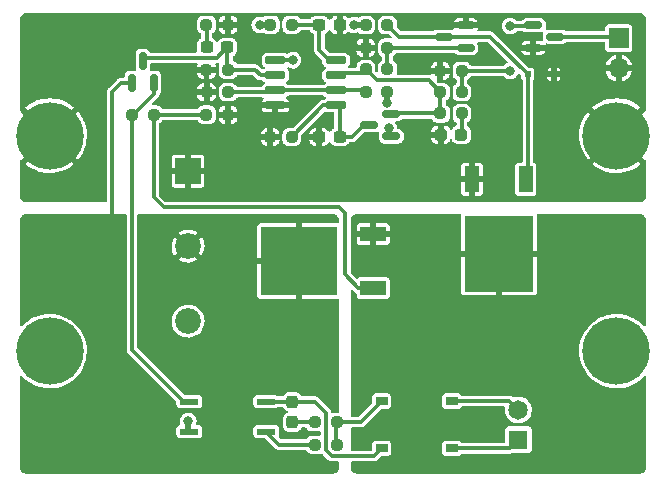
<source format=gbr>
%TF.GenerationSoftware,KiCad,Pcbnew,(6.0.8)*%
%TF.CreationDate,2022-10-20T22:21:07+02:00*%
%TF.ProjectId,WDSSR,57445353-522e-46b6-9963-61645f706362,rev?*%
%TF.SameCoordinates,PX7270e00PY4c4b400*%
%TF.FileFunction,Copper,L1,Top*%
%TF.FilePolarity,Positive*%
%FSLAX45Y45*%
G04 Gerber Fmt 4.5, Leading zero omitted, Abs format (unit mm)*
G04 Created by KiCad (PCBNEW (6.0.8)) date 2022-10-20 22:21:07*
%MOMM*%
%LPD*%
G01*
G04 APERTURE LIST*
G04 Aperture macros list*
%AMRoundRect*
0 Rectangle with rounded corners*
0 $1 Rounding radius*
0 $2 $3 $4 $5 $6 $7 $8 $9 X,Y pos of 4 corners*
0 Add a 4 corners polygon primitive as box body*
4,1,4,$2,$3,$4,$5,$6,$7,$8,$9,$2,$3,0*
0 Add four circle primitives for the rounded corners*
1,1,$1+$1,$2,$3*
1,1,$1+$1,$4,$5*
1,1,$1+$1,$6,$7*
1,1,$1+$1,$8,$9*
0 Add four rect primitives between the rounded corners*
20,1,$1+$1,$2,$3,$4,$5,0*
20,1,$1+$1,$4,$5,$6,$7,0*
20,1,$1+$1,$6,$7,$8,$9,0*
20,1,$1+$1,$8,$9,$2,$3,0*%
G04 Aperture macros list end*
%TA.AperFunction,SMDPad,CuDef*%
%ADD10R,2.200000X1.200000*%
%TD*%
%TA.AperFunction,SMDPad,CuDef*%
%ADD11R,6.400000X5.800000*%
%TD*%
%TA.AperFunction,ComponentPad*%
%ADD12C,5.700000*%
%TD*%
%TA.AperFunction,SMDPad,CuDef*%
%ADD13R,1.000000X0.700000*%
%TD*%
%TA.AperFunction,SMDPad,CuDef*%
%ADD14RoundRect,0.237500X-0.237500X0.287500X-0.237500X-0.287500X0.237500X-0.287500X0.237500X0.287500X0*%
%TD*%
%TA.AperFunction,SMDPad,CuDef*%
%ADD15RoundRect,0.137500X0.662500X0.137500X-0.662500X0.137500X-0.662500X-0.137500X0.662500X-0.137500X0*%
%TD*%
%TA.AperFunction,SMDPad,CuDef*%
%ADD16RoundRect,0.150000X0.150000X-0.587500X0.150000X0.587500X-0.150000X0.587500X-0.150000X-0.587500X0*%
%TD*%
%TA.AperFunction,ComponentPad*%
%ADD17R,2.175000X2.175000*%
%TD*%
%TA.AperFunction,ComponentPad*%
%ADD18C,2.175000*%
%TD*%
%TA.AperFunction,ComponentPad*%
%ADD19R,1.650000X1.650000*%
%TD*%
%TA.AperFunction,ComponentPad*%
%ADD20C,1.650000*%
%TD*%
%TA.AperFunction,SMDPad,CuDef*%
%ADD21R,1.200000X2.200000*%
%TD*%
%TA.AperFunction,SMDPad,CuDef*%
%ADD22R,5.800000X6.400000*%
%TD*%
%TA.AperFunction,ComponentPad*%
%ADD23R,1.700000X1.700000*%
%TD*%
%TA.AperFunction,ComponentPad*%
%ADD24O,1.700000X1.700000*%
%TD*%
%TA.AperFunction,SMDPad,CuDef*%
%ADD25RoundRect,0.237500X-0.250000X-0.237500X0.250000X-0.237500X0.250000X0.237500X-0.250000X0.237500X0*%
%TD*%
%TA.AperFunction,SMDPad,CuDef*%
%ADD26RoundRect,0.237500X0.250000X0.237500X-0.250000X0.237500X-0.250000X-0.237500X0.250000X-0.237500X0*%
%TD*%
%TA.AperFunction,SMDPad,CuDef*%
%ADD27RoundRect,0.150000X-0.587500X-0.150000X0.587500X-0.150000X0.587500X0.150000X-0.587500X0.150000X0*%
%TD*%
%TA.AperFunction,SMDPad,CuDef*%
%ADD28RoundRect,0.237500X0.300000X0.237500X-0.300000X0.237500X-0.300000X-0.237500X0.300000X-0.237500X0*%
%TD*%
%TA.AperFunction,SMDPad,CuDef*%
%ADD29RoundRect,0.150000X-0.725000X-0.150000X0.725000X-0.150000X0.725000X0.150000X-0.725000X0.150000X0*%
%TD*%
%TA.AperFunction,SMDPad,CuDef*%
%ADD30RoundRect,0.150000X0.587500X0.150000X-0.587500X0.150000X-0.587500X-0.150000X0.587500X-0.150000X0*%
%TD*%
%TA.AperFunction,SMDPad,CuDef*%
%ADD31RoundRect,0.237500X-0.300000X-0.237500X0.300000X-0.237500X0.300000X0.237500X-0.300000X0.237500X0*%
%TD*%
%TA.AperFunction,SMDPad,CuDef*%
%ADD32RoundRect,0.237500X-0.287500X-0.237500X0.287500X-0.237500X0.287500X0.237500X-0.287500X0.237500X0*%
%TD*%
%TA.AperFunction,SMDPad,CuDef*%
%ADD33R,0.500000X0.500000*%
%TD*%
%TA.AperFunction,ViaPad*%
%ADD34C,0.800000*%
%TD*%
%TA.AperFunction,Conductor*%
%ADD35C,0.300000*%
%TD*%
%TA.AperFunction,Conductor*%
%ADD36C,0.500000*%
%TD*%
G04 APERTURE END LIST*
D10*
X3040000Y-2378000D03*
D11*
X2410000Y-2150000D03*
D10*
X3040000Y-1922000D03*
D12*
X300000Y-1088000D03*
X300000Y-2913000D03*
X5100000Y-1088000D03*
X5100000Y-2913000D03*
D13*
X3111500Y-3336000D03*
X3111500Y-3736000D03*
X3706500Y-3736000D03*
X3706500Y-3336000D03*
D14*
X2356000Y-3339500D03*
X2356000Y-3514500D03*
D15*
X2134000Y-3594000D03*
X2134000Y-3340000D03*
X1484000Y-3340000D03*
X1484000Y-3594000D03*
D16*
X995000Y-643750D03*
X1185000Y-643750D03*
X1090000Y-456250D03*
D17*
X1473000Y-1389000D03*
D18*
X1473000Y-2024000D03*
X1473000Y-2659000D03*
D19*
X4270000Y-3662000D03*
D20*
X4270000Y-3412000D03*
D21*
X4333000Y-1459000D03*
D22*
X4105000Y-2089000D03*
D21*
X3877000Y-1459000D03*
D23*
X5120000Y-262500D03*
D24*
X5120000Y-516500D03*
D25*
X2547750Y-3515000D03*
X2730250Y-3515000D03*
D26*
X2732250Y-3705000D03*
X2549750Y-3705000D03*
D27*
X4396250Y-155000D03*
X4396250Y-345000D03*
X4583750Y-250000D03*
D26*
X3791250Y-540000D03*
X3608750Y-540000D03*
D28*
X2756250Y-1100000D03*
X2583750Y-1100000D03*
D25*
X2168750Y-150000D03*
X2351250Y-150000D03*
D28*
X1805250Y-339000D03*
X1632750Y-339000D03*
D29*
X2212500Y-449500D03*
X2212500Y-576500D03*
X2212500Y-703500D03*
X2212500Y-830500D03*
X2727500Y-830500D03*
X2727500Y-703500D03*
X2727500Y-576500D03*
X2727500Y-449500D03*
D30*
X3823750Y-345000D03*
X3823750Y-155000D03*
X3636250Y-250000D03*
D26*
X2351250Y-1100000D03*
X2168750Y-1100000D03*
D25*
X1628750Y-149000D03*
X1811250Y-149000D03*
X998750Y-910000D03*
X1181250Y-910000D03*
D26*
X3160250Y-343000D03*
X2977750Y-343000D03*
D25*
X3608750Y-900000D03*
X3791250Y-900000D03*
D26*
X3161250Y-720000D03*
X2978750Y-720000D03*
X1811250Y-530000D03*
X1628750Y-530000D03*
D30*
X3193750Y-1095000D03*
X3193750Y-905000D03*
X3006250Y-1000000D03*
D25*
X3608750Y-720000D03*
X3791250Y-720000D03*
D31*
X2583750Y-151000D03*
X2756250Y-151000D03*
D25*
X2978750Y-153000D03*
X3161250Y-153000D03*
D26*
X1812250Y-720000D03*
X1629750Y-720000D03*
D25*
X2978750Y-528000D03*
X3161250Y-528000D03*
D32*
X3612500Y-1080000D03*
X3787500Y-1080000D03*
D25*
X1628750Y-910000D03*
X1811250Y-910000D03*
D33*
X4350000Y-570000D03*
X4570000Y-570000D03*
D34*
X2315000Y-1410000D03*
X2165000Y-1560000D03*
X2020000Y-1560000D03*
X3225000Y-1560000D03*
X2165000Y-1410000D03*
X3075000Y-1560000D03*
X2925000Y-1560000D03*
X2315000Y-1560000D03*
X2925000Y-1410000D03*
X1870000Y-1560000D03*
X3530000Y-1560000D03*
X2625000Y-1410000D03*
X3380000Y-1410000D03*
X3680000Y-1560000D03*
X2475000Y-1410000D03*
X3380000Y-1560000D03*
X2475000Y-1560000D03*
X2880000Y-340000D03*
X4010000Y-160000D03*
X3075000Y-1410000D03*
X2020000Y-1260000D03*
X1980000Y-630000D03*
X1720000Y-1410000D03*
X1720000Y-1560000D03*
X1870000Y-1260000D03*
X2400000Y-830000D03*
X2775000Y-1560000D03*
X3480000Y-530000D03*
X3680000Y-1410000D03*
X1870000Y-1410000D03*
X3530000Y-1410000D03*
X1720000Y-1260000D03*
X2625000Y-1560000D03*
X3225000Y-1410000D03*
X1500000Y-530000D03*
X2775000Y-1410000D03*
X2020000Y-1410000D03*
X2080000Y-150000D03*
X2880000Y-150000D03*
X3160000Y-810000D03*
X1475000Y-3505000D03*
X2360000Y-450000D03*
X3170000Y-1020000D03*
X510000Y-3500000D03*
X510000Y-3650000D03*
X2000000Y-1900000D03*
X210000Y-3800000D03*
X2000000Y-2890000D03*
X2000000Y-2740000D03*
X2350000Y-2890000D03*
X1100000Y-3650000D03*
X830000Y-1820000D03*
X1700000Y-2740000D03*
X2650000Y-3040000D03*
X360000Y-3800000D03*
X1250000Y-3650000D03*
X2350000Y-2740000D03*
X510000Y-3800000D03*
X2000000Y-2200000D03*
X1100000Y-3800000D03*
X1250000Y-3800000D03*
X1700000Y-2890000D03*
X1850000Y-2200000D03*
X2650000Y-2740000D03*
X1850000Y-2050000D03*
X2000000Y-2050000D03*
X950000Y-3650000D03*
X1100000Y-3500000D03*
X2500000Y-2890000D03*
X1700000Y-3040000D03*
X1700000Y-1900000D03*
X360000Y-3650000D03*
X1850000Y-2890000D03*
X210000Y-3500000D03*
X2500000Y-2740000D03*
X2500000Y-3040000D03*
X2350000Y-3040000D03*
X2650000Y-2890000D03*
X360000Y-3500000D03*
X950000Y-3500000D03*
X1250000Y-3500000D03*
X1700000Y-2200000D03*
X1700000Y-2050000D03*
X950000Y-3800000D03*
X210000Y-3650000D03*
X2000000Y-3040000D03*
X1850000Y-1900000D03*
X1850000Y-3040000D03*
X1850000Y-2740000D03*
X4300000Y-2740000D03*
X4600000Y-2740000D03*
X5050000Y-2050000D03*
X3610000Y-2200000D03*
X4600000Y-3040000D03*
X4900000Y-1900000D03*
X4300000Y-2890000D03*
X5200000Y-2200000D03*
X5200000Y-3500000D03*
X4900000Y-2200000D03*
X3460000Y-2050000D03*
X3460000Y-3040000D03*
X3610000Y-3040000D03*
X5050000Y-1900000D03*
X4900000Y-3650000D03*
X4450000Y-2740000D03*
X4300000Y-3040000D03*
X4900000Y-3500000D03*
X3610000Y-2890000D03*
X3310000Y-3040000D03*
X4900000Y-2050000D03*
X5200000Y-3800000D03*
X3610000Y-2740000D03*
X3460000Y-2200000D03*
X3460000Y-2740000D03*
X4450000Y-2890000D03*
X4900000Y-3800000D03*
X5200000Y-2050000D03*
X5050000Y-3650000D03*
X5200000Y-3650000D03*
X3460000Y-2890000D03*
X5050000Y-3800000D03*
X3460000Y-1900000D03*
X3310000Y-2740000D03*
X5050000Y-2200000D03*
X4450000Y-3040000D03*
X5200000Y-1900000D03*
X3310000Y-2200000D03*
X4600000Y-2890000D03*
X3310000Y-2050000D03*
X3610000Y-1900000D03*
X5050000Y-3500000D03*
X3610000Y-2050000D03*
X3310000Y-2890000D03*
X3310000Y-1900000D03*
X4200000Y-540000D03*
X4200000Y-160000D03*
D35*
X3706500Y-3336000D02*
X4194000Y-3336000D01*
X4194000Y-3336000D02*
X4270000Y-3412000D01*
X3706500Y-3736000D02*
X4196000Y-3736000D01*
X4196000Y-3736000D02*
X4270000Y-3662000D01*
X2641000Y-3753087D02*
X2688913Y-3801000D01*
X2356000Y-3339500D02*
X2544500Y-3339500D01*
X2544500Y-3339500D02*
X2639000Y-3434000D01*
X2134000Y-3340000D02*
X2355500Y-3340000D01*
X3046500Y-3801000D02*
X3111500Y-3736000D01*
X2639000Y-3576000D02*
X2641000Y-3578000D01*
X2355500Y-3340000D02*
X2356000Y-3339500D01*
X2639000Y-3434000D02*
X2639000Y-3576000D01*
X2688913Y-3801000D02*
X3046500Y-3801000D01*
X2641000Y-3578000D02*
X2641000Y-3753087D01*
X2726500Y-3514000D02*
X2933500Y-3514000D01*
X2726500Y-3514000D02*
X2726500Y-3703000D01*
X2933500Y-3514000D02*
X3111500Y-3336000D01*
D36*
X3161250Y-808750D02*
X3160000Y-810000D01*
X1475000Y-3585000D02*
X1475000Y-3505000D01*
X3161250Y-720000D02*
X3161250Y-808750D01*
X2168750Y-150000D02*
X2080000Y-150000D01*
X1484000Y-3594000D02*
X1475000Y-3585000D01*
X2883000Y-153000D02*
X2880000Y-150000D01*
X2978750Y-153000D02*
X2883000Y-153000D01*
D35*
X2212500Y-703500D02*
X2300000Y-703500D01*
X2300000Y-703500D02*
X2727500Y-703500D01*
X2727500Y-703500D02*
X2962250Y-703500D01*
X1812250Y-720000D02*
X2196000Y-720000D01*
X2962250Y-703500D02*
X2978750Y-720000D01*
X2196000Y-720000D02*
X2212500Y-703500D01*
X1632500Y-338000D02*
X1631500Y-339000D01*
X1631500Y-339000D02*
X1631500Y-150000D01*
X1805250Y-339000D02*
X1805250Y-524000D01*
X1090000Y-456250D02*
X1116250Y-430000D01*
X1805250Y-524000D02*
X1811250Y-530000D01*
X2086500Y-576500D02*
X2212500Y-576500D01*
X1811250Y-530000D02*
X2040000Y-530000D01*
X1714250Y-430000D02*
X1805250Y-339000D01*
X1116250Y-430000D02*
X1714250Y-430000D01*
X2040000Y-530000D02*
X2086500Y-576500D01*
X2359500Y-449500D02*
X2360000Y-450000D01*
X3193750Y-1095000D02*
X3170000Y-1071250D01*
X3170000Y-1071250D02*
X3170000Y-1020000D01*
X2212500Y-449500D02*
X2359500Y-449500D01*
X2356500Y-3514000D02*
X2356000Y-3514500D01*
X2551500Y-3514000D02*
X2356500Y-3514000D01*
X3791250Y-1076250D02*
X3787500Y-1080000D01*
X3791250Y-900000D02*
X3791250Y-1076250D01*
X3040000Y-2378000D02*
X2915000Y-2378000D01*
X1181250Y-1611250D02*
X1181250Y-910000D01*
X2915000Y-2378000D02*
X2798000Y-2261000D01*
X2798000Y-1742000D02*
X2752000Y-1696000D01*
X2798000Y-2261000D02*
X2798000Y-1742000D01*
X2752000Y-1696000D02*
X1266000Y-1696000D01*
X1181250Y-910000D02*
X1628750Y-910000D01*
X1266000Y-1696000D02*
X1181250Y-1611250D01*
X995000Y-643750D02*
X906250Y-643750D01*
X830000Y-720000D02*
X830000Y-1820000D01*
X906250Y-643750D02*
X830000Y-720000D01*
X2134000Y-3594000D02*
X2245000Y-3705000D01*
X2245000Y-3705000D02*
X2553500Y-3705000D01*
X5107500Y-250000D02*
X4583750Y-250000D01*
X5120000Y-262500D02*
X5107500Y-250000D01*
X4200000Y-160000D02*
X4391250Y-160000D01*
X3791250Y-720000D02*
X3791250Y-540000D01*
X3791250Y-540000D02*
X4200000Y-540000D01*
X4391250Y-160000D02*
X4396250Y-155000D01*
X2960000Y-1000000D02*
X3006250Y-1000000D01*
X2860000Y-1100000D02*
X2960000Y-1000000D01*
X2756250Y-1100000D02*
X2860000Y-1100000D01*
X2351250Y-1100000D02*
X2351250Y-1098750D01*
X2351250Y-1098750D02*
X2619500Y-830500D01*
X2619500Y-830500D02*
X2727500Y-830500D01*
X2756250Y-830500D02*
X2727500Y-830500D01*
X2756250Y-1100000D02*
X2756250Y-830500D01*
X2669500Y-449500D02*
X2583750Y-363750D01*
X2351250Y-150000D02*
X2582750Y-150000D01*
X2727500Y-449500D02*
X2669500Y-449500D01*
X2582750Y-150000D02*
X2583750Y-151000D01*
X2583750Y-363750D02*
X2583750Y-151000D01*
X3193750Y-905000D02*
X3198750Y-900000D01*
X2946750Y-560000D02*
X2978750Y-528000D01*
X2727500Y-576500D02*
X2783500Y-576500D01*
X3608750Y-720000D02*
X3608750Y-900000D01*
X2783500Y-576500D02*
X2800000Y-560000D01*
X3070750Y-620000D02*
X3508750Y-620000D01*
X3508750Y-620000D02*
X3608750Y-720000D01*
X2978750Y-528000D02*
X3070750Y-620000D01*
X3198750Y-900000D02*
X3608750Y-900000D01*
X2800000Y-560000D02*
X2946750Y-560000D01*
X1435000Y-3340000D02*
X998750Y-2903750D01*
X1484000Y-3340000D02*
X1435000Y-3340000D01*
X1010000Y-910000D02*
X1185000Y-735000D01*
X1185000Y-735000D02*
X1185000Y-643750D01*
X998750Y-910000D02*
X1010000Y-910000D01*
X998750Y-2903750D02*
X998750Y-910000D01*
X3636250Y-250000D02*
X3258250Y-250000D01*
X4350000Y-1456000D02*
X4350000Y-570000D01*
X4030000Y-250000D02*
X3636250Y-250000D01*
X3258250Y-250000D02*
X3161250Y-153000D01*
X4350000Y-570000D02*
X4030000Y-250000D01*
X3821750Y-343000D02*
X3823750Y-345000D01*
X3161250Y-528000D02*
X3161250Y-344000D01*
X3161250Y-344000D02*
X3160250Y-343000D01*
X3160250Y-343000D02*
X3821750Y-343000D01*
%TA.AperFunction,Conductor*%
G36*
X5300643Y-50085D02*
G01*
X5311649Y-51534D01*
X5314145Y-52202D01*
X5323796Y-56200D01*
X5326034Y-57492D01*
X5334321Y-63851D01*
X5336149Y-65679D01*
X5342508Y-73966D01*
X5343800Y-76204D01*
X5347798Y-85855D01*
X5348466Y-88351D01*
X5349915Y-99357D01*
X5350000Y-100649D01*
X5350000Y-874100D01*
X5348109Y-879919D01*
X5343159Y-883515D01*
X5341066Y-883952D01*
X5339285Y-884127D01*
X5339107Y-884249D01*
X5136464Y-1086891D01*
X5135859Y-1088080D01*
X5135938Y-1088583D01*
X5338865Y-1291510D01*
X5341409Y-1292806D01*
X5344594Y-1293310D01*
X5348921Y-1297637D01*
X5350000Y-1302131D01*
X5350000Y-1599351D01*
X5349915Y-1600643D01*
X5348466Y-1611649D01*
X5347798Y-1614145D01*
X5343800Y-1623796D01*
X5342508Y-1626034D01*
X5336149Y-1634321D01*
X5334321Y-1636149D01*
X5326034Y-1642508D01*
X5323796Y-1643800D01*
X5314145Y-1647797D01*
X5311649Y-1648466D01*
X5300643Y-1649915D01*
X5299351Y-1650000D01*
X1287811Y-1650000D01*
X1281992Y-1648109D01*
X1280811Y-1647100D01*
X1229200Y-1595489D01*
X1226422Y-1590038D01*
X1226300Y-1588489D01*
X1226300Y-1573164D01*
X3787000Y-1573164D01*
X3787035Y-1573748D01*
X3787223Y-1575335D01*
X3787613Y-1576752D01*
X3791477Y-1585451D01*
X3792495Y-1586932D01*
X3799111Y-1593537D01*
X3800593Y-1594552D01*
X3809298Y-1598400D01*
X3810718Y-1598787D01*
X3812258Y-1598967D01*
X3812829Y-1599000D01*
X3850432Y-1599000D01*
X3851700Y-1598588D01*
X3852000Y-1598176D01*
X3852000Y-1597432D01*
X3902000Y-1597432D01*
X3902412Y-1598700D01*
X3902824Y-1599000D01*
X3941164Y-1599000D01*
X3941748Y-1598965D01*
X3943335Y-1598777D01*
X3944752Y-1598387D01*
X3953451Y-1594523D01*
X3954932Y-1593505D01*
X3961537Y-1586889D01*
X3962552Y-1585407D01*
X3966400Y-1576702D01*
X3966787Y-1575281D01*
X3966967Y-1573742D01*
X3967000Y-1573171D01*
X3967000Y-1485568D01*
X3966588Y-1484299D01*
X3966176Y-1484000D01*
X3903568Y-1484000D01*
X3902299Y-1484412D01*
X3902000Y-1484824D01*
X3902000Y-1597432D01*
X3852000Y-1597432D01*
X3852000Y-1485568D01*
X3851588Y-1484299D01*
X3851176Y-1484000D01*
X3788568Y-1484000D01*
X3787299Y-1484412D01*
X3787000Y-1484824D01*
X3787000Y-1573164D01*
X1226300Y-1573164D01*
X1226300Y-1501914D01*
X1334250Y-1501914D01*
X1334285Y-1502498D01*
X1334473Y-1504085D01*
X1334863Y-1505502D01*
X1338727Y-1514201D01*
X1339745Y-1515682D01*
X1346361Y-1522287D01*
X1347843Y-1523302D01*
X1356548Y-1527150D01*
X1357969Y-1527537D01*
X1359508Y-1527717D01*
X1360079Y-1527750D01*
X1446432Y-1527750D01*
X1447700Y-1527338D01*
X1448000Y-1526926D01*
X1448000Y-1526182D01*
X1498000Y-1526182D01*
X1498412Y-1527450D01*
X1498824Y-1527750D01*
X1585914Y-1527750D01*
X1586498Y-1527715D01*
X1588085Y-1527527D01*
X1589502Y-1527137D01*
X1598201Y-1523273D01*
X1599682Y-1522255D01*
X1606287Y-1515639D01*
X1607302Y-1514157D01*
X1611150Y-1505452D01*
X1611537Y-1504031D01*
X1611717Y-1502492D01*
X1611750Y-1501921D01*
X1611750Y-1432432D01*
X3787000Y-1432432D01*
X3787412Y-1433700D01*
X3787824Y-1434000D01*
X3850432Y-1434000D01*
X3851700Y-1433588D01*
X3852000Y-1433176D01*
X3852000Y-1432432D01*
X3902000Y-1432432D01*
X3902412Y-1433700D01*
X3902824Y-1434000D01*
X3965432Y-1434000D01*
X3966700Y-1433588D01*
X3967000Y-1433176D01*
X3967000Y-1344836D01*
X3966965Y-1344252D01*
X3966777Y-1342665D01*
X3966387Y-1341248D01*
X3962523Y-1332549D01*
X3961505Y-1331068D01*
X3954889Y-1324463D01*
X3953407Y-1323448D01*
X3944702Y-1319600D01*
X3943281Y-1319213D01*
X3941742Y-1319033D01*
X3941171Y-1319000D01*
X3903568Y-1319000D01*
X3902299Y-1319412D01*
X3902000Y-1319824D01*
X3902000Y-1432432D01*
X3852000Y-1432432D01*
X3852000Y-1320568D01*
X3851588Y-1319300D01*
X3851176Y-1319000D01*
X3812836Y-1319000D01*
X3812251Y-1319035D01*
X3810665Y-1319223D01*
X3809248Y-1319613D01*
X3800549Y-1323477D01*
X3799068Y-1324495D01*
X3792463Y-1331111D01*
X3791448Y-1332593D01*
X3787600Y-1341298D01*
X3787213Y-1342719D01*
X3787033Y-1344258D01*
X3787000Y-1344829D01*
X3787000Y-1432432D01*
X1611750Y-1432432D01*
X1611750Y-1415568D01*
X1611338Y-1414299D01*
X1610926Y-1414000D01*
X1499568Y-1414000D01*
X1498299Y-1414412D01*
X1498000Y-1414824D01*
X1498000Y-1526182D01*
X1448000Y-1526182D01*
X1448000Y-1415568D01*
X1447588Y-1414299D01*
X1447176Y-1414000D01*
X1335818Y-1414000D01*
X1334550Y-1414412D01*
X1334250Y-1414824D01*
X1334250Y-1501914D01*
X1226300Y-1501914D01*
X1226300Y-1362432D01*
X1334250Y-1362432D01*
X1334662Y-1363701D01*
X1335074Y-1364000D01*
X1446432Y-1364000D01*
X1447700Y-1363588D01*
X1448000Y-1363176D01*
X1448000Y-1362432D01*
X1498000Y-1362432D01*
X1498412Y-1363701D01*
X1498824Y-1364000D01*
X1610182Y-1364000D01*
X1611450Y-1363588D01*
X1611750Y-1363176D01*
X1611750Y-1276086D01*
X1611715Y-1275502D01*
X1611527Y-1273915D01*
X1611137Y-1272498D01*
X1607273Y-1263799D01*
X1606255Y-1262318D01*
X1599639Y-1255713D01*
X1598157Y-1254698D01*
X1589452Y-1250850D01*
X1588031Y-1250463D01*
X1586492Y-1250283D01*
X1585921Y-1250250D01*
X1499568Y-1250250D01*
X1498299Y-1250662D01*
X1498000Y-1251074D01*
X1498000Y-1362432D01*
X1448000Y-1362432D01*
X1448000Y-1251818D01*
X1447588Y-1250550D01*
X1447176Y-1250250D01*
X1360086Y-1250250D01*
X1359502Y-1250285D01*
X1357915Y-1250473D01*
X1356498Y-1250863D01*
X1347799Y-1254727D01*
X1346318Y-1255745D01*
X1339713Y-1262361D01*
X1338698Y-1263843D01*
X1334850Y-1272548D01*
X1334463Y-1273969D01*
X1334283Y-1275508D01*
X1334250Y-1276079D01*
X1334250Y-1362432D01*
X1226300Y-1362432D01*
X1226300Y-1127627D01*
X2090000Y-1127627D01*
X2090036Y-1128222D01*
X2090984Y-1136060D01*
X2091295Y-1137283D01*
X2096234Y-1149757D01*
X2096890Y-1150922D01*
X2104977Y-1161576D01*
X2105924Y-1162523D01*
X2116578Y-1170610D01*
X2117743Y-1171266D01*
X2130217Y-1176205D01*
X2131440Y-1176516D01*
X2139278Y-1177464D01*
X2139873Y-1177500D01*
X2142182Y-1177500D01*
X2143451Y-1177088D01*
X2143750Y-1176676D01*
X2143750Y-1175932D01*
X2193750Y-1175932D01*
X2194162Y-1177201D01*
X2194574Y-1177500D01*
X2197627Y-1177500D01*
X2198222Y-1177464D01*
X2206060Y-1176516D01*
X2207283Y-1176205D01*
X2219757Y-1171266D01*
X2220922Y-1170610D01*
X2231576Y-1162523D01*
X2232523Y-1161576D01*
X2240610Y-1150922D01*
X2241266Y-1149757D01*
X2246205Y-1137283D01*
X2246516Y-1136060D01*
X2247464Y-1128222D01*
X2247500Y-1127627D01*
X2247500Y-1126568D01*
X2247088Y-1125300D01*
X2246676Y-1125000D01*
X2195318Y-1125000D01*
X2194050Y-1125412D01*
X2193750Y-1125824D01*
X2193750Y-1175932D01*
X2143750Y-1175932D01*
X2143750Y-1126568D01*
X2143338Y-1125300D01*
X2142926Y-1125000D01*
X2091568Y-1125000D01*
X2090299Y-1125412D01*
X2090000Y-1125824D01*
X2090000Y-1127627D01*
X1226300Y-1127627D01*
X1226300Y-1073432D01*
X2090000Y-1073432D01*
X2090412Y-1074701D01*
X2090824Y-1075000D01*
X2142182Y-1075000D01*
X2143451Y-1074588D01*
X2143750Y-1074176D01*
X2143750Y-1073432D01*
X2193750Y-1073432D01*
X2194162Y-1074701D01*
X2194574Y-1075000D01*
X2245932Y-1075000D01*
X2247201Y-1074588D01*
X2247500Y-1074176D01*
X2247500Y-1072373D01*
X2247464Y-1071778D01*
X2246516Y-1063940D01*
X2246205Y-1062717D01*
X2241266Y-1050243D01*
X2240610Y-1049078D01*
X2232523Y-1038424D01*
X2231576Y-1037477D01*
X2220922Y-1029390D01*
X2219757Y-1028734D01*
X2207283Y-1023795D01*
X2206060Y-1023484D01*
X2198222Y-1022536D01*
X2197627Y-1022500D01*
X2195318Y-1022500D01*
X2194050Y-1022912D01*
X2193750Y-1023324D01*
X2193750Y-1073432D01*
X2143750Y-1073432D01*
X2143750Y-1024068D01*
X2143338Y-1022799D01*
X2142926Y-1022500D01*
X2139873Y-1022500D01*
X2139278Y-1022536D01*
X2131440Y-1023484D01*
X2130217Y-1023795D01*
X2117743Y-1028734D01*
X2116578Y-1029390D01*
X2105924Y-1037477D01*
X2104977Y-1038424D01*
X2096890Y-1049078D01*
X2096234Y-1050243D01*
X2091295Y-1062717D01*
X2090984Y-1063940D01*
X2090036Y-1071778D01*
X2090000Y-1072373D01*
X2090000Y-1073432D01*
X1226300Y-1073432D01*
X1226300Y-990407D01*
X1228191Y-984588D01*
X1231783Y-981801D01*
X1231693Y-981642D01*
X1232282Y-981310D01*
X1232909Y-981062D01*
X1233505Y-980610D01*
X1244112Y-972559D01*
X1244650Y-972150D01*
X1253562Y-960409D01*
X1253718Y-960015D01*
X1258140Y-955948D01*
X1262262Y-955050D01*
X1547738Y-955050D01*
X1553558Y-956941D01*
X1556270Y-959985D01*
X1556438Y-960409D01*
X1565350Y-972150D01*
X1565888Y-972559D01*
X1576495Y-980610D01*
X1577091Y-981062D01*
X1590796Y-986488D01*
X1599570Y-987550D01*
X1628745Y-987550D01*
X1657930Y-987550D01*
X1658226Y-987514D01*
X1658226Y-987514D01*
X1666072Y-986565D01*
X1666073Y-986565D01*
X1666704Y-986488D01*
X1680409Y-981062D01*
X1681005Y-980610D01*
X1691612Y-972559D01*
X1692150Y-972150D01*
X1694599Y-968923D01*
X1700654Y-960947D01*
X1700654Y-960946D01*
X1701062Y-960409D01*
X1706488Y-946704D01*
X1707550Y-937930D01*
X1707550Y-937627D01*
X1732500Y-937627D01*
X1732536Y-938222D01*
X1733484Y-946060D01*
X1733795Y-947283D01*
X1738734Y-959757D01*
X1739390Y-960922D01*
X1747477Y-971576D01*
X1748424Y-972523D01*
X1759078Y-980610D01*
X1760243Y-981266D01*
X1772717Y-986205D01*
X1773940Y-986516D01*
X1781778Y-987464D01*
X1782373Y-987500D01*
X1784682Y-987500D01*
X1785950Y-987088D01*
X1786250Y-986676D01*
X1786250Y-985932D01*
X1836250Y-985932D01*
X1836662Y-987200D01*
X1837074Y-987500D01*
X1840127Y-987500D01*
X1840722Y-987464D01*
X1848560Y-986516D01*
X1849783Y-986205D01*
X1862257Y-981266D01*
X1863422Y-980610D01*
X1874076Y-972523D01*
X1875023Y-971576D01*
X1883110Y-960922D01*
X1883766Y-959757D01*
X1888705Y-947283D01*
X1889016Y-946060D01*
X1889964Y-938222D01*
X1890000Y-937627D01*
X1890000Y-936568D01*
X1889588Y-935299D01*
X1889176Y-935000D01*
X1837818Y-935000D01*
X1836549Y-935412D01*
X1836250Y-935824D01*
X1836250Y-985932D01*
X1786250Y-985932D01*
X1786250Y-936568D01*
X1785838Y-935299D01*
X1785426Y-935000D01*
X1734068Y-935000D01*
X1732799Y-935412D01*
X1732500Y-935824D01*
X1732500Y-937627D01*
X1707550Y-937627D01*
X1707550Y-883432D01*
X1732500Y-883432D01*
X1732912Y-884700D01*
X1733324Y-885000D01*
X1784682Y-885000D01*
X1785950Y-884588D01*
X1786250Y-884176D01*
X1786250Y-883432D01*
X1836250Y-883432D01*
X1836662Y-884700D01*
X1837074Y-885000D01*
X1888432Y-885000D01*
X1889700Y-884588D01*
X1890000Y-884176D01*
X1890000Y-882373D01*
X1889964Y-881778D01*
X1889016Y-873940D01*
X1888705Y-872717D01*
X1883766Y-860243D01*
X1883110Y-859078D01*
X1880651Y-855839D01*
X2096340Y-855839D01*
X2096354Y-857036D01*
X2099536Y-866097D01*
X2100221Y-867390D01*
X2107381Y-877083D01*
X2108417Y-878119D01*
X2118110Y-885279D01*
X2119403Y-885964D01*
X2130903Y-890002D01*
X2132073Y-890259D01*
X2134392Y-890478D01*
X2134855Y-890500D01*
X2185932Y-890500D01*
X2187201Y-890088D01*
X2187500Y-889676D01*
X2187500Y-888932D01*
X2237500Y-888932D01*
X2237912Y-890200D01*
X2238324Y-890500D01*
X2290144Y-890500D01*
X2290609Y-890478D01*
X2292927Y-890259D01*
X2294097Y-890002D01*
X2305597Y-885964D01*
X2306890Y-885279D01*
X2316584Y-878119D01*
X2317619Y-877083D01*
X2324779Y-867390D01*
X2325464Y-866097D01*
X2328666Y-856979D01*
X2328691Y-855883D01*
X2327557Y-855500D01*
X2239068Y-855500D01*
X2237800Y-855912D01*
X2237500Y-856324D01*
X2237500Y-888932D01*
X2187500Y-888932D01*
X2187500Y-857068D01*
X2187088Y-855799D01*
X2186676Y-855500D01*
X2097383Y-855500D01*
X2096340Y-855839D01*
X1880651Y-855839D01*
X1875023Y-848424D01*
X1874076Y-847477D01*
X1863422Y-839390D01*
X1862257Y-838734D01*
X1849783Y-833795D01*
X1848560Y-833484D01*
X1840722Y-832536D01*
X1840127Y-832500D01*
X1837818Y-832500D01*
X1836549Y-832912D01*
X1836250Y-833324D01*
X1836250Y-883432D01*
X1786250Y-883432D01*
X1786250Y-834068D01*
X1785838Y-832799D01*
X1785426Y-832500D01*
X1782373Y-832500D01*
X1781778Y-832536D01*
X1773940Y-833484D01*
X1772717Y-833795D01*
X1760243Y-838734D01*
X1759078Y-839390D01*
X1748424Y-847477D01*
X1747477Y-848424D01*
X1739390Y-859078D01*
X1738734Y-860243D01*
X1733795Y-872717D01*
X1733484Y-873940D01*
X1732536Y-881778D01*
X1732500Y-882373D01*
X1732500Y-883432D01*
X1707550Y-883432D01*
X1707550Y-882070D01*
X1706488Y-873296D01*
X1701062Y-859591D01*
X1698214Y-855839D01*
X1692559Y-848388D01*
X1692150Y-847850D01*
X1688986Y-845448D01*
X1680947Y-839346D01*
X1680946Y-839346D01*
X1680409Y-838938D01*
X1666704Y-833512D01*
X1657930Y-832450D01*
X1628755Y-832450D01*
X1599570Y-832450D01*
X1599274Y-832486D01*
X1599273Y-832486D01*
X1591427Y-833435D01*
X1591427Y-833435D01*
X1590796Y-833512D01*
X1577091Y-838938D01*
X1576554Y-839346D01*
X1576553Y-839346D01*
X1568514Y-845448D01*
X1565350Y-847850D01*
X1556438Y-859591D01*
X1556282Y-859985D01*
X1551860Y-864051D01*
X1547738Y-864950D01*
X1262262Y-864950D01*
X1256442Y-863059D01*
X1253730Y-860015D01*
X1253562Y-859591D01*
X1244650Y-847850D01*
X1241486Y-845448D01*
X1233447Y-839346D01*
X1233446Y-839346D01*
X1232909Y-838938D01*
X1219204Y-833512D01*
X1210430Y-832450D01*
X1209684Y-832450D01*
X1175161Y-832450D01*
X1169342Y-830559D01*
X1165746Y-825609D01*
X1165746Y-819491D01*
X1168161Y-815550D01*
X1214548Y-769162D01*
X1215420Y-768388D01*
X1217630Y-766645D01*
X1218211Y-766187D01*
X1221570Y-761327D01*
X1221751Y-761074D01*
X1224824Y-756913D01*
X1224824Y-756913D01*
X1225264Y-756318D01*
X1225503Y-755637D01*
X1225913Y-755043D01*
X1227695Y-749410D01*
X1227793Y-749116D01*
X1228316Y-747627D01*
X1551000Y-747627D01*
X1551036Y-748222D01*
X1551984Y-756060D01*
X1552295Y-757283D01*
X1557234Y-769757D01*
X1557890Y-770922D01*
X1565977Y-781576D01*
X1566924Y-782523D01*
X1577578Y-790610D01*
X1578743Y-791266D01*
X1591217Y-796205D01*
X1592440Y-796516D01*
X1600278Y-797464D01*
X1600873Y-797500D01*
X1603182Y-797500D01*
X1604450Y-797088D01*
X1604750Y-796676D01*
X1604750Y-795932D01*
X1654750Y-795932D01*
X1655162Y-797200D01*
X1655574Y-797500D01*
X1658627Y-797500D01*
X1659222Y-797464D01*
X1667060Y-796516D01*
X1668283Y-796205D01*
X1680757Y-791266D01*
X1681922Y-790610D01*
X1692576Y-782523D01*
X1693523Y-781576D01*
X1701610Y-770922D01*
X1702266Y-769757D01*
X1707205Y-757283D01*
X1707516Y-756060D01*
X1708464Y-748222D01*
X1708500Y-747627D01*
X1708500Y-746568D01*
X1708088Y-745299D01*
X1707676Y-745000D01*
X1656318Y-745000D01*
X1655049Y-745412D01*
X1654750Y-745824D01*
X1654750Y-795932D01*
X1604750Y-795932D01*
X1604750Y-746568D01*
X1604338Y-745299D01*
X1603926Y-745000D01*
X1552568Y-745000D01*
X1551299Y-745412D01*
X1551000Y-745824D01*
X1551000Y-747627D01*
X1228316Y-747627D01*
X1229507Y-744235D01*
X1229507Y-744235D01*
X1229752Y-743537D01*
X1229776Y-742933D01*
X1229828Y-742665D01*
X1229998Y-742127D01*
X1230050Y-741466D01*
X1230050Y-740825D01*
X1231941Y-735006D01*
X1232145Y-734766D01*
X1232215Y-734715D01*
X1238591Y-726083D01*
X1239824Y-724414D01*
X1239824Y-724413D01*
X1240263Y-723818D01*
X1244752Y-711037D01*
X1245050Y-707883D01*
X1245050Y-693432D01*
X1551000Y-693432D01*
X1551412Y-694701D01*
X1551824Y-695000D01*
X1603182Y-695000D01*
X1604450Y-694588D01*
X1604750Y-694176D01*
X1604750Y-693432D01*
X1654750Y-693432D01*
X1655162Y-694701D01*
X1655574Y-695000D01*
X1706932Y-695000D01*
X1708200Y-694588D01*
X1708500Y-694176D01*
X1708500Y-692373D01*
X1708464Y-691778D01*
X1707516Y-683940D01*
X1707205Y-682717D01*
X1702266Y-670243D01*
X1701610Y-669078D01*
X1693523Y-658424D01*
X1692576Y-657477D01*
X1681922Y-649390D01*
X1680757Y-648734D01*
X1668283Y-643795D01*
X1667060Y-643484D01*
X1659222Y-642536D01*
X1658627Y-642500D01*
X1656318Y-642500D01*
X1655049Y-642912D01*
X1654750Y-643324D01*
X1654750Y-693432D01*
X1604750Y-693432D01*
X1604750Y-644068D01*
X1604338Y-642800D01*
X1603926Y-642500D01*
X1600873Y-642500D01*
X1600278Y-642536D01*
X1592440Y-643484D01*
X1591217Y-643795D01*
X1578743Y-648734D01*
X1577578Y-649390D01*
X1566924Y-657477D01*
X1565977Y-658424D01*
X1557890Y-669078D01*
X1557234Y-670243D01*
X1552295Y-682717D01*
X1551984Y-683940D01*
X1551036Y-691778D01*
X1551000Y-692373D01*
X1551000Y-693432D01*
X1245050Y-693432D01*
X1245050Y-579617D01*
X1245000Y-579087D01*
X1244809Y-577064D01*
X1244809Y-577064D01*
X1244752Y-576463D01*
X1240263Y-563682D01*
X1238292Y-561012D01*
X1235791Y-557627D01*
X1550000Y-557627D01*
X1550036Y-558222D01*
X1550984Y-566060D01*
X1551295Y-567283D01*
X1556234Y-579757D01*
X1556890Y-580922D01*
X1564977Y-591576D01*
X1565924Y-592523D01*
X1576578Y-600610D01*
X1577743Y-601266D01*
X1590217Y-606205D01*
X1591440Y-606516D01*
X1599278Y-607464D01*
X1599873Y-607500D01*
X1602182Y-607500D01*
X1603450Y-607088D01*
X1603750Y-606676D01*
X1603750Y-605932D01*
X1653750Y-605932D01*
X1654162Y-607201D01*
X1654574Y-607500D01*
X1657627Y-607500D01*
X1658222Y-607464D01*
X1666060Y-606516D01*
X1667283Y-606205D01*
X1679757Y-601266D01*
X1680922Y-600610D01*
X1691576Y-592523D01*
X1692523Y-591576D01*
X1700610Y-580922D01*
X1701266Y-579757D01*
X1706205Y-567283D01*
X1706516Y-566060D01*
X1707464Y-558222D01*
X1707500Y-557627D01*
X1707500Y-556568D01*
X1707088Y-555300D01*
X1706676Y-555000D01*
X1655318Y-555000D01*
X1654049Y-555412D01*
X1653750Y-555824D01*
X1653750Y-605932D01*
X1603750Y-605932D01*
X1603750Y-556568D01*
X1603338Y-555300D01*
X1602926Y-555000D01*
X1551568Y-555000D01*
X1550299Y-555412D01*
X1550000Y-555824D01*
X1550000Y-557627D01*
X1235791Y-557627D01*
X1232655Y-553381D01*
X1232215Y-552785D01*
X1221318Y-544737D01*
X1208537Y-540248D01*
X1207936Y-540191D01*
X1207936Y-540191D01*
X1205615Y-539972D01*
X1205614Y-539972D01*
X1205383Y-539950D01*
X1164617Y-539950D01*
X1164387Y-539972D01*
X1164386Y-539972D01*
X1162064Y-540191D01*
X1162064Y-540191D01*
X1161463Y-540248D01*
X1160894Y-540448D01*
X1160893Y-540448D01*
X1160862Y-540459D01*
X1160842Y-540460D01*
X1160305Y-540577D01*
X1160282Y-540473D01*
X1154746Y-540603D01*
X1149712Y-537124D01*
X1147685Y-531351D01*
X1148242Y-527838D01*
X1149552Y-524106D01*
X1149752Y-523537D01*
X1149815Y-522872D01*
X1150028Y-520614D01*
X1150028Y-520613D01*
X1150050Y-520383D01*
X1150050Y-484950D01*
X1151941Y-479131D01*
X1156891Y-475534D01*
X1159950Y-475050D01*
X1543722Y-475050D01*
X1549541Y-476941D01*
X1553138Y-481891D01*
X1553138Y-488009D01*
X1552927Y-488594D01*
X1551295Y-492717D01*
X1550984Y-493940D01*
X1550036Y-501778D01*
X1550000Y-502373D01*
X1550000Y-503432D01*
X1550412Y-504700D01*
X1550824Y-505000D01*
X1705932Y-505000D01*
X1707200Y-504588D01*
X1707500Y-504176D01*
X1707500Y-502373D01*
X1707464Y-501778D01*
X1706516Y-493940D01*
X1706205Y-492717D01*
X1704710Y-488941D01*
X1704326Y-482834D01*
X1707604Y-477668D01*
X1713293Y-475416D01*
X1714742Y-475456D01*
X1714946Y-475449D01*
X1715681Y-475536D01*
X1716409Y-475403D01*
X1716409Y-475403D01*
X1719479Y-474843D01*
X1721493Y-474475D01*
X1721798Y-474424D01*
X1723127Y-474224D01*
X1725190Y-473914D01*
X1731225Y-474919D01*
X1735518Y-479279D01*
X1736427Y-485330D01*
X1735867Y-487349D01*
X1733512Y-493296D01*
X1732450Y-502070D01*
X1732450Y-557930D01*
X1732486Y-558226D01*
X1732486Y-558227D01*
X1732873Y-561423D01*
X1733512Y-566704D01*
X1738938Y-580409D01*
X1739346Y-580946D01*
X1739346Y-580947D01*
X1747414Y-591576D01*
X1747850Y-592150D01*
X1748388Y-592559D01*
X1759045Y-600647D01*
X1759591Y-601062D01*
X1773296Y-606488D01*
X1782070Y-607550D01*
X1811245Y-607550D01*
X1840430Y-607550D01*
X1840726Y-607514D01*
X1840726Y-607514D01*
X1848572Y-606565D01*
X1848573Y-606565D01*
X1849204Y-606488D01*
X1862909Y-601062D01*
X1863455Y-600647D01*
X1874112Y-592559D01*
X1874650Y-592150D01*
X1883562Y-580409D01*
X1883718Y-580015D01*
X1888140Y-575949D01*
X1892261Y-575050D01*
X2017239Y-575050D01*
X2023058Y-576941D01*
X2024239Y-577950D01*
X2052338Y-606048D01*
X2053112Y-606920D01*
X2055313Y-609711D01*
X2055921Y-610132D01*
X2056613Y-610610D01*
X2059081Y-612315D01*
X2060174Y-613071D01*
X2060426Y-613251D01*
X2061589Y-614110D01*
X2064586Y-616324D01*
X2064586Y-616324D01*
X2065182Y-616763D01*
X2065863Y-617003D01*
X2066457Y-617413D01*
X2067163Y-617636D01*
X2067163Y-617636D01*
X2068870Y-618176D01*
X2072093Y-619196D01*
X2072381Y-619292D01*
X2077963Y-621252D01*
X2078567Y-621276D01*
X2078835Y-621328D01*
X2079373Y-621498D01*
X2080034Y-621550D01*
X2085354Y-621550D01*
X2085743Y-621558D01*
X2091499Y-621784D01*
X2092177Y-621604D01*
X2093159Y-621550D01*
X2101675Y-621550D01*
X2107494Y-623441D01*
X2107734Y-623645D01*
X2107785Y-623715D01*
X2108008Y-623880D01*
X2108008Y-623880D01*
X2118682Y-631763D01*
X2118579Y-631902D01*
X2122206Y-635644D01*
X2123069Y-641702D01*
X2120206Y-647109D01*
X2118672Y-648224D01*
X2118682Y-648237D01*
X2107785Y-656285D01*
X2107345Y-656881D01*
X2100245Y-666494D01*
X2099737Y-667182D01*
X2099492Y-667879D01*
X2099491Y-667880D01*
X2099333Y-668330D01*
X2095622Y-673194D01*
X2089992Y-674950D01*
X1893261Y-674950D01*
X1887442Y-673059D01*
X1884730Y-670015D01*
X1884562Y-669591D01*
X1875650Y-657850D01*
X1873588Y-656285D01*
X1864447Y-649346D01*
X1864446Y-649346D01*
X1863909Y-648938D01*
X1850204Y-643512D01*
X1841430Y-642450D01*
X1812255Y-642450D01*
X1783070Y-642450D01*
X1782774Y-642486D01*
X1782773Y-642486D01*
X1774927Y-643435D01*
X1774927Y-643435D01*
X1774296Y-643512D01*
X1760591Y-648938D01*
X1760054Y-649346D01*
X1760053Y-649346D01*
X1750912Y-656285D01*
X1748850Y-657850D01*
X1748441Y-658388D01*
X1740895Y-668330D01*
X1739938Y-669591D01*
X1734512Y-683296D01*
X1733450Y-692070D01*
X1733450Y-747930D01*
X1733486Y-748226D01*
X1733486Y-748226D01*
X1734316Y-755090D01*
X1734512Y-756704D01*
X1739938Y-770409D01*
X1740346Y-770946D01*
X1740346Y-770947D01*
X1747819Y-780792D01*
X1748850Y-782150D01*
X1749388Y-782559D01*
X1759995Y-790610D01*
X1760591Y-791062D01*
X1774296Y-796488D01*
X1783070Y-797550D01*
X1812245Y-797550D01*
X1841430Y-797550D01*
X1841726Y-797514D01*
X1841726Y-797514D01*
X1849572Y-796565D01*
X1849573Y-796565D01*
X1850204Y-796488D01*
X1863909Y-791062D01*
X1864505Y-790610D01*
X1875112Y-782559D01*
X1875650Y-782150D01*
X1878770Y-778039D01*
X1882956Y-772525D01*
X1884562Y-770409D01*
X1884718Y-770015D01*
X1889140Y-765948D01*
X1893261Y-765050D01*
X2102491Y-765050D01*
X2108310Y-766941D01*
X2111906Y-771891D01*
X2111906Y-778009D01*
X2108843Y-782261D01*
X2108939Y-782358D01*
X2107381Y-783916D01*
X2100221Y-793610D01*
X2099536Y-794903D01*
X2096334Y-804020D01*
X2096309Y-805117D01*
X2097443Y-805500D01*
X2327617Y-805500D01*
X2328660Y-805161D01*
X2328646Y-803964D01*
X2325464Y-794903D01*
X2324779Y-793610D01*
X2317619Y-783916D01*
X2316584Y-782881D01*
X2306295Y-775281D01*
X2306391Y-775152D01*
X2302739Y-771383D01*
X2301878Y-765326D01*
X2304741Y-759919D01*
X2306323Y-758769D01*
X2306318Y-758763D01*
X2317215Y-750715D01*
X2317366Y-750919D01*
X2321776Y-748672D01*
X2323325Y-748550D01*
X2616675Y-748550D01*
X2622494Y-750441D01*
X2622734Y-750645D01*
X2622785Y-750715D01*
X2623008Y-750880D01*
X2623008Y-750880D01*
X2633682Y-758763D01*
X2633579Y-758902D01*
X2637206Y-762644D01*
X2638069Y-768702D01*
X2635206Y-774109D01*
X2633672Y-775224D01*
X2633682Y-775237D01*
X2623332Y-782881D01*
X2622949Y-783164D01*
X2618051Y-784862D01*
X2618069Y-784964D01*
X2617413Y-785083D01*
X2617413Y-785083D01*
X2612257Y-786025D01*
X2611952Y-786076D01*
X2609613Y-786427D01*
X2606835Y-786845D01*
X2606835Y-786845D01*
X2606104Y-786955D01*
X2605453Y-787268D01*
X2604743Y-787397D01*
X2599498Y-790122D01*
X2599220Y-790261D01*
X2593892Y-792819D01*
X2593448Y-793230D01*
X2593222Y-793382D01*
X2592721Y-793642D01*
X2592217Y-794072D01*
X2588454Y-797836D01*
X2588174Y-798105D01*
X2584488Y-801512D01*
X2584487Y-801513D01*
X2583944Y-802015D01*
X2583592Y-802621D01*
X2582936Y-803353D01*
X2366739Y-1019550D01*
X2361288Y-1022328D01*
X2359739Y-1022450D01*
X2324908Y-1022450D01*
X2322070Y-1022450D01*
X2321774Y-1022486D01*
X2321774Y-1022486D01*
X2313928Y-1023435D01*
X2313927Y-1023435D01*
X2313296Y-1023512D01*
X2299591Y-1028938D01*
X2299054Y-1029346D01*
X2299053Y-1029346D01*
X2291014Y-1035448D01*
X2287850Y-1037850D01*
X2287441Y-1038388D01*
X2279361Y-1049035D01*
X2278938Y-1049591D01*
X2273512Y-1063296D01*
X2272450Y-1072070D01*
X2272450Y-1127930D01*
X2272486Y-1128226D01*
X2272486Y-1128227D01*
X2272898Y-1131633D01*
X2273512Y-1136704D01*
X2278938Y-1150409D01*
X2279346Y-1150946D01*
X2279346Y-1150947D01*
X2284358Y-1157550D01*
X2287850Y-1162150D01*
X2288388Y-1162559D01*
X2298996Y-1170610D01*
X2299591Y-1171062D01*
X2313296Y-1176488D01*
X2322070Y-1177550D01*
X2351245Y-1177550D01*
X2380430Y-1177550D01*
X2380726Y-1177514D01*
X2380727Y-1177514D01*
X2388573Y-1176565D01*
X2388573Y-1176565D01*
X2389204Y-1176488D01*
X2402909Y-1171062D01*
X2403505Y-1170610D01*
X2414112Y-1162559D01*
X2414650Y-1162150D01*
X2418142Y-1157550D01*
X2423154Y-1150947D01*
X2423154Y-1150946D01*
X2423562Y-1150409D01*
X2428988Y-1136704D01*
X2430050Y-1127930D01*
X2430050Y-1127627D01*
X2500000Y-1127627D01*
X2500036Y-1128222D01*
X2500984Y-1136060D01*
X2501295Y-1137283D01*
X2506234Y-1149757D01*
X2506890Y-1150922D01*
X2514977Y-1161576D01*
X2515924Y-1162523D01*
X2526578Y-1170610D01*
X2527743Y-1171266D01*
X2540217Y-1176205D01*
X2541440Y-1176516D01*
X2549278Y-1177464D01*
X2549873Y-1177500D01*
X2557182Y-1177500D01*
X2558451Y-1177088D01*
X2558750Y-1176676D01*
X2558750Y-1126568D01*
X2558338Y-1125300D01*
X2557926Y-1125000D01*
X2501568Y-1125000D01*
X2500300Y-1125412D01*
X2500000Y-1125824D01*
X2500000Y-1127627D01*
X2430050Y-1127627D01*
X2430050Y-1087761D01*
X2431941Y-1081942D01*
X2432950Y-1080761D01*
X2440278Y-1073432D01*
X2500000Y-1073432D01*
X2500412Y-1074701D01*
X2500824Y-1075000D01*
X2557182Y-1075000D01*
X2558451Y-1074588D01*
X2558750Y-1074176D01*
X2558750Y-1024068D01*
X2558338Y-1022799D01*
X2557926Y-1022500D01*
X2549873Y-1022500D01*
X2549278Y-1022536D01*
X2541440Y-1023484D01*
X2540217Y-1023795D01*
X2527743Y-1028734D01*
X2526578Y-1029390D01*
X2515924Y-1037477D01*
X2514977Y-1038424D01*
X2506890Y-1049078D01*
X2506234Y-1050243D01*
X2501295Y-1062717D01*
X2500984Y-1063940D01*
X2500036Y-1071778D01*
X2500000Y-1072373D01*
X2500000Y-1073432D01*
X2440278Y-1073432D01*
X2625033Y-888677D01*
X2630485Y-885899D01*
X2635314Y-886337D01*
X2646463Y-890252D01*
X2647064Y-890309D01*
X2647064Y-890309D01*
X2649386Y-890528D01*
X2649387Y-890528D01*
X2649617Y-890550D01*
X2701300Y-890550D01*
X2707119Y-892441D01*
X2710716Y-897391D01*
X2711200Y-900450D01*
X2711200Y-1017614D01*
X2709309Y-1023433D01*
X2704945Y-1026818D01*
X2699591Y-1028938D01*
X2699054Y-1029346D01*
X2699053Y-1029346D01*
X2691014Y-1035448D01*
X2687850Y-1037850D01*
X2687441Y-1038388D01*
X2679361Y-1049035D01*
X2678938Y-1049591D01*
X2678690Y-1050219D01*
X2678596Y-1050385D01*
X2674092Y-1054526D01*
X2668014Y-1055229D01*
X2662684Y-1052226D01*
X2661346Y-1050385D01*
X2660610Y-1049078D01*
X2652523Y-1038424D01*
X2651576Y-1037477D01*
X2640922Y-1029390D01*
X2639757Y-1028734D01*
X2627283Y-1023795D01*
X2626060Y-1023484D01*
X2618222Y-1022536D01*
X2617627Y-1022500D01*
X2610318Y-1022500D01*
X2609050Y-1022912D01*
X2608750Y-1023324D01*
X2608750Y-1175932D01*
X2609162Y-1177201D01*
X2609574Y-1177500D01*
X2617627Y-1177500D01*
X2618222Y-1177464D01*
X2626060Y-1176516D01*
X2627283Y-1176205D01*
X2639757Y-1171266D01*
X2640922Y-1170610D01*
X2651576Y-1162523D01*
X2652523Y-1161576D01*
X2660610Y-1150922D01*
X2661346Y-1149615D01*
X2665850Y-1145474D01*
X2671928Y-1144771D01*
X2677258Y-1147774D01*
X2678596Y-1149615D01*
X2678690Y-1149782D01*
X2678938Y-1150409D01*
X2679346Y-1150946D01*
X2679346Y-1150947D01*
X2684358Y-1157550D01*
X2687850Y-1162150D01*
X2688388Y-1162559D01*
X2698996Y-1170610D01*
X2699591Y-1171062D01*
X2713296Y-1176488D01*
X2722070Y-1177550D01*
X2756244Y-1177550D01*
X2790430Y-1177550D01*
X2790726Y-1177514D01*
X2790727Y-1177514D01*
X2798572Y-1176565D01*
X2798573Y-1176565D01*
X2799204Y-1176488D01*
X2812909Y-1171062D01*
X2813505Y-1170610D01*
X2824112Y-1162559D01*
X2824650Y-1162150D01*
X2833562Y-1150409D01*
X2833718Y-1150015D01*
X2838140Y-1145949D01*
X2842261Y-1145050D01*
X2856737Y-1145050D01*
X2857901Y-1145119D01*
X2861431Y-1145536D01*
X2862159Y-1145404D01*
X2862159Y-1145404D01*
X2865624Y-1144771D01*
X2867243Y-1144475D01*
X2867548Y-1144424D01*
X2873396Y-1143545D01*
X2874047Y-1143232D01*
X2874757Y-1143103D01*
X2879998Y-1140380D01*
X2880276Y-1140241D01*
X2884941Y-1138001D01*
X2884941Y-1138001D01*
X2885608Y-1137681D01*
X2886052Y-1137270D01*
X2886278Y-1137118D01*
X2886779Y-1136858D01*
X2887283Y-1136428D01*
X2891046Y-1132664D01*
X2891326Y-1132395D01*
X2895012Y-1128988D01*
X2895013Y-1128987D01*
X2895556Y-1128485D01*
X2895908Y-1127879D01*
X2896564Y-1127147D01*
X2960761Y-1062950D01*
X2966212Y-1060172D01*
X2967761Y-1060050D01*
X3070383Y-1060050D01*
X3070613Y-1060028D01*
X3070614Y-1060028D01*
X3072936Y-1059809D01*
X3072936Y-1059809D01*
X3073537Y-1059752D01*
X3076585Y-1058682D01*
X3077838Y-1058242D01*
X3083955Y-1058097D01*
X3088988Y-1061576D01*
X3091015Y-1067349D01*
X3090548Y-1070298D01*
X3090577Y-1070305D01*
X3090469Y-1070796D01*
X3090459Y-1070862D01*
X3090448Y-1070893D01*
X3090448Y-1070894D01*
X3090248Y-1071463D01*
X3090191Y-1072064D01*
X3090191Y-1072064D01*
X3089992Y-1074176D01*
X3089950Y-1074617D01*
X3089950Y-1115383D01*
X3089972Y-1115614D01*
X3089972Y-1115615D01*
X3090015Y-1116072D01*
X3090248Y-1118537D01*
X3094737Y-1131318D01*
X3095176Y-1131914D01*
X3095176Y-1131914D01*
X3099199Y-1137360D01*
X3102785Y-1142215D01*
X3103381Y-1142655D01*
X3113029Y-1149782D01*
X3113682Y-1150263D01*
X3126463Y-1154752D01*
X3127064Y-1154809D01*
X3127064Y-1154809D01*
X3129385Y-1155028D01*
X3129386Y-1155028D01*
X3129617Y-1155050D01*
X3257883Y-1155050D01*
X3258113Y-1155028D01*
X3258114Y-1155028D01*
X3260436Y-1154809D01*
X3260436Y-1154809D01*
X3261037Y-1154752D01*
X3273818Y-1150263D01*
X3274471Y-1149782D01*
X3284119Y-1142655D01*
X3284715Y-1142215D01*
X3288301Y-1137360D01*
X3292324Y-1131914D01*
X3292324Y-1131914D01*
X3292763Y-1131318D01*
X3297252Y-1118537D01*
X3297485Y-1116072D01*
X3297528Y-1115615D01*
X3297528Y-1115614D01*
X3297550Y-1115383D01*
X3297550Y-1107627D01*
X3530000Y-1107627D01*
X3530036Y-1108222D01*
X3530984Y-1116060D01*
X3531295Y-1117283D01*
X3536234Y-1129757D01*
X3536890Y-1130922D01*
X3544977Y-1141576D01*
X3545924Y-1142523D01*
X3556578Y-1150610D01*
X3557743Y-1151266D01*
X3570217Y-1156205D01*
X3571440Y-1156516D01*
X3579278Y-1157464D01*
X3579873Y-1157500D01*
X3585932Y-1157500D01*
X3587200Y-1157088D01*
X3587500Y-1156676D01*
X3587500Y-1155932D01*
X3637500Y-1155932D01*
X3637912Y-1157201D01*
X3638324Y-1157500D01*
X3645127Y-1157500D01*
X3645722Y-1157464D01*
X3653560Y-1156516D01*
X3654783Y-1156205D01*
X3667257Y-1151266D01*
X3668422Y-1150610D01*
X3679076Y-1142523D01*
X3680023Y-1141576D01*
X3688110Y-1130922D01*
X3688766Y-1129757D01*
X3690768Y-1124701D01*
X3694668Y-1119986D01*
X3700595Y-1118464D01*
X3706284Y-1120717D01*
X3709178Y-1124701D01*
X3711438Y-1130409D01*
X3711846Y-1130946D01*
X3711846Y-1130947D01*
X3718901Y-1140241D01*
X3720350Y-1142150D01*
X3720888Y-1142559D01*
X3731495Y-1150610D01*
X3732091Y-1151062D01*
X3745796Y-1156488D01*
X3754570Y-1157550D01*
X3787494Y-1157550D01*
X3820430Y-1157550D01*
X3820726Y-1157514D01*
X3820726Y-1157514D01*
X3828572Y-1156565D01*
X3828573Y-1156565D01*
X3829204Y-1156488D01*
X3842909Y-1151062D01*
X3843505Y-1150610D01*
X3854112Y-1142559D01*
X3854650Y-1142150D01*
X3856099Y-1140241D01*
X3863154Y-1130947D01*
X3863154Y-1130946D01*
X3863562Y-1130409D01*
X3868988Y-1116704D01*
X3870050Y-1107930D01*
X3870050Y-1052070D01*
X3869985Y-1051536D01*
X3869065Y-1043927D01*
X3869065Y-1043927D01*
X3868988Y-1043296D01*
X3863562Y-1029591D01*
X3862911Y-1028734D01*
X3855059Y-1018388D01*
X3854650Y-1017850D01*
X3849689Y-1014085D01*
X3843447Y-1009346D01*
X3843446Y-1009346D01*
X3842909Y-1008938D01*
X3842281Y-1008690D01*
X3841693Y-1008358D01*
X3841798Y-1008172D01*
X3837841Y-1004898D01*
X3836300Y-999593D01*
X3836300Y-980407D01*
X3838191Y-974588D01*
X3841783Y-971801D01*
X3841693Y-971642D01*
X3842281Y-971310D01*
X3842909Y-971062D01*
X3845727Y-968923D01*
X3854112Y-962559D01*
X3854650Y-962150D01*
X3861306Y-953381D01*
X3863154Y-950947D01*
X3863154Y-950946D01*
X3863562Y-950409D01*
X3868988Y-936704D01*
X3870050Y-927930D01*
X3870050Y-872070D01*
X3869640Y-868682D01*
X3869065Y-863927D01*
X3869065Y-863927D01*
X3868988Y-863296D01*
X3863562Y-849591D01*
X3863062Y-848932D01*
X3855059Y-838388D01*
X3854650Y-837850D01*
X3849243Y-833746D01*
X3843447Y-829346D01*
X3843446Y-829346D01*
X3842909Y-828938D01*
X3829204Y-823512D01*
X3820430Y-822450D01*
X3791255Y-822450D01*
X3762070Y-822450D01*
X3761774Y-822486D01*
X3761773Y-822486D01*
X3753927Y-823435D01*
X3753927Y-823435D01*
X3753296Y-823512D01*
X3739591Y-828938D01*
X3739054Y-829346D01*
X3739053Y-829346D01*
X3733257Y-833746D01*
X3727850Y-837850D01*
X3727441Y-838388D01*
X3719438Y-848932D01*
X3718938Y-849591D01*
X3713512Y-863296D01*
X3712450Y-872070D01*
X3712450Y-927930D01*
X3712486Y-928226D01*
X3712486Y-928226D01*
X3712666Y-929718D01*
X3713512Y-936704D01*
X3718938Y-950409D01*
X3719346Y-950946D01*
X3719346Y-950947D01*
X3721194Y-953381D01*
X3727850Y-962150D01*
X3728388Y-962559D01*
X3736773Y-968923D01*
X3739591Y-971062D01*
X3740218Y-971310D01*
X3740807Y-971642D01*
X3740702Y-971828D01*
X3744659Y-975102D01*
X3746200Y-980407D01*
X3746200Y-996624D01*
X3744309Y-1002443D01*
X3739944Y-1005829D01*
X3732091Y-1008938D01*
X3731554Y-1009346D01*
X3731553Y-1009346D01*
X3725311Y-1014085D01*
X3720350Y-1017850D01*
X3719941Y-1018388D01*
X3712089Y-1028734D01*
X3711438Y-1029591D01*
X3709178Y-1035299D01*
X3705278Y-1040014D01*
X3699351Y-1041536D01*
X3693663Y-1039283D01*
X3690768Y-1035299D01*
X3688766Y-1030243D01*
X3688110Y-1029078D01*
X3680023Y-1018424D01*
X3679076Y-1017477D01*
X3668422Y-1009390D01*
X3667257Y-1008734D01*
X3654783Y-1003795D01*
X3653560Y-1003484D01*
X3645722Y-1002536D01*
X3645127Y-1002500D01*
X3639068Y-1002500D01*
X3637799Y-1002912D01*
X3637500Y-1003324D01*
X3637500Y-1155932D01*
X3587500Y-1155932D01*
X3587500Y-1106568D01*
X3587088Y-1105300D01*
X3586676Y-1105000D01*
X3531568Y-1105000D01*
X3530299Y-1105412D01*
X3530000Y-1105824D01*
X3530000Y-1107627D01*
X3297550Y-1107627D01*
X3297550Y-1074617D01*
X3297508Y-1074176D01*
X3297309Y-1072064D01*
X3297309Y-1072064D01*
X3297252Y-1071463D01*
X3292763Y-1058682D01*
X3288886Y-1053432D01*
X3530000Y-1053432D01*
X3530412Y-1054701D01*
X3530824Y-1055000D01*
X3585932Y-1055000D01*
X3587200Y-1054588D01*
X3587500Y-1054176D01*
X3587500Y-1004068D01*
X3587088Y-1002799D01*
X3586676Y-1002500D01*
X3579873Y-1002500D01*
X3579278Y-1002536D01*
X3571440Y-1003484D01*
X3570217Y-1003795D01*
X3557743Y-1008734D01*
X3556578Y-1009390D01*
X3545924Y-1017477D01*
X3544977Y-1018424D01*
X3536890Y-1029078D01*
X3536234Y-1030243D01*
X3531295Y-1042717D01*
X3530984Y-1043940D01*
X3530036Y-1051778D01*
X3530000Y-1052373D01*
X3530000Y-1053432D01*
X3288886Y-1053432D01*
X3285416Y-1048734D01*
X3285155Y-1048381D01*
X3284715Y-1047785D01*
X3277837Y-1042705D01*
X3274414Y-1040176D01*
X3274413Y-1040176D01*
X3273818Y-1039737D01*
X3261037Y-1035248D01*
X3260436Y-1035191D01*
X3260436Y-1035191D01*
X3258114Y-1034972D01*
X3258113Y-1034972D01*
X3257883Y-1034950D01*
X3250040Y-1034950D01*
X3244221Y-1033059D01*
X3240625Y-1028109D01*
X3240239Y-1023655D01*
X3240549Y-1021478D01*
X3240564Y-1020000D01*
X3239275Y-1009346D01*
X3238599Y-1003760D01*
X3238599Y-1003760D01*
X3238528Y-1003168D01*
X3232534Y-987308D01*
X3227895Y-980557D01*
X3226157Y-974691D01*
X3228200Y-968923D01*
X3233242Y-965458D01*
X3236054Y-965050D01*
X3257883Y-965050D01*
X3258113Y-965028D01*
X3258114Y-965028D01*
X3260436Y-964809D01*
X3260436Y-964809D01*
X3261037Y-964752D01*
X3273818Y-960263D01*
X3274471Y-959781D01*
X3284119Y-952655D01*
X3284715Y-952215D01*
X3287039Y-949068D01*
X3292017Y-945511D01*
X3295003Y-945050D01*
X3527738Y-945050D01*
X3533558Y-946941D01*
X3536270Y-949985D01*
X3536438Y-950409D01*
X3545350Y-962150D01*
X3545888Y-962559D01*
X3554273Y-968923D01*
X3557091Y-971062D01*
X3570796Y-976488D01*
X3579570Y-977550D01*
X3608745Y-977550D01*
X3637930Y-977550D01*
X3638226Y-977514D01*
X3638226Y-977514D01*
X3646072Y-976565D01*
X3646073Y-976565D01*
X3646704Y-976488D01*
X3660409Y-971062D01*
X3663227Y-968923D01*
X3671612Y-962559D01*
X3672150Y-962150D01*
X3678806Y-953381D01*
X3680654Y-950947D01*
X3680654Y-950946D01*
X3681062Y-950409D01*
X3686488Y-936704D01*
X3687550Y-927930D01*
X3687550Y-872070D01*
X3687140Y-868682D01*
X3686565Y-863927D01*
X3686565Y-863927D01*
X3686488Y-863296D01*
X3681062Y-849591D01*
X3680562Y-848932D01*
X3672559Y-838388D01*
X3672150Y-837850D01*
X3666743Y-833746D01*
X3660947Y-829346D01*
X3660946Y-829346D01*
X3660409Y-828938D01*
X3659781Y-828690D01*
X3659193Y-828358D01*
X3659298Y-828172D01*
X3655341Y-824898D01*
X3653800Y-819593D01*
X3653800Y-800407D01*
X3655691Y-794588D01*
X3659283Y-791801D01*
X3659193Y-791642D01*
X3659781Y-791310D01*
X3660409Y-791062D01*
X3661005Y-790610D01*
X3671612Y-782559D01*
X3672150Y-782150D01*
X3673181Y-780792D01*
X3680654Y-770947D01*
X3680654Y-770946D01*
X3681062Y-770409D01*
X3686488Y-756704D01*
X3687550Y-747930D01*
X3687550Y-692070D01*
X3686488Y-683296D01*
X3681062Y-669591D01*
X3680105Y-668330D01*
X3672559Y-658388D01*
X3672150Y-657850D01*
X3670088Y-656285D01*
X3660947Y-649346D01*
X3660946Y-649346D01*
X3660409Y-648938D01*
X3646704Y-643512D01*
X3637930Y-642450D01*
X3635008Y-642450D01*
X3599011Y-642450D01*
X3593192Y-640559D01*
X3592011Y-639551D01*
X3583579Y-631119D01*
X3580801Y-625667D01*
X3581759Y-619624D01*
X3582570Y-618299D01*
X3583750Y-616676D01*
X3583750Y-615932D01*
X3633750Y-615932D01*
X3634162Y-617201D01*
X3634574Y-617500D01*
X3637627Y-617500D01*
X3638222Y-617464D01*
X3646060Y-616516D01*
X3647283Y-616205D01*
X3659757Y-611266D01*
X3660922Y-610610D01*
X3671576Y-602523D01*
X3672523Y-601576D01*
X3680610Y-590922D01*
X3681266Y-589757D01*
X3686205Y-577283D01*
X3686516Y-576060D01*
X3687464Y-568222D01*
X3687500Y-567627D01*
X3687500Y-566568D01*
X3687088Y-565300D01*
X3686676Y-565000D01*
X3635318Y-565000D01*
X3634049Y-565412D01*
X3633750Y-565824D01*
X3633750Y-615932D01*
X3583750Y-615932D01*
X3583750Y-566568D01*
X3583338Y-565300D01*
X3582926Y-565000D01*
X3531568Y-565000D01*
X3530299Y-565412D01*
X3529996Y-565829D01*
X3529988Y-565856D01*
X3529878Y-566549D01*
X3529768Y-566531D01*
X3528109Y-571637D01*
X3523159Y-575234D01*
X3518245Y-575543D01*
X3517985Y-575493D01*
X3517287Y-575248D01*
X3516683Y-575224D01*
X3516415Y-575172D01*
X3515877Y-575002D01*
X3515216Y-574950D01*
X3509896Y-574950D01*
X3509507Y-574942D01*
X3504490Y-574745D01*
X3504489Y-574745D01*
X3503751Y-574716D01*
X3503073Y-574896D01*
X3502090Y-574950D01*
X3248918Y-574950D01*
X3243099Y-573059D01*
X3239503Y-568109D01*
X3239090Y-563861D01*
X3239587Y-559752D01*
X3240050Y-555930D01*
X3240050Y-513432D01*
X3530000Y-513432D01*
X3530412Y-514700D01*
X3530824Y-515000D01*
X3582182Y-515000D01*
X3583450Y-514588D01*
X3583750Y-514176D01*
X3583750Y-513432D01*
X3633750Y-513432D01*
X3634162Y-514700D01*
X3634574Y-515000D01*
X3685932Y-515000D01*
X3687200Y-514588D01*
X3687500Y-514176D01*
X3687500Y-512373D01*
X3687464Y-511778D01*
X3686516Y-503940D01*
X3686205Y-502717D01*
X3681266Y-490243D01*
X3680610Y-489078D01*
X3672523Y-478424D01*
X3671576Y-477477D01*
X3660922Y-469390D01*
X3659757Y-468734D01*
X3647283Y-463795D01*
X3646060Y-463484D01*
X3638222Y-462536D01*
X3637627Y-462500D01*
X3635318Y-462500D01*
X3634049Y-462912D01*
X3633750Y-463324D01*
X3633750Y-513432D01*
X3583750Y-513432D01*
X3583750Y-464068D01*
X3583338Y-462799D01*
X3582926Y-462500D01*
X3579873Y-462500D01*
X3579278Y-462536D01*
X3571440Y-463484D01*
X3570217Y-463795D01*
X3557743Y-468734D01*
X3556578Y-469390D01*
X3545924Y-477477D01*
X3544977Y-478424D01*
X3536890Y-489078D01*
X3536234Y-490243D01*
X3531295Y-502717D01*
X3530984Y-503940D01*
X3530036Y-511778D01*
X3530000Y-512373D01*
X3530000Y-513432D01*
X3240050Y-513432D01*
X3240050Y-500070D01*
X3239771Y-497763D01*
X3239065Y-491927D01*
X3239065Y-491927D01*
X3238988Y-491296D01*
X3233562Y-477591D01*
X3233068Y-476941D01*
X3225059Y-466388D01*
X3224650Y-465850D01*
X3221878Y-463746D01*
X3213447Y-457346D01*
X3213446Y-457346D01*
X3212909Y-456938D01*
X3212281Y-456690D01*
X3211693Y-456358D01*
X3211798Y-456172D01*
X3207841Y-452898D01*
X3206300Y-447593D01*
X3206300Y-422902D01*
X3208191Y-417083D01*
X3211320Y-414295D01*
X3211909Y-414062D01*
X3223650Y-405150D01*
X3224218Y-404401D01*
X3227872Y-399588D01*
X3232562Y-393409D01*
X3232718Y-393015D01*
X3237140Y-388948D01*
X3241261Y-388050D01*
X3724713Y-388050D01*
X3730532Y-389941D01*
X3731760Y-391159D01*
X3731822Y-391096D01*
X3732345Y-391619D01*
X3732785Y-392215D01*
X3733381Y-392655D01*
X3735130Y-393947D01*
X3743682Y-400263D01*
X3756463Y-404752D01*
X3757064Y-404809D01*
X3757064Y-404809D01*
X3759385Y-405028D01*
X3759386Y-405028D01*
X3759617Y-405050D01*
X3887883Y-405050D01*
X3888113Y-405028D01*
X3888114Y-405028D01*
X3890436Y-404809D01*
X3890436Y-404809D01*
X3891037Y-404752D01*
X3903818Y-400263D01*
X3912370Y-393947D01*
X3914119Y-392655D01*
X3914715Y-392215D01*
X3915344Y-391364D01*
X3922324Y-381914D01*
X3922324Y-381913D01*
X3922763Y-381318D01*
X3927252Y-368537D01*
X3927376Y-367226D01*
X3927528Y-365614D01*
X3927528Y-365613D01*
X3927550Y-365383D01*
X3927550Y-324617D01*
X3927252Y-321463D01*
X3922763Y-308682D01*
X3922947Y-308617D01*
X3922064Y-303555D01*
X3924756Y-298060D01*
X3930163Y-295197D01*
X3931865Y-295050D01*
X4007239Y-295050D01*
X4013058Y-296941D01*
X4014239Y-297950D01*
X4175548Y-459258D01*
X4178326Y-464710D01*
X4177369Y-470753D01*
X4173088Y-475056D01*
X4168027Y-477668D01*
X4160337Y-481637D01*
X4156548Y-484942D01*
X4147873Y-492510D01*
X4142245Y-494911D01*
X4141365Y-494950D01*
X3872261Y-494950D01*
X3866442Y-493059D01*
X3863730Y-490015D01*
X3863562Y-489591D01*
X3854650Y-477850D01*
X3853600Y-477053D01*
X3843447Y-469346D01*
X3843446Y-469346D01*
X3842909Y-468938D01*
X3829204Y-463512D01*
X3820430Y-462450D01*
X3791255Y-462450D01*
X3762070Y-462450D01*
X3761774Y-462486D01*
X3761773Y-462486D01*
X3753927Y-463435D01*
X3753927Y-463435D01*
X3753296Y-463512D01*
X3739591Y-468938D01*
X3739054Y-469346D01*
X3739053Y-469346D01*
X3728899Y-477053D01*
X3727850Y-477850D01*
X3727441Y-478388D01*
X3719431Y-488941D01*
X3718938Y-489591D01*
X3713512Y-503296D01*
X3712450Y-512070D01*
X3712450Y-567930D01*
X3712486Y-568226D01*
X3712486Y-568227D01*
X3713336Y-575255D01*
X3713512Y-576704D01*
X3718938Y-590409D01*
X3719346Y-590946D01*
X3719346Y-590947D01*
X3726611Y-600518D01*
X3727850Y-602150D01*
X3728388Y-602559D01*
X3738995Y-610610D01*
X3739591Y-611062D01*
X3740218Y-611310D01*
X3740807Y-611642D01*
X3740702Y-611828D01*
X3744659Y-615102D01*
X3746200Y-620407D01*
X3746200Y-639593D01*
X3744309Y-645412D01*
X3740717Y-648199D01*
X3740807Y-648358D01*
X3740218Y-648690D01*
X3739591Y-648938D01*
X3739054Y-649346D01*
X3739053Y-649346D01*
X3729912Y-656285D01*
X3727850Y-657850D01*
X3727441Y-658388D01*
X3719895Y-668330D01*
X3718938Y-669591D01*
X3713512Y-683296D01*
X3712450Y-692070D01*
X3712450Y-747930D01*
X3712486Y-748226D01*
X3712486Y-748226D01*
X3713316Y-755090D01*
X3713512Y-756704D01*
X3718938Y-770409D01*
X3719346Y-770946D01*
X3719346Y-770947D01*
X3726819Y-780792D01*
X3727850Y-782150D01*
X3728388Y-782559D01*
X3738995Y-790610D01*
X3739591Y-791062D01*
X3753296Y-796488D01*
X3762070Y-797550D01*
X3791245Y-797550D01*
X3820430Y-797550D01*
X3820726Y-797514D01*
X3820726Y-797514D01*
X3828572Y-796565D01*
X3828573Y-796565D01*
X3829204Y-796488D01*
X3842909Y-791062D01*
X3843505Y-790610D01*
X3854112Y-782559D01*
X3854650Y-782150D01*
X3855681Y-780792D01*
X3863154Y-770947D01*
X3863154Y-770946D01*
X3863562Y-770409D01*
X3868988Y-756704D01*
X3870050Y-747930D01*
X3870050Y-692070D01*
X3868988Y-683296D01*
X3863562Y-669591D01*
X3862605Y-668330D01*
X3855059Y-658388D01*
X3854650Y-657850D01*
X3852588Y-656285D01*
X3843447Y-649346D01*
X3843446Y-649346D01*
X3842909Y-648938D01*
X3842281Y-648690D01*
X3841693Y-648358D01*
X3841798Y-648172D01*
X3837841Y-644898D01*
X3836300Y-639593D01*
X3836300Y-620407D01*
X3838191Y-614588D01*
X3841783Y-611801D01*
X3841693Y-611642D01*
X3842281Y-611310D01*
X3842909Y-611062D01*
X3843505Y-610610D01*
X3854112Y-602559D01*
X3854650Y-602150D01*
X3855926Y-600469D01*
X3863154Y-590947D01*
X3863562Y-590409D01*
X3863718Y-590015D01*
X3868140Y-585949D01*
X3872261Y-585050D01*
X4141590Y-585050D01*
X4147409Y-586941D01*
X4148253Y-587628D01*
X4158679Y-597115D01*
X4159123Y-597519D01*
X4159648Y-597804D01*
X4160647Y-598347D01*
X4174023Y-605609D01*
X4179660Y-607088D01*
X4189846Y-609760D01*
X4189847Y-609760D01*
X4190423Y-609912D01*
X4191019Y-609921D01*
X4191020Y-609921D01*
X4198900Y-610045D01*
X4207376Y-610178D01*
X4207958Y-610045D01*
X4207958Y-610045D01*
X4223321Y-606526D01*
X4223321Y-606526D01*
X4223903Y-606393D01*
X4225184Y-605748D01*
X4232572Y-602033D01*
X4239050Y-598775D01*
X4239504Y-598387D01*
X4239504Y-598387D01*
X4251489Y-588151D01*
X4251489Y-588151D01*
X4251942Y-587763D01*
X4253132Y-586108D01*
X4261488Y-574480D01*
X4261488Y-574479D01*
X4261836Y-573995D01*
X4262059Y-573441D01*
X4262059Y-573440D01*
X4264404Y-567608D01*
X4268329Y-562914D01*
X4274263Y-561423D01*
X4279940Y-563706D01*
X4280590Y-564300D01*
X4292050Y-575761D01*
X4294828Y-581212D01*
X4294950Y-582761D01*
X4294950Y-599465D01*
X4295262Y-602085D01*
X4299806Y-612315D01*
X4300453Y-612961D01*
X4300453Y-612961D01*
X4302044Y-614550D01*
X4304827Y-619999D01*
X4304950Y-621556D01*
X4304950Y-1309050D01*
X4303059Y-1314869D01*
X4298109Y-1318466D01*
X4295050Y-1318950D01*
X4268535Y-1318950D01*
X4266895Y-1319145D01*
X4266653Y-1319174D01*
X4266653Y-1319174D01*
X4265915Y-1319262D01*
X4255685Y-1323806D01*
X4247776Y-1331729D01*
X4246488Y-1334641D01*
X4243567Y-1341248D01*
X4243249Y-1341967D01*
X4242950Y-1344535D01*
X4242950Y-1573465D01*
X4243262Y-1576085D01*
X4247806Y-1586315D01*
X4255729Y-1594224D01*
X4256565Y-1594594D01*
X4265286Y-1598450D01*
X4265287Y-1598450D01*
X4265967Y-1598751D01*
X4266707Y-1598837D01*
X4268238Y-1599015D01*
X4268535Y-1599050D01*
X4397465Y-1599050D01*
X4399256Y-1598837D01*
X4399347Y-1598826D01*
X4399347Y-1598826D01*
X4400085Y-1598738D01*
X4410315Y-1594194D01*
X4418224Y-1586271D01*
X4422428Y-1576763D01*
X4422450Y-1576714D01*
X4422450Y-1576713D01*
X4422751Y-1576033D01*
X4423050Y-1573465D01*
X4423050Y-1344535D01*
X4422738Y-1341915D01*
X4418194Y-1331685D01*
X4417414Y-1330906D01*
X4414487Y-1327984D01*
X4895954Y-1327984D01*
X4896020Y-1328403D01*
X4896092Y-1328499D01*
X4898692Y-1330906D01*
X4899118Y-1331258D01*
X4927023Y-1351831D01*
X4927486Y-1352135D01*
X4957510Y-1369469D01*
X4958004Y-1369718D01*
X4989775Y-1383599D01*
X4990290Y-1383790D01*
X5023410Y-1394043D01*
X5023947Y-1394177D01*
X5058002Y-1400673D01*
X5058550Y-1400746D01*
X5093117Y-1403406D01*
X5093668Y-1403417D01*
X5128319Y-1402207D01*
X5128867Y-1402157D01*
X5163166Y-1397093D01*
X5163707Y-1396982D01*
X5197226Y-1388126D01*
X5197752Y-1387955D01*
X5230074Y-1375418D01*
X5230579Y-1375189D01*
X5261302Y-1359127D01*
X5261777Y-1358844D01*
X5290519Y-1339457D01*
X5290960Y-1339122D01*
X5303167Y-1328733D01*
X5303866Y-1327597D01*
X5303842Y-1327284D01*
X5303669Y-1327025D01*
X5101109Y-1124464D01*
X5099920Y-1123859D01*
X5099417Y-1123938D01*
X4896559Y-1326796D01*
X4895954Y-1327984D01*
X4414487Y-1327984D01*
X4413297Y-1326796D01*
X4410271Y-1323776D01*
X4400947Y-1319654D01*
X4396389Y-1315571D01*
X4395050Y-1310599D01*
X4395050Y-1083871D01*
X4784546Y-1083871D01*
X4785998Y-1118511D01*
X4786052Y-1119060D01*
X4791356Y-1153322D01*
X4791471Y-1153862D01*
X4800561Y-1187319D01*
X4800735Y-1187844D01*
X4813498Y-1220079D01*
X4813729Y-1220579D01*
X4830006Y-1251192D01*
X4830292Y-1251664D01*
X4849879Y-1280270D01*
X4850217Y-1280709D01*
X4859255Y-1291179D01*
X4860395Y-1291870D01*
X4860727Y-1291842D01*
X4860959Y-1291685D01*
X5063536Y-1089109D01*
X5064142Y-1087920D01*
X5064062Y-1087417D01*
X4861262Y-884618D01*
X4860074Y-884012D01*
X4859673Y-884076D01*
X4859552Y-884168D01*
X4855694Y-888393D01*
X4855346Y-888821D01*
X4834967Y-916869D01*
X4834668Y-917334D01*
X4817543Y-947478D01*
X4817297Y-947974D01*
X4803639Y-979840D01*
X4803451Y-980358D01*
X4793430Y-1013550D01*
X4793300Y-1014085D01*
X4787041Y-1048186D01*
X4786972Y-1048734D01*
X4784554Y-1083320D01*
X4784546Y-1083871D01*
X4395050Y-1083871D01*
X4395050Y-848377D01*
X4896116Y-848377D01*
X4896148Y-848726D01*
X4896287Y-848932D01*
X5098891Y-1051536D01*
X5100080Y-1052142D01*
X5100583Y-1052062D01*
X5303335Y-849310D01*
X5303940Y-848122D01*
X5303880Y-847739D01*
X5303767Y-847593D01*
X5297898Y-842308D01*
X5297466Y-841960D01*
X5269277Y-821779D01*
X5268809Y-821482D01*
X5238547Y-804569D01*
X5238049Y-804327D01*
X5206088Y-790891D01*
X5205569Y-790707D01*
X5172309Y-780917D01*
X5171772Y-780792D01*
X5137628Y-774771D01*
X5137081Y-774706D01*
X5102479Y-772529D01*
X5101926Y-772525D01*
X5067298Y-774218D01*
X5066748Y-774276D01*
X5032525Y-779819D01*
X5031986Y-779938D01*
X4998593Y-789261D01*
X4998070Y-789439D01*
X4965924Y-802427D01*
X4965425Y-802662D01*
X4934927Y-819152D01*
X4934458Y-819441D01*
X4905988Y-839228D01*
X4905553Y-839568D01*
X4896799Y-847231D01*
X4896116Y-848377D01*
X4395050Y-848377D01*
X4395050Y-621550D01*
X4396941Y-615731D01*
X4397944Y-614556D01*
X4399578Y-612918D01*
X4399579Y-612918D01*
X4400224Y-612271D01*
X4402311Y-607550D01*
X4404450Y-602714D01*
X4404450Y-602713D01*
X4404751Y-602033D01*
X4405050Y-599465D01*
X4405050Y-599164D01*
X4515000Y-599164D01*
X4515035Y-599749D01*
X4515223Y-601335D01*
X4515613Y-602752D01*
X4519477Y-611451D01*
X4520495Y-612932D01*
X4527111Y-619537D01*
X4528593Y-620552D01*
X4537298Y-624400D01*
X4538719Y-624787D01*
X4540258Y-624967D01*
X4540829Y-625000D01*
X4543432Y-625000D01*
X4544701Y-624588D01*
X4545000Y-624176D01*
X4545000Y-623432D01*
X4595000Y-623432D01*
X4595412Y-624701D01*
X4595824Y-625000D01*
X4599164Y-625000D01*
X4599749Y-624965D01*
X4601335Y-624777D01*
X4602752Y-624387D01*
X4611451Y-620523D01*
X4612932Y-619505D01*
X4619537Y-612889D01*
X4620552Y-611407D01*
X4624400Y-602702D01*
X4624787Y-601282D01*
X4624967Y-599742D01*
X4625000Y-599171D01*
X4625000Y-596568D01*
X4624588Y-595300D01*
X4624176Y-595000D01*
X4596568Y-595000D01*
X4595300Y-595412D01*
X4595000Y-595824D01*
X4595000Y-623432D01*
X4545000Y-623432D01*
X4545000Y-596568D01*
X4544588Y-595300D01*
X4544176Y-595000D01*
X4516568Y-595000D01*
X4515300Y-595412D01*
X4515000Y-595824D01*
X4515000Y-599164D01*
X4405050Y-599164D01*
X4405050Y-543432D01*
X4515000Y-543432D01*
X4515412Y-544701D01*
X4515824Y-545000D01*
X4543432Y-545000D01*
X4544701Y-544588D01*
X4545000Y-544176D01*
X4545000Y-543432D01*
X4595000Y-543432D01*
X4595412Y-544701D01*
X4595824Y-545000D01*
X4623432Y-545000D01*
X4624701Y-544588D01*
X4625000Y-544176D01*
X4625000Y-542859D01*
X5008035Y-542859D01*
X5011020Y-554612D01*
X5011322Y-555465D01*
X5019790Y-573834D01*
X5020242Y-574617D01*
X5031917Y-591136D01*
X5032504Y-591823D01*
X5046993Y-605938D01*
X5047695Y-606507D01*
X5064514Y-617745D01*
X5065309Y-618176D01*
X5083893Y-626161D01*
X5084754Y-626440D01*
X5093471Y-628413D01*
X5094760Y-628294D01*
X5094974Y-627518D01*
X5145000Y-627518D01*
X5145412Y-628787D01*
X5145529Y-628872D01*
X5146127Y-628923D01*
X5146512Y-628867D01*
X5147391Y-628656D01*
X5166545Y-622154D01*
X5167371Y-621786D01*
X5185019Y-611903D01*
X5185765Y-611390D01*
X5201316Y-598457D01*
X5201957Y-597816D01*
X5214890Y-582265D01*
X5215403Y-581519D01*
X5225286Y-563871D01*
X5225654Y-563045D01*
X5232156Y-543891D01*
X5232359Y-543043D01*
X5232135Y-541737D01*
X5232031Y-541636D01*
X5231447Y-541500D01*
X5146568Y-541500D01*
X5145300Y-541912D01*
X5145000Y-542324D01*
X5145000Y-627518D01*
X5094974Y-627518D01*
X5095000Y-627422D01*
X5095000Y-543068D01*
X5094588Y-541800D01*
X5094176Y-541500D01*
X5009258Y-541500D01*
X5008067Y-541887D01*
X5008035Y-542859D01*
X4625000Y-542859D01*
X4625000Y-540836D01*
X4624965Y-540252D01*
X4624777Y-538665D01*
X4624387Y-537248D01*
X4620523Y-528549D01*
X4619505Y-527068D01*
X4612889Y-520463D01*
X4611407Y-519448D01*
X4602702Y-515600D01*
X4601282Y-515213D01*
X4599742Y-515033D01*
X4599171Y-515000D01*
X4596568Y-515000D01*
X4595300Y-515412D01*
X4595000Y-515824D01*
X4595000Y-543432D01*
X4545000Y-543432D01*
X4545000Y-516568D01*
X4544588Y-515299D01*
X4544176Y-515000D01*
X4540836Y-515000D01*
X4540252Y-515035D01*
X4538665Y-515223D01*
X4537248Y-515613D01*
X4528549Y-519477D01*
X4527068Y-520495D01*
X4520463Y-527111D01*
X4519448Y-528593D01*
X4515600Y-537298D01*
X4515213Y-538719D01*
X4515033Y-540258D01*
X4515000Y-540829D01*
X4515000Y-543432D01*
X4405050Y-543432D01*
X4405050Y-540535D01*
X4404738Y-537915D01*
X4400194Y-527685D01*
X4392271Y-519776D01*
X4385435Y-516754D01*
X4382714Y-515550D01*
X4382713Y-515550D01*
X4382033Y-515249D01*
X4380190Y-515035D01*
X4379749Y-514983D01*
X4379749Y-514983D01*
X4379465Y-514950D01*
X4362761Y-514950D01*
X4356942Y-513059D01*
X4355761Y-512050D01*
X4333713Y-490002D01*
X5007803Y-490002D01*
X5007818Y-491165D01*
X5008873Y-491500D01*
X5093432Y-491500D01*
X5094701Y-491088D01*
X5095000Y-490676D01*
X5095000Y-489932D01*
X5145000Y-489932D01*
X5145412Y-491200D01*
X5145824Y-491500D01*
X5230876Y-491500D01*
X5232025Y-491127D01*
X5232045Y-490087D01*
X5227945Y-475548D01*
X5227621Y-474704D01*
X5218675Y-456562D01*
X5218202Y-455791D01*
X5206099Y-439584D01*
X5205495Y-438912D01*
X5190641Y-425181D01*
X5189924Y-424631D01*
X5172816Y-413837D01*
X5172011Y-413427D01*
X5153223Y-405931D01*
X5152357Y-405675D01*
X5146538Y-404517D01*
X5145213Y-404674D01*
X5145210Y-404677D01*
X5145000Y-405482D01*
X5145000Y-489932D01*
X5095000Y-489932D01*
X5095000Y-405670D01*
X5094588Y-404401D01*
X5094527Y-404358D01*
X5093813Y-404306D01*
X5090555Y-404866D01*
X5089683Y-405099D01*
X5070705Y-412101D01*
X5069889Y-412490D01*
X5052505Y-422833D01*
X5051775Y-423363D01*
X5036566Y-436701D01*
X5035943Y-437357D01*
X5023421Y-453241D01*
X5022928Y-454000D01*
X5013510Y-471902D01*
X5013164Y-472736D01*
X5007803Y-490002D01*
X4333713Y-490002D01*
X4214049Y-370339D01*
X4293840Y-370339D01*
X4293854Y-371536D01*
X4297036Y-380597D01*
X4297721Y-381890D01*
X4304881Y-391583D01*
X4305917Y-392619D01*
X4315610Y-399779D01*
X4316903Y-400464D01*
X4328403Y-404502D01*
X4329573Y-404759D01*
X4331892Y-404978D01*
X4332355Y-405000D01*
X4369682Y-405000D01*
X4370951Y-404588D01*
X4371250Y-404176D01*
X4371250Y-403432D01*
X4421250Y-403432D01*
X4421662Y-404700D01*
X4422074Y-405000D01*
X4460144Y-405000D01*
X4460609Y-404978D01*
X4462927Y-404759D01*
X4464097Y-404502D01*
X4475597Y-400464D01*
X4476890Y-399779D01*
X4486584Y-392619D01*
X4487619Y-391583D01*
X4494779Y-381890D01*
X4495464Y-380597D01*
X4498666Y-371479D01*
X4498691Y-370383D01*
X4497557Y-370000D01*
X4422818Y-370000D01*
X4421550Y-370412D01*
X4421250Y-370824D01*
X4421250Y-403432D01*
X4371250Y-403432D01*
X4371250Y-371568D01*
X4370838Y-370299D01*
X4370426Y-370000D01*
X4294883Y-370000D01*
X4293840Y-370339D01*
X4214049Y-370339D01*
X4163327Y-319617D01*
X4293809Y-319617D01*
X4294943Y-320000D01*
X4369682Y-320000D01*
X4370951Y-319588D01*
X4371250Y-319176D01*
X4371250Y-286568D01*
X4370838Y-285300D01*
X4370426Y-285000D01*
X4332356Y-285000D01*
X4331891Y-285022D01*
X4329573Y-285241D01*
X4328404Y-285498D01*
X4316903Y-289536D01*
X4315610Y-290221D01*
X4305917Y-297381D01*
X4304881Y-298417D01*
X4297721Y-308110D01*
X4297036Y-309403D01*
X4293835Y-318521D01*
X4293809Y-319617D01*
X4163327Y-319617D01*
X4064162Y-220452D01*
X4063388Y-219580D01*
X4062964Y-219043D01*
X4061187Y-216789D01*
X4060225Y-216124D01*
X4058816Y-215150D01*
X4056325Y-213429D01*
X4056073Y-213248D01*
X4055139Y-212559D01*
X4053785Y-211559D01*
X4051914Y-210176D01*
X4051914Y-210176D01*
X4051318Y-209737D01*
X4050637Y-209497D01*
X4050043Y-209087D01*
X4049337Y-208864D01*
X4049337Y-208864D01*
X4045435Y-207629D01*
X4044407Y-207304D01*
X4044119Y-207208D01*
X4038537Y-205248D01*
X4037933Y-205224D01*
X4037665Y-205172D01*
X4037127Y-205002D01*
X4036466Y-204950D01*
X4031146Y-204950D01*
X4030757Y-204942D01*
X4025740Y-204745D01*
X4025739Y-204745D01*
X4025001Y-204716D01*
X4024323Y-204896D01*
X4023340Y-204950D01*
X3931808Y-204950D01*
X3925989Y-203059D01*
X3922392Y-198109D01*
X3922392Y-191991D01*
X3922872Y-190859D01*
X3926165Y-181479D01*
X3926191Y-180383D01*
X3925057Y-180000D01*
X3722383Y-180000D01*
X3721340Y-180339D01*
X3721365Y-182423D01*
X3719543Y-188264D01*
X3714635Y-191918D01*
X3708185Y-191880D01*
X3704107Y-190448D01*
X3704106Y-190448D01*
X3703537Y-190248D01*
X3702936Y-190191D01*
X3702936Y-190191D01*
X3700614Y-189972D01*
X3700613Y-189972D01*
X3700383Y-189950D01*
X3572117Y-189950D01*
X3571886Y-189972D01*
X3571885Y-189972D01*
X3569564Y-190191D01*
X3569564Y-190191D01*
X3568963Y-190248D01*
X3556182Y-194737D01*
X3555586Y-195176D01*
X3555586Y-195176D01*
X3548222Y-200615D01*
X3545285Y-202785D01*
X3545134Y-202581D01*
X3540724Y-204828D01*
X3539175Y-204950D01*
X3281011Y-204950D01*
X3275192Y-203059D01*
X3274011Y-202050D01*
X3242950Y-170989D01*
X3240172Y-165538D01*
X3240050Y-163989D01*
X3240050Y-159261D01*
X4129439Y-159261D01*
X4129505Y-159854D01*
X4129505Y-159855D01*
X4131194Y-175151D01*
X4131300Y-176113D01*
X4137127Y-192036D01*
X4137459Y-192530D01*
X4137459Y-192531D01*
X4140423Y-196941D01*
X4146583Y-206108D01*
X4159123Y-217519D01*
X4174023Y-225609D01*
X4179066Y-226932D01*
X4189846Y-229760D01*
X4189847Y-229760D01*
X4190423Y-229912D01*
X4191019Y-229921D01*
X4191020Y-229921D01*
X4198900Y-230045D01*
X4207376Y-230178D01*
X4207958Y-230045D01*
X4207958Y-230045D01*
X4223321Y-226526D01*
X4223321Y-226526D01*
X4223903Y-226393D01*
X4224509Y-226088D01*
X4232514Y-222062D01*
X4239050Y-218775D01*
X4239504Y-218387D01*
X4239504Y-218387D01*
X4251942Y-207763D01*
X4252046Y-207884D01*
X4256729Y-205245D01*
X4258686Y-205050D01*
X4305864Y-205050D01*
X4311745Y-206987D01*
X4316182Y-210263D01*
X4328963Y-214752D01*
X4329564Y-214809D01*
X4329564Y-214809D01*
X4331886Y-215028D01*
X4331887Y-215028D01*
X4332117Y-215050D01*
X4460383Y-215050D01*
X4460614Y-215028D01*
X4460615Y-215028D01*
X4462936Y-214809D01*
X4462936Y-214809D01*
X4463537Y-214752D01*
X4466935Y-213559D01*
X4467838Y-213241D01*
X4473955Y-213097D01*
X4478988Y-216576D01*
X4481016Y-222349D01*
X4480548Y-225298D01*
X4480577Y-225305D01*
X4480470Y-225796D01*
X4480459Y-225862D01*
X4480448Y-225893D01*
X4480448Y-225894D01*
X4480248Y-226463D01*
X4480191Y-227064D01*
X4480191Y-227064D01*
X4479984Y-229254D01*
X4479950Y-229617D01*
X4479950Y-270383D01*
X4479972Y-270614D01*
X4479972Y-270615D01*
X4480136Y-272346D01*
X4480248Y-273537D01*
X4480448Y-274106D01*
X4480480Y-274198D01*
X4480482Y-274259D01*
X4480577Y-274695D01*
X4480492Y-274714D01*
X4480625Y-280314D01*
X4477146Y-285348D01*
X4471373Y-287375D01*
X4467859Y-286819D01*
X4464097Y-285498D01*
X4462927Y-285241D01*
X4460608Y-285022D01*
X4460145Y-285000D01*
X4422818Y-285000D01*
X4421550Y-285412D01*
X4421250Y-285824D01*
X4421250Y-318432D01*
X4421662Y-319701D01*
X4422074Y-320000D01*
X4497617Y-320000D01*
X4498660Y-319661D01*
X4498635Y-317577D01*
X4500457Y-311736D01*
X4505365Y-308082D01*
X4511815Y-308120D01*
X4515893Y-309552D01*
X4515894Y-309552D01*
X4516463Y-309752D01*
X4517064Y-309809D01*
X4517064Y-309809D01*
X4519386Y-310028D01*
X4519387Y-310028D01*
X4519617Y-310050D01*
X4647883Y-310050D01*
X4648114Y-310028D01*
X4648115Y-310028D01*
X4650436Y-309809D01*
X4650436Y-309809D01*
X4651037Y-309752D01*
X4663818Y-305263D01*
X4666981Y-302928D01*
X4674715Y-297215D01*
X4674866Y-297419D01*
X4679276Y-295172D01*
X4680825Y-295050D01*
X4995050Y-295050D01*
X5000869Y-296941D01*
X5004466Y-301891D01*
X5004950Y-304950D01*
X5004950Y-351965D01*
X5005262Y-354585D01*
X5009806Y-364815D01*
X5010453Y-365461D01*
X5010453Y-365461D01*
X5010902Y-365909D01*
X5017729Y-372724D01*
X5018565Y-373094D01*
X5027286Y-376950D01*
X5027287Y-376950D01*
X5027967Y-377251D01*
X5028707Y-377337D01*
X5030238Y-377515D01*
X5030535Y-377550D01*
X5209465Y-377550D01*
X5211256Y-377337D01*
X5211347Y-377326D01*
X5211347Y-377326D01*
X5212085Y-377238D01*
X5222315Y-372694D01*
X5223439Y-371568D01*
X5227774Y-367226D01*
X5230224Y-364771D01*
X5234751Y-354533D01*
X5235050Y-351965D01*
X5235050Y-173035D01*
X5234738Y-170415D01*
X5230194Y-160185D01*
X5222271Y-152276D01*
X5214113Y-148669D01*
X5212714Y-148050D01*
X5212713Y-148050D01*
X5212033Y-147749D01*
X5210632Y-147586D01*
X5209749Y-147483D01*
X5209749Y-147483D01*
X5209465Y-147450D01*
X5030535Y-147450D01*
X5028895Y-147645D01*
X5028653Y-147674D01*
X5028653Y-147674D01*
X5027915Y-147762D01*
X5017685Y-152306D01*
X5009776Y-160229D01*
X5005249Y-170467D01*
X5004950Y-173035D01*
X5004950Y-195050D01*
X5003059Y-200869D01*
X4998109Y-204465D01*
X4995050Y-204950D01*
X4680825Y-204950D01*
X4675006Y-203059D01*
X4674767Y-202855D01*
X4674715Y-202785D01*
X4674492Y-202620D01*
X4674492Y-202620D01*
X4664414Y-195176D01*
X4664414Y-195176D01*
X4663818Y-194737D01*
X4651037Y-190248D01*
X4650436Y-190191D01*
X4650436Y-190191D01*
X4648115Y-189972D01*
X4648114Y-189972D01*
X4647883Y-189950D01*
X4519617Y-189950D01*
X4519387Y-189972D01*
X4519386Y-189972D01*
X4517064Y-190191D01*
X4517064Y-190191D01*
X4516463Y-190248D01*
X4515894Y-190448D01*
X4515894Y-190448D01*
X4512162Y-191758D01*
X4506045Y-191903D01*
X4501012Y-188424D01*
X4498985Y-182651D01*
X4499452Y-179702D01*
X4499423Y-179695D01*
X4499531Y-179204D01*
X4499541Y-179138D01*
X4499552Y-179107D01*
X4499552Y-179106D01*
X4499752Y-178537D01*
X4499809Y-177930D01*
X4500028Y-175614D01*
X4500028Y-175613D01*
X4500050Y-175383D01*
X4500050Y-134617D01*
X4499901Y-133043D01*
X4499809Y-132064D01*
X4499809Y-132064D01*
X4499752Y-131463D01*
X4495263Y-118682D01*
X4494177Y-117211D01*
X4487655Y-108381D01*
X4487215Y-107785D01*
X4485109Y-106229D01*
X4476914Y-100176D01*
X4476914Y-100176D01*
X4476318Y-99737D01*
X4463537Y-95248D01*
X4462936Y-95191D01*
X4462936Y-95191D01*
X4460615Y-94972D01*
X4460614Y-94972D01*
X4460383Y-94950D01*
X4332117Y-94950D01*
X4331887Y-94972D01*
X4331886Y-94972D01*
X4329564Y-95191D01*
X4329564Y-95191D01*
X4328963Y-95248D01*
X4316182Y-99737D01*
X4315587Y-100176D01*
X4315586Y-100176D01*
X4307391Y-106229D01*
X4305285Y-107785D01*
X4302961Y-110932D01*
X4297983Y-114489D01*
X4294997Y-114950D01*
X4258515Y-114950D01*
X4252695Y-113059D01*
X4251929Y-112442D01*
X4247411Y-108416D01*
X4240272Y-102056D01*
X4239004Y-101385D01*
X4234913Y-99218D01*
X4225288Y-94122D01*
X4216958Y-92030D01*
X4209423Y-90137D01*
X4209423Y-90137D01*
X4208844Y-89992D01*
X4200284Y-89947D01*
X4192486Y-89906D01*
X4192486Y-89906D01*
X4191889Y-89903D01*
X4191310Y-90042D01*
X4191309Y-90042D01*
X4183031Y-92030D01*
X4175403Y-93861D01*
X4171600Y-95824D01*
X4160867Y-101364D01*
X4160867Y-101364D01*
X4160337Y-101637D01*
X4147560Y-112783D01*
X4147217Y-113271D01*
X4147217Y-113271D01*
X4138715Y-125369D01*
X4137811Y-126655D01*
X4131652Y-142451D01*
X4129439Y-159261D01*
X3240050Y-159261D01*
X3240050Y-129617D01*
X3721309Y-129617D01*
X3722443Y-130000D01*
X3797182Y-130000D01*
X3798450Y-129588D01*
X3798750Y-129176D01*
X3798750Y-128432D01*
X3848750Y-128432D01*
X3849162Y-129700D01*
X3849574Y-130000D01*
X3925117Y-130000D01*
X3926160Y-129661D01*
X3926146Y-128464D01*
X3922964Y-119403D01*
X3922279Y-118110D01*
X3915119Y-108416D01*
X3914083Y-107381D01*
X3904390Y-100221D01*
X3903097Y-99536D01*
X3891597Y-95498D01*
X3890427Y-95241D01*
X3888108Y-95022D01*
X3887645Y-95000D01*
X3850318Y-95000D01*
X3849049Y-95412D01*
X3848750Y-95824D01*
X3848750Y-128432D01*
X3798750Y-128432D01*
X3798750Y-96568D01*
X3798338Y-95300D01*
X3797926Y-95000D01*
X3759856Y-95000D01*
X3759391Y-95022D01*
X3757073Y-95241D01*
X3755903Y-95498D01*
X3744403Y-99536D01*
X3743110Y-100221D01*
X3733416Y-107381D01*
X3732381Y-108416D01*
X3725221Y-118110D01*
X3724536Y-119403D01*
X3721334Y-128520D01*
X3721309Y-129617D01*
X3240050Y-129617D01*
X3240050Y-125369D01*
X3240050Y-125070D01*
X3239884Y-123700D01*
X3239065Y-116927D01*
X3239065Y-116927D01*
X3238988Y-116296D01*
X3233562Y-102591D01*
X3233136Y-102030D01*
X3225059Y-91388D01*
X3224650Y-90850D01*
X3221477Y-88441D01*
X3213447Y-82346D01*
X3213446Y-82346D01*
X3212909Y-81938D01*
X3199204Y-76512D01*
X3190430Y-75450D01*
X3161255Y-75450D01*
X3132070Y-75450D01*
X3131774Y-75486D01*
X3131773Y-75486D01*
X3123927Y-76435D01*
X3123927Y-76435D01*
X3123296Y-76512D01*
X3109591Y-81938D01*
X3109054Y-82346D01*
X3109053Y-82346D01*
X3101023Y-88441D01*
X3097850Y-90850D01*
X3097441Y-91388D01*
X3089364Y-102030D01*
X3088938Y-102591D01*
X3083512Y-116296D01*
X3082450Y-125070D01*
X3082450Y-180930D01*
X3082486Y-181226D01*
X3082486Y-181226D01*
X3083270Y-187704D01*
X3083512Y-189704D01*
X3088938Y-203409D01*
X3089346Y-203946D01*
X3089346Y-203947D01*
X3096735Y-213682D01*
X3097850Y-215150D01*
X3098388Y-215559D01*
X3107283Y-222310D01*
X3109591Y-224062D01*
X3123296Y-229488D01*
X3132070Y-230550D01*
X3134992Y-230550D01*
X3170989Y-230550D01*
X3176808Y-232441D01*
X3177989Y-233449D01*
X3193089Y-248550D01*
X3195867Y-254001D01*
X3194910Y-260044D01*
X3190583Y-264371D01*
X3186089Y-265450D01*
X3135863Y-265450D01*
X3131070Y-265450D01*
X3130774Y-265486D01*
X3130773Y-265486D01*
X3122927Y-266435D01*
X3122927Y-266435D01*
X3122296Y-266512D01*
X3108591Y-271938D01*
X3108054Y-272346D01*
X3108053Y-272346D01*
X3097388Y-280441D01*
X3096850Y-280850D01*
X3096441Y-281388D01*
X3089014Y-291174D01*
X3087938Y-292591D01*
X3082512Y-306296D01*
X3081450Y-315070D01*
X3081450Y-370930D01*
X3081486Y-371226D01*
X3081486Y-371226D01*
X3082281Y-377797D01*
X3082512Y-379704D01*
X3087938Y-393409D01*
X3088346Y-393946D01*
X3088346Y-393947D01*
X3096358Y-404502D01*
X3096850Y-405150D01*
X3097388Y-405559D01*
X3108053Y-413654D01*
X3108591Y-414062D01*
X3109218Y-414310D01*
X3109219Y-414310D01*
X3109945Y-414598D01*
X3114659Y-418498D01*
X3116200Y-423803D01*
X3116200Y-447593D01*
X3114309Y-453412D01*
X3110717Y-456199D01*
X3110807Y-456358D01*
X3110218Y-456690D01*
X3109591Y-456938D01*
X3109054Y-457346D01*
X3109053Y-457346D01*
X3100622Y-463746D01*
X3097850Y-465850D01*
X3097441Y-466388D01*
X3089432Y-476941D01*
X3088938Y-477591D01*
X3083512Y-491296D01*
X3082450Y-500070D01*
X3082450Y-527850D01*
X3082450Y-544089D01*
X3080559Y-549908D01*
X3075609Y-553505D01*
X3069491Y-553505D01*
X3065550Y-551089D01*
X3060450Y-545989D01*
X3057672Y-540538D01*
X3057550Y-538989D01*
X3057550Y-500369D01*
X3057550Y-500070D01*
X3057271Y-497763D01*
X3056565Y-491927D01*
X3056565Y-491927D01*
X3056488Y-491296D01*
X3051062Y-477591D01*
X3050568Y-476941D01*
X3042559Y-466388D01*
X3042150Y-465850D01*
X3039378Y-463746D01*
X3030947Y-457346D01*
X3030946Y-457346D01*
X3030409Y-456938D01*
X3016704Y-451512D01*
X3007930Y-450450D01*
X2978755Y-450450D01*
X2949570Y-450450D01*
X2949274Y-450486D01*
X2949273Y-450486D01*
X2941427Y-451435D01*
X2941427Y-451435D01*
X2940796Y-451512D01*
X2927091Y-456938D01*
X2926554Y-457346D01*
X2926553Y-457346D01*
X2918122Y-463746D01*
X2915350Y-465850D01*
X2914941Y-466388D01*
X2906932Y-476941D01*
X2906438Y-477591D01*
X2901012Y-491296D01*
X2899950Y-500070D01*
X2899950Y-505050D01*
X2898059Y-510869D01*
X2893109Y-514465D01*
X2890050Y-514950D01*
X2837594Y-514950D01*
X2831774Y-513059D01*
X2828178Y-508109D01*
X2828178Y-501991D01*
X2831206Y-497788D01*
X2831096Y-497678D01*
X2831619Y-497155D01*
X2832215Y-496715D01*
X2834274Y-493928D01*
X2839824Y-486414D01*
X2839824Y-486413D01*
X2840263Y-485818D01*
X2844752Y-473037D01*
X2845050Y-469883D01*
X2845050Y-429117D01*
X2844752Y-425963D01*
X2840263Y-413182D01*
X2834220Y-405000D01*
X2832655Y-402881D01*
X2832215Y-402285D01*
X2831231Y-401559D01*
X2821914Y-394676D01*
X2821913Y-394676D01*
X2821318Y-394237D01*
X2808537Y-389748D01*
X2807936Y-389691D01*
X2807936Y-389691D01*
X2805614Y-389472D01*
X2805613Y-389472D01*
X2805383Y-389450D01*
X2677261Y-389450D01*
X2671442Y-387559D01*
X2670261Y-386550D01*
X2654337Y-370627D01*
X2899000Y-370627D01*
X2899036Y-371222D01*
X2899984Y-379060D01*
X2900295Y-380283D01*
X2905234Y-392757D01*
X2905890Y-393922D01*
X2913977Y-404576D01*
X2914924Y-405523D01*
X2925578Y-413610D01*
X2926743Y-414266D01*
X2939217Y-419205D01*
X2940440Y-419516D01*
X2948278Y-420464D01*
X2948873Y-420500D01*
X2951182Y-420500D01*
X2952450Y-420088D01*
X2952750Y-419676D01*
X2952750Y-418932D01*
X3002750Y-418932D01*
X3003162Y-420200D01*
X3003574Y-420500D01*
X3006627Y-420500D01*
X3007222Y-420464D01*
X3015060Y-419516D01*
X3016283Y-419205D01*
X3028757Y-414266D01*
X3029922Y-413610D01*
X3040576Y-405523D01*
X3041523Y-404576D01*
X3049610Y-393922D01*
X3050266Y-392757D01*
X3055205Y-380283D01*
X3055516Y-379060D01*
X3056464Y-371222D01*
X3056500Y-370627D01*
X3056500Y-369568D01*
X3056088Y-368299D01*
X3055676Y-368000D01*
X3004318Y-368000D01*
X3003049Y-368412D01*
X3002750Y-368824D01*
X3002750Y-418932D01*
X2952750Y-418932D01*
X2952750Y-369568D01*
X2952338Y-368299D01*
X2951926Y-368000D01*
X2900568Y-368000D01*
X2899299Y-368412D01*
X2899000Y-368824D01*
X2899000Y-370627D01*
X2654337Y-370627D01*
X2631700Y-347989D01*
X2628922Y-342538D01*
X2628800Y-340989D01*
X2628800Y-316432D01*
X2899000Y-316432D01*
X2899412Y-317701D01*
X2899824Y-318000D01*
X2951182Y-318000D01*
X2952450Y-317588D01*
X2952750Y-317176D01*
X2952750Y-316432D01*
X3002750Y-316432D01*
X3003162Y-317701D01*
X3003574Y-318000D01*
X3054932Y-318000D01*
X3056200Y-317588D01*
X3056500Y-317176D01*
X3056500Y-315373D01*
X3056464Y-314778D01*
X3055516Y-306940D01*
X3055205Y-305717D01*
X3050266Y-293243D01*
X3049610Y-292078D01*
X3041523Y-281424D01*
X3040576Y-280477D01*
X3029922Y-272390D01*
X3028757Y-271734D01*
X3016283Y-266795D01*
X3015060Y-266484D01*
X3007222Y-265536D01*
X3006627Y-265500D01*
X3004318Y-265500D01*
X3003049Y-265912D01*
X3002750Y-266324D01*
X3002750Y-316432D01*
X2952750Y-316432D01*
X2952750Y-267068D01*
X2952338Y-265800D01*
X2951926Y-265500D01*
X2948873Y-265500D01*
X2948278Y-265536D01*
X2940440Y-266484D01*
X2939217Y-266795D01*
X2926743Y-271734D01*
X2925578Y-272390D01*
X2914924Y-280477D01*
X2913977Y-281424D01*
X2905890Y-292078D01*
X2905234Y-293243D01*
X2900295Y-305717D01*
X2899984Y-306940D01*
X2899036Y-314778D01*
X2899000Y-315373D01*
X2899000Y-316432D01*
X2628800Y-316432D01*
X2628800Y-233386D01*
X2630691Y-227567D01*
X2635056Y-224182D01*
X2640409Y-222062D01*
X2641005Y-221610D01*
X2651612Y-213559D01*
X2652150Y-213150D01*
X2652599Y-212559D01*
X2660654Y-201947D01*
X2660654Y-201946D01*
X2661062Y-201409D01*
X2661310Y-200781D01*
X2661404Y-200615D01*
X2665908Y-196474D01*
X2671986Y-195771D01*
X2677317Y-198774D01*
X2678654Y-200615D01*
X2679390Y-201922D01*
X2687477Y-212576D01*
X2688424Y-213523D01*
X2699078Y-221610D01*
X2700243Y-222266D01*
X2712717Y-227205D01*
X2713940Y-227516D01*
X2721778Y-228464D01*
X2722373Y-228500D01*
X2729682Y-228500D01*
X2730951Y-228088D01*
X2731250Y-227676D01*
X2731250Y-226932D01*
X2781250Y-226932D01*
X2781662Y-228200D01*
X2782074Y-228500D01*
X2790127Y-228500D01*
X2790722Y-228464D01*
X2798560Y-227516D01*
X2799783Y-227205D01*
X2812257Y-222266D01*
X2813422Y-221610D01*
X2824077Y-213522D01*
X2825022Y-212577D01*
X2826717Y-210344D01*
X2831741Y-206852D01*
X2837858Y-206980D01*
X2839326Y-207629D01*
X2844178Y-210263D01*
X2854023Y-215609D01*
X2859771Y-217117D01*
X2869846Y-219760D01*
X2869847Y-219760D01*
X2870423Y-219912D01*
X2871019Y-219921D01*
X2871020Y-219921D01*
X2878900Y-220045D01*
X2887376Y-220178D01*
X2887957Y-220045D01*
X2887958Y-220045D01*
X2903321Y-216526D01*
X2903321Y-216526D01*
X2903903Y-216393D01*
X2904436Y-216125D01*
X2904437Y-216124D01*
X2906257Y-215209D01*
X2912305Y-214283D01*
X2916691Y-216167D01*
X2927091Y-224062D01*
X2940796Y-229488D01*
X2949570Y-230550D01*
X2978745Y-230550D01*
X3007930Y-230550D01*
X3008226Y-230514D01*
X3008226Y-230514D01*
X3016072Y-229565D01*
X3016073Y-229565D01*
X3016704Y-229488D01*
X3030409Y-224062D01*
X3032717Y-222310D01*
X3041612Y-215559D01*
X3042150Y-215150D01*
X3043265Y-213682D01*
X3050654Y-203947D01*
X3050654Y-203946D01*
X3051062Y-203409D01*
X3056488Y-189704D01*
X3057550Y-180930D01*
X3057550Y-125070D01*
X3057384Y-123700D01*
X3056565Y-116927D01*
X3056565Y-116927D01*
X3056488Y-116296D01*
X3051062Y-102591D01*
X3050636Y-102030D01*
X3042559Y-91388D01*
X3042150Y-90850D01*
X3038977Y-88441D01*
X3030947Y-82346D01*
X3030946Y-82346D01*
X3030409Y-81938D01*
X3016704Y-76512D01*
X3007930Y-75450D01*
X2978755Y-75450D01*
X2949570Y-75450D01*
X2949274Y-75486D01*
X2949273Y-75486D01*
X2941427Y-76435D01*
X2941427Y-76435D01*
X2940796Y-76512D01*
X2927091Y-81938D01*
X2921470Y-86205D01*
X2915692Y-88217D01*
X2910852Y-87068D01*
X2908217Y-85673D01*
X2905288Y-84122D01*
X2896592Y-81938D01*
X2889423Y-80137D01*
X2889423Y-80137D01*
X2888844Y-79992D01*
X2880284Y-79947D01*
X2872486Y-79906D01*
X2872486Y-79906D01*
X2871889Y-79903D01*
X2871310Y-80042D01*
X2871309Y-80042D01*
X2861714Y-82346D01*
X2855403Y-83861D01*
X2851540Y-85855D01*
X2840867Y-91364D01*
X2840867Y-91364D01*
X2840337Y-91637D01*
X2839887Y-92030D01*
X2839393Y-92365D01*
X2839273Y-92188D01*
X2834490Y-94227D01*
X2828527Y-92860D01*
X2825727Y-90351D01*
X2825022Y-89423D01*
X2824077Y-88477D01*
X2813422Y-80390D01*
X2812257Y-79734D01*
X2799783Y-74795D01*
X2798560Y-74484D01*
X2790722Y-73536D01*
X2790127Y-73500D01*
X2782818Y-73500D01*
X2781550Y-73912D01*
X2781250Y-74324D01*
X2781250Y-226932D01*
X2731250Y-226932D01*
X2731250Y-75068D01*
X2730838Y-73800D01*
X2730426Y-73500D01*
X2722373Y-73500D01*
X2721778Y-73536D01*
X2713940Y-74484D01*
X2712717Y-74795D01*
X2700243Y-79734D01*
X2699078Y-80390D01*
X2688424Y-88477D01*
X2687477Y-89424D01*
X2679390Y-100078D01*
X2678654Y-101385D01*
X2674150Y-105526D01*
X2668072Y-106229D01*
X2662742Y-103226D01*
X2661404Y-101385D01*
X2661310Y-101218D01*
X2661062Y-100591D01*
X2660545Y-99910D01*
X2652559Y-89388D01*
X2652150Y-88850D01*
X2650833Y-87850D01*
X2640947Y-80346D01*
X2640946Y-80346D01*
X2640409Y-79938D01*
X2626704Y-74512D01*
X2617930Y-73450D01*
X2583756Y-73450D01*
X2549570Y-73450D01*
X2549274Y-73486D01*
X2549274Y-73486D01*
X2541428Y-74435D01*
X2541427Y-74435D01*
X2540796Y-74512D01*
X2527091Y-79938D01*
X2526554Y-80346D01*
X2526553Y-80346D01*
X2516667Y-87850D01*
X2515350Y-88850D01*
X2514941Y-89388D01*
X2514548Y-89906D01*
X2506438Y-100591D01*
X2506300Y-100486D01*
X2502423Y-104051D01*
X2498302Y-104950D01*
X2432262Y-104950D01*
X2426442Y-103059D01*
X2423730Y-100015D01*
X2423562Y-99591D01*
X2414650Y-87850D01*
X2412841Y-86477D01*
X2403447Y-79346D01*
X2403446Y-79346D01*
X2402909Y-78938D01*
X2389204Y-73512D01*
X2380430Y-72450D01*
X2351255Y-72450D01*
X2322070Y-72450D01*
X2321774Y-72486D01*
X2321774Y-72486D01*
X2313928Y-73435D01*
X2313927Y-73435D01*
X2313296Y-73512D01*
X2299591Y-78938D01*
X2299054Y-79346D01*
X2299053Y-79346D01*
X2289659Y-86477D01*
X2287850Y-87850D01*
X2287441Y-88388D01*
X2280086Y-98078D01*
X2278938Y-99591D01*
X2273512Y-113296D01*
X2272450Y-122070D01*
X2272450Y-177930D01*
X2272486Y-178226D01*
X2272486Y-178226D01*
X2272813Y-180930D01*
X2273512Y-186704D01*
X2278938Y-200409D01*
X2279346Y-200946D01*
X2279346Y-200947D01*
X2287374Y-211523D01*
X2287850Y-212150D01*
X2288388Y-212559D01*
X2298601Y-220310D01*
X2299591Y-221062D01*
X2313296Y-226488D01*
X2322070Y-227550D01*
X2351245Y-227550D01*
X2380430Y-227550D01*
X2380726Y-227514D01*
X2380727Y-227514D01*
X2388573Y-226565D01*
X2388573Y-226565D01*
X2389204Y-226488D01*
X2402909Y-221062D01*
X2403899Y-220310D01*
X2414112Y-212559D01*
X2414650Y-212150D01*
X2416148Y-210176D01*
X2422413Y-201922D01*
X2423562Y-200409D01*
X2423718Y-200015D01*
X2428140Y-195948D01*
X2432262Y-195050D01*
X2497192Y-195050D01*
X2503011Y-196941D01*
X2505632Y-200320D01*
X2505858Y-200193D01*
X2506190Y-200782D01*
X2506438Y-201409D01*
X2506846Y-201946D01*
X2506846Y-201947D01*
X2514901Y-212559D01*
X2515350Y-213150D01*
X2515888Y-213559D01*
X2526496Y-221610D01*
X2527091Y-222062D01*
X2532445Y-224182D01*
X2537159Y-228082D01*
X2538700Y-233386D01*
X2538700Y-360487D01*
X2538631Y-361651D01*
X2538214Y-365181D01*
X2538347Y-365909D01*
X2538347Y-365909D01*
X2539275Y-370991D01*
X2539326Y-371298D01*
X2540205Y-377146D01*
X2540518Y-377797D01*
X2540648Y-378507D01*
X2543356Y-383722D01*
X2543370Y-383748D01*
X2543509Y-384026D01*
X2545749Y-388691D01*
X2545749Y-388691D01*
X2546069Y-389358D01*
X2546480Y-389802D01*
X2546632Y-390028D01*
X2546892Y-390529D01*
X2547323Y-391033D01*
X2551086Y-394796D01*
X2551355Y-395076D01*
X2554762Y-398762D01*
X2554763Y-398763D01*
X2555265Y-399306D01*
X2555871Y-399658D01*
X2556604Y-400314D01*
X2607050Y-450761D01*
X2609828Y-456212D01*
X2609950Y-457761D01*
X2609950Y-469883D01*
X2610248Y-473037D01*
X2614737Y-485818D01*
X2615176Y-486413D01*
X2615176Y-486414D01*
X2620726Y-493928D01*
X2622785Y-496715D01*
X2623381Y-497155D01*
X2633682Y-504763D01*
X2633579Y-504902D01*
X2637206Y-508644D01*
X2638069Y-514702D01*
X2635206Y-520109D01*
X2633672Y-521224D01*
X2633682Y-521237D01*
X2623722Y-528593D01*
X2622785Y-529285D01*
X2622345Y-529881D01*
X2615618Y-538988D01*
X2614737Y-540182D01*
X2610248Y-552963D01*
X2610191Y-553564D01*
X2610191Y-553564D01*
X2610017Y-555412D01*
X2609950Y-556117D01*
X2609950Y-596883D01*
X2609972Y-597114D01*
X2609972Y-597115D01*
X2610088Y-598347D01*
X2610248Y-600037D01*
X2614737Y-612818D01*
X2615176Y-613414D01*
X2615176Y-613414D01*
X2620341Y-620407D01*
X2622785Y-623715D01*
X2623381Y-624155D01*
X2633682Y-631763D01*
X2633579Y-631902D01*
X2637206Y-635644D01*
X2638069Y-641702D01*
X2635206Y-647109D01*
X2633672Y-648224D01*
X2633682Y-648237D01*
X2622785Y-656285D01*
X2622634Y-656081D01*
X2618224Y-658328D01*
X2616675Y-658450D01*
X2323325Y-658450D01*
X2317506Y-656559D01*
X2317267Y-656355D01*
X2317215Y-656285D01*
X2316992Y-656120D01*
X2316992Y-656120D01*
X2306318Y-648237D01*
X2306421Y-648098D01*
X2302794Y-644356D01*
X2301931Y-638298D01*
X2304794Y-632891D01*
X2306328Y-631776D01*
X2306318Y-631763D01*
X2316619Y-624155D01*
X2317215Y-623715D01*
X2319659Y-620407D01*
X2324824Y-613414D01*
X2324824Y-613414D01*
X2325263Y-612818D01*
X2329752Y-600037D01*
X2329912Y-598347D01*
X2330028Y-597115D01*
X2330028Y-597114D01*
X2330050Y-596883D01*
X2330050Y-556117D01*
X2329984Y-555412D01*
X2329809Y-553564D01*
X2329809Y-553564D01*
X2329752Y-552963D01*
X2325263Y-540182D01*
X2324382Y-538988D01*
X2317655Y-529881D01*
X2317215Y-529285D01*
X2316619Y-528845D01*
X2315272Y-527850D01*
X2311715Y-522872D01*
X2311763Y-516754D01*
X2315398Y-511832D01*
X2321232Y-509987D01*
X2325878Y-511186D01*
X2334024Y-515609D01*
X2338386Y-516754D01*
X2349846Y-519760D01*
X2349847Y-519760D01*
X2350423Y-519912D01*
X2351019Y-519921D01*
X2351020Y-519921D01*
X2358897Y-520045D01*
X2367376Y-520178D01*
X2367958Y-520045D01*
X2367958Y-520045D01*
X2383321Y-516526D01*
X2383321Y-516526D01*
X2383903Y-516393D01*
X2385033Y-515824D01*
X2393079Y-511778D01*
X2399050Y-508775D01*
X2399504Y-508387D01*
X2399504Y-508387D01*
X2411489Y-498151D01*
X2411489Y-498150D01*
X2411942Y-497763D01*
X2413124Y-496119D01*
X2421488Y-484480D01*
X2421488Y-484479D01*
X2421836Y-483995D01*
X2422212Y-483059D01*
X2427938Y-468817D01*
X2427938Y-468816D01*
X2428160Y-468263D01*
X2428313Y-467191D01*
X2430503Y-451798D01*
X2430503Y-451798D01*
X2430549Y-451478D01*
X2430565Y-450000D01*
X2429035Y-437357D01*
X2428599Y-433760D01*
X2428599Y-433760D01*
X2428528Y-433168D01*
X2422535Y-417308D01*
X2421830Y-416283D01*
X2413269Y-403827D01*
X2412931Y-403335D01*
X2400272Y-392056D01*
X2385288Y-384122D01*
X2374125Y-381318D01*
X2369423Y-380137D01*
X2369423Y-380137D01*
X2368844Y-379992D01*
X2360284Y-379947D01*
X2352486Y-379906D01*
X2352486Y-379906D01*
X2351890Y-379903D01*
X2351310Y-380042D01*
X2351310Y-380042D01*
X2340570Y-382621D01*
X2335403Y-383861D01*
X2333294Y-384950D01*
X2320868Y-391364D01*
X2320867Y-391364D01*
X2320337Y-391637D01*
X2319887Y-392030D01*
X2319887Y-392030D01*
X2318227Y-393478D01*
X2312599Y-395879D01*
X2307086Y-394767D01*
X2306913Y-394676D01*
X2306318Y-394237D01*
X2304160Y-393478D01*
X2300944Y-392349D01*
X2293537Y-389748D01*
X2292936Y-389691D01*
X2292936Y-389691D01*
X2290615Y-389472D01*
X2290614Y-389472D01*
X2290383Y-389450D01*
X2134617Y-389450D01*
X2134387Y-389472D01*
X2134386Y-389472D01*
X2132064Y-389691D01*
X2132064Y-389691D01*
X2131463Y-389748D01*
X2118682Y-394237D01*
X2118087Y-394676D01*
X2118086Y-394676D01*
X2108769Y-401559D01*
X2107785Y-402285D01*
X2107345Y-402881D01*
X2105780Y-405000D01*
X2099737Y-413182D01*
X2095248Y-425963D01*
X2094950Y-429117D01*
X2094950Y-469883D01*
X2095248Y-473037D01*
X2099737Y-485818D01*
X2100176Y-486413D01*
X2100176Y-486414D01*
X2105726Y-493928D01*
X2107785Y-496715D01*
X2108381Y-497155D01*
X2118682Y-504763D01*
X2118579Y-504902D01*
X2122206Y-508644D01*
X2123069Y-514702D01*
X2120206Y-520109D01*
X2118672Y-521224D01*
X2118682Y-521237D01*
X2111886Y-526256D01*
X2106082Y-528193D01*
X2100248Y-526348D01*
X2099004Y-525293D01*
X2074162Y-500452D01*
X2073388Y-499580D01*
X2071645Y-497370D01*
X2071187Y-496789D01*
X2066325Y-493429D01*
X2066073Y-493248D01*
X2061914Y-490176D01*
X2061914Y-490176D01*
X2061318Y-489737D01*
X2060637Y-489497D01*
X2060043Y-489087D01*
X2059337Y-488864D01*
X2059337Y-488864D01*
X2056636Y-488009D01*
X2054407Y-487304D01*
X2054119Y-487208D01*
X2048537Y-485248D01*
X2047933Y-485224D01*
X2047665Y-485172D01*
X2047127Y-485002D01*
X2046466Y-484950D01*
X2041146Y-484950D01*
X2040757Y-484942D01*
X2035740Y-484745D01*
X2035739Y-484745D01*
X2035001Y-484716D01*
X2034323Y-484896D01*
X2033340Y-484950D01*
X1892261Y-484950D01*
X1886442Y-483059D01*
X1883730Y-480015D01*
X1883562Y-479591D01*
X1874650Y-467850D01*
X1869243Y-463746D01*
X1863447Y-459346D01*
X1863446Y-459346D01*
X1862909Y-458938D01*
X1856555Y-456422D01*
X1851841Y-452522D01*
X1850300Y-447218D01*
X1850300Y-421386D01*
X1852191Y-415567D01*
X1856555Y-412182D01*
X1861909Y-410062D01*
X1867351Y-405931D01*
X1873112Y-401559D01*
X1873650Y-401150D01*
X1874323Y-400263D01*
X1882154Y-389947D01*
X1882154Y-389946D01*
X1882562Y-389409D01*
X1887988Y-375704D01*
X1889050Y-366930D01*
X1889050Y-311070D01*
X1888926Y-310050D01*
X1888065Y-302928D01*
X1888065Y-302927D01*
X1887988Y-302296D01*
X1882562Y-288591D01*
X1881639Y-287375D01*
X1874059Y-277388D01*
X1873650Y-276850D01*
X1869285Y-273537D01*
X1862447Y-268346D01*
X1862446Y-268346D01*
X1861909Y-267938D01*
X1848204Y-262512D01*
X1839430Y-261450D01*
X1805256Y-261450D01*
X1771070Y-261450D01*
X1770774Y-261486D01*
X1770773Y-261486D01*
X1762927Y-262435D01*
X1762927Y-262435D01*
X1762296Y-262512D01*
X1748591Y-267938D01*
X1748054Y-268346D01*
X1748053Y-268346D01*
X1741215Y-273537D01*
X1736850Y-276850D01*
X1727938Y-288591D01*
X1727690Y-289219D01*
X1727625Y-289333D01*
X1723121Y-293475D01*
X1717043Y-294178D01*
X1711712Y-291174D01*
X1710375Y-289333D01*
X1710310Y-289219D01*
X1710062Y-288591D01*
X1701150Y-276850D01*
X1696785Y-273537D01*
X1689947Y-268346D01*
X1689946Y-268346D01*
X1689409Y-267938D01*
X1682805Y-265324D01*
X1678091Y-261423D01*
X1676550Y-256119D01*
X1676550Y-227905D01*
X1678441Y-222086D01*
X1680464Y-220020D01*
X1691612Y-211559D01*
X1692150Y-211150D01*
X1693270Y-209674D01*
X1700654Y-199947D01*
X1700654Y-199946D01*
X1701062Y-199409D01*
X1706488Y-185704D01*
X1707550Y-176930D01*
X1707550Y-176627D01*
X1732500Y-176627D01*
X1732536Y-177222D01*
X1733484Y-185060D01*
X1733795Y-186283D01*
X1738734Y-198757D01*
X1739390Y-199922D01*
X1747477Y-210576D01*
X1748424Y-211523D01*
X1759078Y-219610D01*
X1760243Y-220266D01*
X1772717Y-225205D01*
X1773940Y-225516D01*
X1781778Y-226464D01*
X1782373Y-226500D01*
X1784682Y-226500D01*
X1785950Y-226088D01*
X1786250Y-225676D01*
X1786250Y-224932D01*
X1836250Y-224932D01*
X1836662Y-226200D01*
X1837074Y-226500D01*
X1840127Y-226500D01*
X1840722Y-226464D01*
X1848560Y-225516D01*
X1849783Y-225205D01*
X1862257Y-220266D01*
X1863422Y-219610D01*
X1874076Y-211523D01*
X1875023Y-210576D01*
X1883110Y-199922D01*
X1883766Y-198757D01*
X1888705Y-186283D01*
X1889016Y-185060D01*
X1889964Y-177222D01*
X1890000Y-176627D01*
X1890000Y-175568D01*
X1889588Y-174300D01*
X1889176Y-174000D01*
X1837818Y-174000D01*
X1836549Y-174412D01*
X1836250Y-174824D01*
X1836250Y-224932D01*
X1786250Y-224932D01*
X1786250Y-175568D01*
X1785838Y-174300D01*
X1785426Y-174000D01*
X1734068Y-174000D01*
X1732799Y-174412D01*
X1732500Y-174824D01*
X1732500Y-176627D01*
X1707550Y-176627D01*
X1707550Y-149261D01*
X2009439Y-149261D01*
X2009505Y-149854D01*
X2009505Y-149855D01*
X2010650Y-160229D01*
X2011300Y-166114D01*
X2017127Y-182036D01*
X2017459Y-182530D01*
X2017459Y-182531D01*
X2019159Y-185060D01*
X2026583Y-196108D01*
X2034606Y-203409D01*
X2037573Y-206108D01*
X2039123Y-207519D01*
X2054023Y-215609D01*
X2059771Y-217117D01*
X2069846Y-219760D01*
X2069847Y-219760D01*
X2070423Y-219912D01*
X2071019Y-219921D01*
X2071020Y-219921D01*
X2078900Y-220045D01*
X2087376Y-220178D01*
X2087957Y-220045D01*
X2087958Y-220045D01*
X2099636Y-217370D01*
X2103903Y-216393D01*
X2103912Y-216432D01*
X2109667Y-216252D01*
X2112889Y-217873D01*
X2115090Y-219543D01*
X2117091Y-221062D01*
X2117719Y-221310D01*
X2117719Y-221310D01*
X2119617Y-222062D01*
X2130796Y-226488D01*
X2139570Y-227550D01*
X2168745Y-227550D01*
X2197930Y-227550D01*
X2198226Y-227514D01*
X2198227Y-227514D01*
X2206073Y-226565D01*
X2206073Y-226565D01*
X2206704Y-226488D01*
X2220409Y-221062D01*
X2221399Y-220310D01*
X2231612Y-212559D01*
X2232150Y-212150D01*
X2232626Y-211523D01*
X2240654Y-200947D01*
X2240654Y-200946D01*
X2241062Y-200409D01*
X2246488Y-186704D01*
X2247550Y-177930D01*
X2247550Y-122070D01*
X2247466Y-121373D01*
X2246565Y-113927D01*
X2246565Y-113927D01*
X2246488Y-113296D01*
X2241062Y-99591D01*
X2239914Y-98078D01*
X2232559Y-88388D01*
X2232150Y-87850D01*
X2230341Y-86477D01*
X2220947Y-79346D01*
X2220946Y-79346D01*
X2220409Y-78938D01*
X2206704Y-73512D01*
X2197930Y-72450D01*
X2168755Y-72450D01*
X2139570Y-72450D01*
X2139274Y-72486D01*
X2139274Y-72486D01*
X2131428Y-73435D01*
X2131427Y-73435D01*
X2130796Y-73512D01*
X2117091Y-78938D01*
X2116554Y-79346D01*
X2116554Y-79346D01*
X2112811Y-82187D01*
X2107033Y-84199D01*
X2104414Y-83903D01*
X2096592Y-81938D01*
X2089423Y-80137D01*
X2089423Y-80137D01*
X2088844Y-79992D01*
X2080284Y-79947D01*
X2072486Y-79906D01*
X2072486Y-79906D01*
X2071889Y-79903D01*
X2071310Y-80042D01*
X2071309Y-80042D01*
X2061714Y-82346D01*
X2055403Y-83861D01*
X2051540Y-85855D01*
X2040867Y-91364D01*
X2040867Y-91364D01*
X2040337Y-91637D01*
X2027560Y-102783D01*
X2027217Y-103271D01*
X2027217Y-103271D01*
X2018154Y-116166D01*
X2017811Y-116655D01*
X2011652Y-132451D01*
X2009439Y-149261D01*
X1707550Y-149261D01*
X1707550Y-122432D01*
X1732500Y-122432D01*
X1732912Y-123700D01*
X1733324Y-124000D01*
X1784682Y-124000D01*
X1785950Y-123588D01*
X1786250Y-123176D01*
X1786250Y-122432D01*
X1836250Y-122432D01*
X1836662Y-123700D01*
X1837074Y-124000D01*
X1888432Y-124000D01*
X1889700Y-123588D01*
X1890000Y-123176D01*
X1890000Y-121373D01*
X1889964Y-120778D01*
X1889016Y-112940D01*
X1888705Y-111717D01*
X1883766Y-99243D01*
X1883110Y-98078D01*
X1875023Y-87424D01*
X1874076Y-86477D01*
X1863422Y-78390D01*
X1862257Y-77734D01*
X1849783Y-72795D01*
X1848560Y-72484D01*
X1840722Y-71536D01*
X1840127Y-71500D01*
X1837818Y-71500D01*
X1836549Y-71912D01*
X1836250Y-72324D01*
X1836250Y-122432D01*
X1786250Y-122432D01*
X1786250Y-73068D01*
X1785838Y-71800D01*
X1785426Y-71500D01*
X1782373Y-71500D01*
X1781778Y-71536D01*
X1773940Y-72484D01*
X1772717Y-72795D01*
X1760243Y-77734D01*
X1759078Y-78390D01*
X1748424Y-86477D01*
X1747477Y-87424D01*
X1739390Y-98078D01*
X1738734Y-99243D01*
X1733795Y-111717D01*
X1733484Y-112940D01*
X1732536Y-120778D01*
X1732500Y-121373D01*
X1732500Y-122432D01*
X1707550Y-122432D01*
X1707550Y-121070D01*
X1707261Y-118682D01*
X1706565Y-112927D01*
X1706565Y-112927D01*
X1706488Y-112296D01*
X1701062Y-98591D01*
X1698676Y-95448D01*
X1692559Y-87388D01*
X1692150Y-86850D01*
X1688029Y-83722D01*
X1680947Y-78346D01*
X1680946Y-78346D01*
X1680409Y-77938D01*
X1666704Y-72512D01*
X1657930Y-71450D01*
X1628755Y-71450D01*
X1599570Y-71450D01*
X1599274Y-71486D01*
X1599273Y-71486D01*
X1591427Y-72435D01*
X1591427Y-72435D01*
X1590796Y-72512D01*
X1577091Y-77938D01*
X1576554Y-78346D01*
X1576553Y-78346D01*
X1569471Y-83722D01*
X1565350Y-86850D01*
X1564941Y-87388D01*
X1558824Y-95448D01*
X1556438Y-98591D01*
X1551012Y-112296D01*
X1549950Y-121070D01*
X1549950Y-176930D01*
X1549986Y-177226D01*
X1549986Y-177226D01*
X1550434Y-180930D01*
X1551012Y-185704D01*
X1556438Y-199409D01*
X1556846Y-199946D01*
X1556846Y-199947D01*
X1564230Y-209674D01*
X1565350Y-211150D01*
X1565888Y-211559D01*
X1576495Y-219610D01*
X1577091Y-220062D01*
X1580194Y-221291D01*
X1584909Y-225191D01*
X1586450Y-230495D01*
X1586450Y-257109D01*
X1584559Y-262928D01*
X1580194Y-266313D01*
X1576091Y-267938D01*
X1575554Y-268346D01*
X1575553Y-268346D01*
X1568715Y-273537D01*
X1564350Y-276850D01*
X1563941Y-277388D01*
X1556361Y-287375D01*
X1555438Y-288591D01*
X1550012Y-302296D01*
X1548950Y-311070D01*
X1548950Y-366930D01*
X1549651Y-372724D01*
X1549789Y-373861D01*
X1548611Y-379865D01*
X1544129Y-384030D01*
X1539960Y-384950D01*
X1155359Y-384950D01*
X1149540Y-383059D01*
X1146018Y-378330D01*
X1145509Y-376880D01*
X1145509Y-376880D01*
X1145263Y-376182D01*
X1144444Y-375072D01*
X1137655Y-365881D01*
X1137215Y-365285D01*
X1132295Y-361651D01*
X1126914Y-357676D01*
X1126914Y-357676D01*
X1126318Y-357237D01*
X1113537Y-352748D01*
X1112936Y-352691D01*
X1112936Y-352691D01*
X1110615Y-352472D01*
X1110614Y-352472D01*
X1110383Y-352450D01*
X1069617Y-352450D01*
X1069387Y-352472D01*
X1069386Y-352472D01*
X1067064Y-352691D01*
X1067064Y-352691D01*
X1066463Y-352748D01*
X1053682Y-357237D01*
X1053087Y-357676D01*
X1053086Y-357676D01*
X1047705Y-361651D01*
X1042785Y-365285D01*
X1042345Y-365881D01*
X1035556Y-375072D01*
X1034737Y-376182D01*
X1030248Y-388963D01*
X1030191Y-389564D01*
X1030191Y-389564D01*
X1029995Y-391637D01*
X1029950Y-392117D01*
X1029950Y-520383D01*
X1029972Y-520613D01*
X1029972Y-520614D01*
X1030185Y-522872D01*
X1030248Y-523537D01*
X1030448Y-524106D01*
X1031758Y-527838D01*
X1031903Y-533955D01*
X1028424Y-538988D01*
X1022651Y-541016D01*
X1019702Y-540548D01*
X1019695Y-540577D01*
X1019204Y-540470D01*
X1019138Y-540459D01*
X1019107Y-540448D01*
X1019106Y-540448D01*
X1018537Y-540248D01*
X1017936Y-540191D01*
X1017936Y-540191D01*
X1015614Y-539972D01*
X1015613Y-539972D01*
X1015383Y-539950D01*
X974617Y-539950D01*
X974386Y-539972D01*
X974385Y-539972D01*
X972064Y-540191D01*
X972064Y-540191D01*
X971463Y-540248D01*
X958682Y-544737D01*
X947785Y-552785D01*
X947345Y-553381D01*
X941709Y-561012D01*
X939737Y-563682D01*
X935248Y-576463D01*
X935191Y-577064D01*
X935191Y-577064D01*
X935000Y-579087D01*
X934950Y-579617D01*
X934950Y-588800D01*
X933059Y-594619D01*
X928109Y-598216D01*
X925050Y-598700D01*
X909513Y-598700D01*
X908349Y-598631D01*
X908195Y-598613D01*
X904819Y-598214D01*
X899007Y-599275D01*
X898702Y-599326D01*
X896363Y-599678D01*
X893585Y-600095D01*
X893585Y-600095D01*
X892854Y-600205D01*
X892203Y-600518D01*
X891493Y-600647D01*
X889636Y-601612D01*
X886250Y-603370D01*
X885973Y-603509D01*
X881310Y-605748D01*
X881310Y-605749D01*
X880642Y-606069D01*
X880198Y-606479D01*
X879972Y-606632D01*
X879471Y-606892D01*
X878967Y-607323D01*
X875204Y-611086D01*
X874924Y-611355D01*
X871238Y-614762D01*
X871237Y-614763D01*
X870694Y-615265D01*
X870342Y-615871D01*
X869686Y-616604D01*
X800452Y-685838D01*
X799580Y-686612D01*
X796789Y-688813D01*
X793976Y-692883D01*
X793429Y-693674D01*
X793249Y-693926D01*
X789737Y-698682D01*
X789497Y-699363D01*
X789087Y-699957D01*
X788864Y-700663D01*
X788864Y-700663D01*
X787305Y-705591D01*
X787208Y-705881D01*
X785248Y-711463D01*
X785224Y-712067D01*
X785172Y-712335D01*
X785002Y-712873D01*
X784950Y-713534D01*
X784950Y-718854D01*
X784942Y-719243D01*
X784716Y-724999D01*
X784896Y-725677D01*
X784950Y-726660D01*
X784950Y-1640100D01*
X783059Y-1645919D01*
X778109Y-1649515D01*
X775050Y-1650000D01*
X100649Y-1650000D01*
X99357Y-1649915D01*
X88351Y-1648466D01*
X85855Y-1647797D01*
X76204Y-1643800D01*
X73966Y-1642508D01*
X65679Y-1636149D01*
X63851Y-1634321D01*
X57492Y-1626034D01*
X56200Y-1623796D01*
X52202Y-1614145D01*
X51534Y-1611649D01*
X50085Y-1600643D01*
X50000Y-1599351D01*
X50000Y-1327984D01*
X95954Y-1327984D01*
X96020Y-1328403D01*
X96092Y-1328499D01*
X98692Y-1330906D01*
X99118Y-1331258D01*
X127023Y-1351831D01*
X127486Y-1352135D01*
X157510Y-1369469D01*
X158004Y-1369718D01*
X189774Y-1383599D01*
X190290Y-1383790D01*
X223410Y-1394043D01*
X223947Y-1394177D01*
X258001Y-1400673D01*
X258550Y-1400746D01*
X293117Y-1403406D01*
X293668Y-1403417D01*
X328319Y-1402207D01*
X328867Y-1402157D01*
X363166Y-1397093D01*
X363707Y-1396982D01*
X397226Y-1388126D01*
X397752Y-1387955D01*
X430074Y-1375418D01*
X430579Y-1375189D01*
X461302Y-1359127D01*
X461777Y-1358844D01*
X490519Y-1339457D01*
X490960Y-1339122D01*
X503167Y-1328733D01*
X503866Y-1327597D01*
X503842Y-1327284D01*
X503669Y-1327025D01*
X301109Y-1124464D01*
X299920Y-1123859D01*
X299417Y-1123938D01*
X96559Y-1326796D01*
X95954Y-1327984D01*
X50000Y-1327984D01*
X50000Y-1301846D01*
X51891Y-1296027D01*
X56841Y-1292431D01*
X59071Y-1291981D01*
X60726Y-1291842D01*
X60959Y-1291685D01*
X263536Y-1089109D01*
X264060Y-1088080D01*
X335859Y-1088080D01*
X335938Y-1088583D01*
X538865Y-1291510D01*
X540054Y-1292115D01*
X540491Y-1292046D01*
X540561Y-1291994D01*
X541495Y-1290999D01*
X541850Y-1290575D01*
X562618Y-1262815D01*
X562924Y-1262354D01*
X580468Y-1232451D01*
X580720Y-1231960D01*
X594822Y-1200287D01*
X595017Y-1199772D01*
X605501Y-1166723D01*
X605638Y-1166191D01*
X612372Y-1132180D01*
X612449Y-1131633D01*
X615359Y-1096981D01*
X615376Y-1096636D01*
X615494Y-1088172D01*
X615487Y-1087829D01*
X613546Y-1053107D01*
X613484Y-1052560D01*
X607702Y-1018374D01*
X607580Y-1017837D01*
X598024Y-984510D01*
X597842Y-983988D01*
X584630Y-951934D01*
X584392Y-951436D01*
X567689Y-921055D01*
X567397Y-920586D01*
X547412Y-892257D01*
X547068Y-891823D01*
X540803Y-884766D01*
X539652Y-884091D01*
X539285Y-884127D01*
X539107Y-884249D01*
X336464Y-1086891D01*
X335859Y-1088080D01*
X264060Y-1088080D01*
X264142Y-1087920D01*
X264062Y-1087417D01*
X61262Y-884618D01*
X58834Y-883380D01*
X55406Y-882837D01*
X51079Y-878511D01*
X50000Y-874016D01*
X50000Y-848377D01*
X96116Y-848377D01*
X96148Y-848726D01*
X96287Y-848932D01*
X298891Y-1051536D01*
X300080Y-1052142D01*
X300583Y-1052062D01*
X503335Y-849310D01*
X503940Y-848122D01*
X503879Y-847739D01*
X503767Y-847593D01*
X497897Y-842308D01*
X497466Y-841960D01*
X469277Y-821779D01*
X468809Y-821482D01*
X438547Y-804569D01*
X438049Y-804327D01*
X406087Y-790891D01*
X405569Y-790707D01*
X372309Y-780917D01*
X371772Y-780792D01*
X337628Y-774771D01*
X337081Y-774706D01*
X302479Y-772529D01*
X301926Y-772525D01*
X267298Y-774218D01*
X266748Y-774276D01*
X232525Y-779819D01*
X231986Y-779938D01*
X198593Y-789261D01*
X198070Y-789439D01*
X165924Y-802427D01*
X165425Y-802662D01*
X134927Y-819152D01*
X134458Y-819441D01*
X105988Y-839228D01*
X105552Y-839568D01*
X96799Y-847231D01*
X96116Y-848377D01*
X50000Y-848377D01*
X50000Y-100649D01*
X50085Y-99357D01*
X51534Y-88351D01*
X52202Y-85855D01*
X56200Y-76204D01*
X57492Y-73966D01*
X63851Y-65679D01*
X65679Y-63851D01*
X73966Y-57492D01*
X76204Y-56200D01*
X85855Y-52202D01*
X88351Y-51534D01*
X99357Y-50085D01*
X100649Y-50000D01*
X5299351Y-50000D01*
X5300643Y-50085D01*
G37*
%TD.AperFunction*%
%TA.AperFunction,Conductor*%
G36*
X949619Y-1751891D02*
G01*
X953215Y-1756841D01*
X953700Y-1759900D01*
X953700Y-2900487D01*
X953631Y-2901651D01*
X953214Y-2905181D01*
X953346Y-2905909D01*
X953346Y-2905909D01*
X954275Y-2910991D01*
X954326Y-2911298D01*
X955205Y-2917146D01*
X955518Y-2917797D01*
X955647Y-2918507D01*
X958370Y-2923748D01*
X958509Y-2924026D01*
X960749Y-2928691D01*
X960749Y-2928691D01*
X961069Y-2929358D01*
X961480Y-2929802D01*
X961632Y-2930028D01*
X961892Y-2930529D01*
X962322Y-2931033D01*
X966086Y-2934796D01*
X966355Y-2935076D01*
X969762Y-2938762D01*
X969763Y-2938763D01*
X970265Y-2939306D01*
X970871Y-2939658D01*
X971603Y-2940314D01*
X1371051Y-3339761D01*
X1373828Y-3345212D01*
X1373950Y-3346761D01*
X1373950Y-3358983D01*
X1374240Y-3362050D01*
X1374440Y-3362618D01*
X1374440Y-3362619D01*
X1378359Y-3373779D01*
X1378604Y-3374477D01*
X1386429Y-3385071D01*
X1397023Y-3392896D01*
X1409450Y-3397260D01*
X1410050Y-3397317D01*
X1410051Y-3397317D01*
X1412286Y-3397528D01*
X1412287Y-3397528D01*
X1412517Y-3397550D01*
X1483969Y-3397550D01*
X1555483Y-3397550D01*
X1558550Y-3397260D01*
X1559118Y-3397060D01*
X1559119Y-3397060D01*
X1570279Y-3393141D01*
X1570977Y-3392896D01*
X1581571Y-3385071D01*
X1589396Y-3374477D01*
X1593760Y-3362050D01*
X1593817Y-3361449D01*
X1594028Y-3359214D01*
X1594028Y-3359213D01*
X1594050Y-3358983D01*
X1594050Y-3321017D01*
X1593760Y-3317950D01*
X1593560Y-3317381D01*
X1589641Y-3306221D01*
X1589396Y-3305523D01*
X1581571Y-3294929D01*
X1570977Y-3287104D01*
X1558550Y-3282740D01*
X1557950Y-3282683D01*
X1557949Y-3282683D01*
X1555714Y-3282472D01*
X1555713Y-3282472D01*
X1555483Y-3282450D01*
X1549349Y-3282450D01*
X1445261Y-3282450D01*
X1439442Y-3280559D01*
X1438261Y-3279550D01*
X1046700Y-2887989D01*
X1043922Y-2882538D01*
X1043800Y-2880989D01*
X1043800Y-2655597D01*
X1333766Y-2655597D01*
X1335080Y-2678383D01*
X1335169Y-2678779D01*
X1339708Y-2698921D01*
X1340098Y-2700649D01*
X1340250Y-2701026D01*
X1340251Y-2701026D01*
X1346828Y-2717224D01*
X1348685Y-2721796D01*
X1348897Y-2722143D01*
X1348897Y-2722143D01*
X1354363Y-2731062D01*
X1360610Y-2741257D01*
X1360876Y-2741564D01*
X1360876Y-2741565D01*
X1364743Y-2746028D01*
X1375554Y-2758509D01*
X1393115Y-2773088D01*
X1412821Y-2784603D01*
X1434143Y-2792746D01*
X1456509Y-2797296D01*
X1456915Y-2797311D01*
X1456915Y-2797311D01*
X1462602Y-2797519D01*
X1479318Y-2798132D01*
X1479720Y-2798081D01*
X1479720Y-2798081D01*
X1495934Y-2796004D01*
X1501957Y-2795232D01*
X1502346Y-2795116D01*
X1502346Y-2795116D01*
X1523430Y-2788790D01*
X1523430Y-2788790D01*
X1523818Y-2788674D01*
X1544315Y-2778632D01*
X1562897Y-2765378D01*
X1579064Y-2749267D01*
X1584599Y-2741565D01*
X1592145Y-2731062D01*
X1592146Y-2731062D01*
X1592383Y-2730732D01*
X1592562Y-2730369D01*
X1592563Y-2730368D01*
X1602315Y-2710635D01*
X1602315Y-2710635D01*
X1602495Y-2710271D01*
X1608455Y-2690655D01*
X1609012Y-2688821D01*
X1609012Y-2688821D01*
X1609130Y-2688432D01*
X1609220Y-2687755D01*
X1610545Y-2677683D01*
X1612109Y-2665804D01*
X1612276Y-2659000D01*
X1612254Y-2658737D01*
X1610439Y-2636657D01*
X1610439Y-2636657D01*
X1610405Y-2636253D01*
X1609665Y-2633306D01*
X1604944Y-2614511D01*
X1604845Y-2614116D01*
X1595744Y-2593185D01*
X1583347Y-2574022D01*
X1567986Y-2557140D01*
X1567667Y-2556889D01*
X1567667Y-2556888D01*
X1550393Y-2543246D01*
X1550392Y-2543246D01*
X1550074Y-2542994D01*
X1530092Y-2531964D01*
X1529710Y-2531828D01*
X1529709Y-2531828D01*
X1508960Y-2524480D01*
X1508960Y-2524480D01*
X1508577Y-2524345D01*
X1508178Y-2524274D01*
X1486507Y-2520414D01*
X1486507Y-2520414D01*
X1486107Y-2520342D01*
X1485701Y-2520337D01*
X1485700Y-2520337D01*
X1475256Y-2520210D01*
X1463285Y-2520064D01*
X1440723Y-2523516D01*
X1429040Y-2527335D01*
X1419414Y-2530481D01*
X1419414Y-2530481D01*
X1419028Y-2530607D01*
X1418668Y-2530794D01*
X1399144Y-2540958D01*
X1399143Y-2540958D01*
X1398783Y-2541146D01*
X1380531Y-2554850D01*
X1364763Y-2571351D01*
X1351901Y-2590206D01*
X1351729Y-2590575D01*
X1351729Y-2590575D01*
X1344630Y-2605869D01*
X1342291Y-2610908D01*
X1336191Y-2632902D01*
X1333766Y-2655597D01*
X1043800Y-2655597D01*
X1043800Y-2444164D01*
X2060000Y-2444164D01*
X2060035Y-2444749D01*
X2060223Y-2446335D01*
X2060613Y-2447752D01*
X2064477Y-2456451D01*
X2065495Y-2457932D01*
X2072111Y-2464537D01*
X2073593Y-2465552D01*
X2082298Y-2469400D01*
X2083718Y-2469787D01*
X2085258Y-2469967D01*
X2085829Y-2470000D01*
X2383432Y-2470000D01*
X2384701Y-2469588D01*
X2385000Y-2469176D01*
X2385000Y-2176568D01*
X2384588Y-2175300D01*
X2384176Y-2175000D01*
X2061568Y-2175000D01*
X2060299Y-2175412D01*
X2060000Y-2175824D01*
X2060000Y-2444164D01*
X1043800Y-2444164D01*
X1043800Y-2138472D01*
X1394425Y-2138472D01*
X1395107Y-2139194D01*
X1412492Y-2149353D01*
X1413222Y-2149703D01*
X1433778Y-2157553D01*
X1434555Y-2157778D01*
X1456117Y-2162165D01*
X1456921Y-2162261D01*
X1478910Y-2163067D01*
X1479718Y-2163031D01*
X1501543Y-2160235D01*
X1502336Y-2160066D01*
X1523410Y-2153744D01*
X1524165Y-2153448D01*
X1543925Y-2143768D01*
X1544620Y-2143353D01*
X1550568Y-2139111D01*
X1551361Y-2138038D01*
X1551362Y-2137952D01*
X1551001Y-2137356D01*
X1537077Y-2123432D01*
X2060000Y-2123432D01*
X2060412Y-2124701D01*
X2060824Y-2125000D01*
X2383432Y-2125000D01*
X2384701Y-2124588D01*
X2385000Y-2124176D01*
X2385000Y-1831568D01*
X2384588Y-1830299D01*
X2384176Y-1830000D01*
X2085836Y-1830000D01*
X2085251Y-1830035D01*
X2083665Y-1830223D01*
X2082248Y-1830613D01*
X2073549Y-1834477D01*
X2072068Y-1835495D01*
X2065463Y-1842111D01*
X2064448Y-1843593D01*
X2060600Y-1852298D01*
X2060213Y-1853718D01*
X2060033Y-1855258D01*
X2060000Y-1855829D01*
X2060000Y-2123432D01*
X1537077Y-2123432D01*
X1474109Y-2060464D01*
X1472920Y-2059858D01*
X1472417Y-2059938D01*
X1394987Y-2137368D01*
X1394425Y-2138472D01*
X1043800Y-2138472D01*
X1043800Y-2021004D01*
X1333840Y-2021004D01*
X1335106Y-2042971D01*
X1335219Y-2043772D01*
X1340056Y-2065238D01*
X1340298Y-2066011D01*
X1348576Y-2086397D01*
X1348942Y-2087121D01*
X1357843Y-2101646D01*
X1358812Y-2102473D01*
X1359630Y-2102015D01*
X1436536Y-2025109D01*
X1437060Y-2024080D01*
X1508858Y-2024080D01*
X1508938Y-2024583D01*
X1586097Y-2101742D01*
X1587286Y-2102347D01*
X1587380Y-2102333D01*
X1587897Y-2101888D01*
X1592102Y-2096037D01*
X1592519Y-2095342D01*
X1602268Y-2075617D01*
X1602567Y-2074863D01*
X1608963Y-2053811D01*
X1609134Y-2053019D01*
X1612025Y-2031063D01*
X1612066Y-2030537D01*
X1612219Y-2024264D01*
X1612204Y-2023737D01*
X1610389Y-2001666D01*
X1610257Y-2000867D01*
X1604897Y-1979527D01*
X1604635Y-1978759D01*
X1595862Y-1958582D01*
X1595479Y-1957867D01*
X1588085Y-1946439D01*
X1587066Y-1945610D01*
X1586309Y-1946047D01*
X1509464Y-2022891D01*
X1508858Y-2024080D01*
X1437060Y-2024080D01*
X1437141Y-2023920D01*
X1437062Y-2023417D01*
X1359919Y-1946274D01*
X1358730Y-1945669D01*
X1358701Y-1945673D01*
X1358108Y-1946195D01*
X1352173Y-1954895D01*
X1351773Y-1955599D01*
X1342509Y-1975557D01*
X1342229Y-1976318D01*
X1336349Y-1997520D01*
X1336197Y-1998316D01*
X1333859Y-2020194D01*
X1333840Y-2021004D01*
X1043800Y-2021004D01*
X1043800Y-1909883D01*
X1394576Y-1909883D01*
X1394578Y-1910035D01*
X1394889Y-1910534D01*
X1471891Y-1987536D01*
X1473080Y-1988141D01*
X1473583Y-1988062D01*
X1550928Y-1910717D01*
X1551533Y-1909528D01*
X1551499Y-1909314D01*
X1551196Y-1908944D01*
X1550365Y-1908288D01*
X1549691Y-1907840D01*
X1530427Y-1897206D01*
X1529688Y-1896874D01*
X1508948Y-1889529D01*
X1508164Y-1889322D01*
X1486501Y-1885463D01*
X1485697Y-1885387D01*
X1463694Y-1885119D01*
X1462886Y-1885175D01*
X1441137Y-1888503D01*
X1440348Y-1888691D01*
X1419434Y-1895527D01*
X1418688Y-1895840D01*
X1399170Y-1906001D01*
X1398485Y-1906432D01*
X1395343Y-1908792D01*
X1394576Y-1909883D01*
X1043800Y-1909883D01*
X1043800Y-1759900D01*
X1045691Y-1754081D01*
X1050641Y-1750484D01*
X1053700Y-1750000D01*
X2699351Y-1750000D01*
X2700643Y-1750085D01*
X2711649Y-1751534D01*
X2714145Y-1752202D01*
X2723796Y-1756200D01*
X2726034Y-1757492D01*
X2734321Y-1763851D01*
X2736149Y-1765679D01*
X2742508Y-1773966D01*
X2743800Y-1776204D01*
X2747798Y-1785855D01*
X2748466Y-1788351D01*
X2749915Y-1799357D01*
X2750000Y-1800649D01*
X2750000Y-1820992D01*
X2748109Y-1826811D01*
X2743159Y-1830408D01*
X2737496Y-1830544D01*
X2736282Y-1830213D01*
X2734742Y-1830033D01*
X2734171Y-1830000D01*
X2436568Y-1830000D01*
X2435300Y-1830412D01*
X2435000Y-1830824D01*
X2435000Y-2468432D01*
X2435412Y-2469701D01*
X2435824Y-2470000D01*
X2734164Y-2470000D01*
X2734749Y-2469965D01*
X2736336Y-2469777D01*
X2737476Y-2469463D01*
X2743588Y-2469744D01*
X2748368Y-2473564D01*
X2750000Y-2479009D01*
X2750000Y-3427550D01*
X2748109Y-3433369D01*
X2743159Y-3436965D01*
X2740100Y-3437450D01*
X2701959Y-3437450D01*
X2701070Y-3437450D01*
X2695020Y-3438182D01*
X2689016Y-3437004D01*
X2684851Y-3432522D01*
X2684091Y-3430132D01*
X2683475Y-3426758D01*
X2683424Y-3426451D01*
X2682655Y-3421335D01*
X2682655Y-3421335D01*
X2682545Y-3420604D01*
X2682232Y-3419953D01*
X2682103Y-3419243D01*
X2679380Y-3414000D01*
X2679241Y-3413723D01*
X2677002Y-3409060D01*
X2677002Y-3409060D01*
X2676681Y-3408392D01*
X2676271Y-3407948D01*
X2676118Y-3407722D01*
X2675858Y-3407221D01*
X2675428Y-3406717D01*
X2671664Y-3402954D01*
X2671395Y-3402674D01*
X2667988Y-3398988D01*
X2667987Y-3398987D01*
X2667485Y-3398444D01*
X2666879Y-3398092D01*
X2666147Y-3397436D01*
X2578662Y-3309952D01*
X2577888Y-3309080D01*
X2576145Y-3306870D01*
X2575687Y-3306289D01*
X2570825Y-3302929D01*
X2570573Y-3302748D01*
X2566414Y-3299676D01*
X2566414Y-3299676D01*
X2565818Y-3299237D01*
X2565137Y-3298997D01*
X2564543Y-3298587D01*
X2563837Y-3298364D01*
X2563837Y-3298364D01*
X2561803Y-3297720D01*
X2558907Y-3296804D01*
X2558619Y-3296708D01*
X2553037Y-3294748D01*
X2552433Y-3294724D01*
X2552165Y-3294672D01*
X2551627Y-3294502D01*
X2550966Y-3294450D01*
X2545646Y-3294450D01*
X2545257Y-3294442D01*
X2540240Y-3294245D01*
X2540239Y-3294245D01*
X2539501Y-3294216D01*
X2538823Y-3294396D01*
X2537840Y-3294450D01*
X2437891Y-3294450D01*
X2432072Y-3292559D01*
X2428687Y-3288194D01*
X2428255Y-3287104D01*
X2427062Y-3284091D01*
X2425993Y-3282683D01*
X2418559Y-3272888D01*
X2418150Y-3272350D01*
X2406409Y-3263438D01*
X2392704Y-3258012D01*
X2383930Y-3256950D01*
X2356005Y-3256950D01*
X2328070Y-3256950D01*
X2327774Y-3256986D01*
X2327774Y-3256986D01*
X2319928Y-3257935D01*
X2319927Y-3257935D01*
X2319296Y-3258012D01*
X2305591Y-3263438D01*
X2293850Y-3272350D01*
X2293441Y-3272888D01*
X2286007Y-3282683D01*
X2284938Y-3284091D01*
X2284690Y-3284718D01*
X2283115Y-3288694D01*
X2279215Y-3293409D01*
X2273911Y-3294950D01*
X2234859Y-3294950D01*
X2228978Y-3293013D01*
X2221572Y-3287544D01*
X2220977Y-3287104D01*
X2208550Y-3282740D01*
X2207950Y-3282683D01*
X2207949Y-3282683D01*
X2205714Y-3282472D01*
X2205713Y-3282472D01*
X2205483Y-3282450D01*
X2134031Y-3282450D01*
X2062517Y-3282450D01*
X2059450Y-3282740D01*
X2058882Y-3282939D01*
X2058881Y-3282940D01*
X2047721Y-3286859D01*
X2047023Y-3287104D01*
X2036429Y-3294929D01*
X2028604Y-3305523D01*
X2024240Y-3317950D01*
X2024183Y-3318550D01*
X2024183Y-3318551D01*
X2023972Y-3320785D01*
X2023950Y-3321017D01*
X2023950Y-3358983D01*
X2024240Y-3362050D01*
X2024439Y-3362618D01*
X2024440Y-3362619D01*
X2028359Y-3373779D01*
X2028604Y-3374477D01*
X2036429Y-3385071D01*
X2047023Y-3392896D01*
X2059450Y-3397260D01*
X2060050Y-3397317D01*
X2060051Y-3397317D01*
X2062286Y-3397528D01*
X2062287Y-3397528D01*
X2062517Y-3397550D01*
X2133969Y-3397550D01*
X2205483Y-3397550D01*
X2208550Y-3397260D01*
X2209118Y-3397060D01*
X2209119Y-3397060D01*
X2220279Y-3393141D01*
X2220977Y-3392896D01*
X2228978Y-3386987D01*
X2234859Y-3385050D01*
X2274307Y-3385050D01*
X2280126Y-3386941D01*
X2283511Y-3391306D01*
X2283967Y-3392456D01*
X2284938Y-3394909D01*
X2285346Y-3395446D01*
X2285346Y-3395447D01*
X2286943Y-3397550D01*
X2293850Y-3406650D01*
X2294388Y-3407059D01*
X2297025Y-3409060D01*
X2305591Y-3415562D01*
X2306219Y-3415810D01*
X2311232Y-3417795D01*
X2315946Y-3421695D01*
X2317468Y-3427622D01*
X2315215Y-3433310D01*
X2311232Y-3436205D01*
X2305591Y-3438438D01*
X2305054Y-3438846D01*
X2305053Y-3438846D01*
X2301193Y-3441777D01*
X2293850Y-3447350D01*
X2293441Y-3447888D01*
X2285813Y-3457938D01*
X2284938Y-3459091D01*
X2279512Y-3472796D01*
X2278450Y-3481570D01*
X2278450Y-3547430D01*
X2279512Y-3556204D01*
X2284938Y-3569909D01*
X2285346Y-3570446D01*
X2285346Y-3570447D01*
X2293441Y-3581112D01*
X2293850Y-3581650D01*
X2294388Y-3582059D01*
X2304913Y-3590047D01*
X2305591Y-3590562D01*
X2319296Y-3595988D01*
X2328070Y-3597050D01*
X2355995Y-3597050D01*
X2383930Y-3597050D01*
X2384226Y-3597014D01*
X2384227Y-3597014D01*
X2392073Y-3596065D01*
X2392073Y-3596065D01*
X2392704Y-3595988D01*
X2406409Y-3590562D01*
X2407087Y-3590047D01*
X2417612Y-3582059D01*
X2418150Y-3581650D01*
X2418559Y-3581112D01*
X2426654Y-3570447D01*
X2426654Y-3570446D01*
X2427062Y-3569909D01*
X2428885Y-3565305D01*
X2432785Y-3560591D01*
X2438089Y-3559050D01*
X2466192Y-3559050D01*
X2472011Y-3560941D01*
X2474632Y-3564320D01*
X2474858Y-3564193D01*
X2475190Y-3564782D01*
X2475438Y-3565409D01*
X2475846Y-3565946D01*
X2475846Y-3565947D01*
X2482555Y-3574785D01*
X2484350Y-3577150D01*
X2496091Y-3586062D01*
X2509796Y-3591488D01*
X2518570Y-3592550D01*
X2547745Y-3592550D01*
X2576930Y-3592550D01*
X2584861Y-3591590D01*
X2590865Y-3592768D01*
X2595030Y-3597250D01*
X2595950Y-3601418D01*
X2595950Y-3618339D01*
X2594059Y-3624158D01*
X2589109Y-3627755D01*
X2584861Y-3628168D01*
X2579227Y-3627486D01*
X2579226Y-3627486D01*
X2578930Y-3627450D01*
X2549755Y-3627450D01*
X2520570Y-3627450D01*
X2520274Y-3627486D01*
X2520274Y-3627486D01*
X2512428Y-3628435D01*
X2512427Y-3628435D01*
X2511796Y-3628512D01*
X2498091Y-3633938D01*
X2497554Y-3634346D01*
X2497553Y-3634346D01*
X2486888Y-3642441D01*
X2486350Y-3642850D01*
X2477438Y-3654591D01*
X2477282Y-3654985D01*
X2472860Y-3659051D01*
X2468739Y-3659950D01*
X2267761Y-3659950D01*
X2261942Y-3658059D01*
X2260761Y-3657050D01*
X2241927Y-3638216D01*
X2239149Y-3632765D01*
X2239586Y-3627936D01*
X2243560Y-3616619D01*
X2243560Y-3616619D01*
X2243760Y-3616050D01*
X2243817Y-3615449D01*
X2244028Y-3613214D01*
X2244028Y-3613213D01*
X2244050Y-3612983D01*
X2244050Y-3575017D01*
X2243760Y-3571950D01*
X2243560Y-3571381D01*
X2239641Y-3560221D01*
X2239396Y-3559523D01*
X2231571Y-3548929D01*
X2220977Y-3541104D01*
X2208550Y-3536740D01*
X2207950Y-3536683D01*
X2207949Y-3536683D01*
X2205714Y-3536472D01*
X2205713Y-3536472D01*
X2205483Y-3536450D01*
X2134031Y-3536450D01*
X2062517Y-3536450D01*
X2059450Y-3536740D01*
X2058882Y-3536939D01*
X2058881Y-3536940D01*
X2047721Y-3540859D01*
X2047023Y-3541104D01*
X2036429Y-3548929D01*
X2028604Y-3559523D01*
X2024240Y-3571950D01*
X2024183Y-3572550D01*
X2024183Y-3572551D01*
X2023972Y-3574785D01*
X2023950Y-3575017D01*
X2023950Y-3612983D01*
X2024240Y-3616050D01*
X2024439Y-3616618D01*
X2024440Y-3616619D01*
X2028350Y-3627755D01*
X2028604Y-3628477D01*
X2036429Y-3639071D01*
X2047023Y-3646896D01*
X2059450Y-3651260D01*
X2060050Y-3651317D01*
X2060051Y-3651317D01*
X2062286Y-3651528D01*
X2062287Y-3651528D01*
X2062517Y-3651550D01*
X2123739Y-3651550D01*
X2129558Y-3653441D01*
X2130739Y-3654450D01*
X2210838Y-3734548D01*
X2211612Y-3735420D01*
X2213813Y-3738211D01*
X2214422Y-3738632D01*
X2218674Y-3741571D01*
X2218927Y-3741752D01*
X2223086Y-3744824D01*
X2223086Y-3744824D01*
X2223682Y-3745263D01*
X2224363Y-3745503D01*
X2224957Y-3745913D01*
X2225663Y-3746136D01*
X2225663Y-3746136D01*
X2227697Y-3746780D01*
X2230593Y-3747696D01*
X2230881Y-3747792D01*
X2236463Y-3749752D01*
X2237067Y-3749776D01*
X2237335Y-3749828D01*
X2237873Y-3749998D01*
X2238534Y-3750050D01*
X2243854Y-3750050D01*
X2244243Y-3750058D01*
X2249260Y-3750255D01*
X2249261Y-3750255D01*
X2249999Y-3750284D01*
X2250677Y-3750104D01*
X2251660Y-3750050D01*
X2468739Y-3750050D01*
X2474558Y-3751941D01*
X2477270Y-3754985D01*
X2477438Y-3755409D01*
X2486350Y-3767150D01*
X2498091Y-3776062D01*
X2511796Y-3781488D01*
X2520570Y-3782550D01*
X2549745Y-3782550D01*
X2578930Y-3782550D01*
X2579226Y-3782514D01*
X2579227Y-3782514D01*
X2587073Y-3781565D01*
X2587073Y-3781565D01*
X2587704Y-3781488D01*
X2590530Y-3780369D01*
X2594543Y-3778780D01*
X2600650Y-3778396D01*
X2605188Y-3780985D01*
X2608336Y-3784133D01*
X2608605Y-3784413D01*
X2612012Y-3788099D01*
X2612013Y-3788099D01*
X2612515Y-3788642D01*
X2613121Y-3788994D01*
X2613854Y-3789650D01*
X2654752Y-3830548D01*
X2655526Y-3831420D01*
X2657726Y-3834211D01*
X2658335Y-3834632D01*
X2658335Y-3834632D01*
X2662587Y-3837570D01*
X2662840Y-3837751D01*
X2667595Y-3841263D01*
X2668277Y-3841503D01*
X2668870Y-3841913D01*
X2669576Y-3842136D01*
X2669576Y-3842136D01*
X2672752Y-3843141D01*
X2674504Y-3843695D01*
X2674798Y-3843793D01*
X2679678Y-3845507D01*
X2679678Y-3845507D01*
X2680377Y-3845752D01*
X2680981Y-3845776D01*
X2681249Y-3845828D01*
X2681786Y-3845998D01*
X2682447Y-3846050D01*
X2687767Y-3846050D01*
X2688155Y-3846058D01*
X2693174Y-3846255D01*
X2693174Y-3846255D01*
X2693913Y-3846284D01*
X2694591Y-3846104D01*
X2695573Y-3846050D01*
X2740100Y-3846050D01*
X2745919Y-3847941D01*
X2749516Y-3852891D01*
X2750000Y-3855950D01*
X2750000Y-3899351D01*
X2749915Y-3900643D01*
X2748466Y-3911649D01*
X2747798Y-3914145D01*
X2743800Y-3923796D01*
X2742508Y-3926034D01*
X2736149Y-3934321D01*
X2734321Y-3936149D01*
X2726034Y-3942508D01*
X2723796Y-3943800D01*
X2714145Y-3947797D01*
X2711649Y-3948466D01*
X2700643Y-3949915D01*
X2699351Y-3950000D01*
X100649Y-3950000D01*
X99357Y-3949915D01*
X88351Y-3948466D01*
X85855Y-3947797D01*
X76204Y-3943800D01*
X73966Y-3942508D01*
X65679Y-3936149D01*
X63851Y-3934321D01*
X57492Y-3926034D01*
X56200Y-3923796D01*
X52202Y-3914145D01*
X51534Y-3911649D01*
X50085Y-3900643D01*
X50000Y-3899351D01*
X50000Y-3575017D01*
X1373950Y-3575017D01*
X1373950Y-3612983D01*
X1374240Y-3616050D01*
X1374440Y-3616618D01*
X1374440Y-3616619D01*
X1378350Y-3627755D01*
X1378604Y-3628477D01*
X1386429Y-3639071D01*
X1397023Y-3646896D01*
X1409450Y-3651260D01*
X1410050Y-3651317D01*
X1410051Y-3651317D01*
X1412286Y-3651528D01*
X1412287Y-3651528D01*
X1412517Y-3651550D01*
X1483969Y-3651550D01*
X1555483Y-3651550D01*
X1558550Y-3651260D01*
X1559118Y-3651060D01*
X1559119Y-3651060D01*
X1570279Y-3647141D01*
X1570977Y-3646896D01*
X1581571Y-3639071D01*
X1589396Y-3628477D01*
X1589744Y-3627486D01*
X1593560Y-3616619D01*
X1593760Y-3616050D01*
X1593817Y-3615449D01*
X1594028Y-3613214D01*
X1594028Y-3613213D01*
X1594050Y-3612983D01*
X1594050Y-3575017D01*
X1593760Y-3571950D01*
X1593560Y-3571381D01*
X1589641Y-3560221D01*
X1589396Y-3559523D01*
X1581571Y-3548929D01*
X1570977Y-3541104D01*
X1558550Y-3536740D01*
X1557950Y-3536683D01*
X1557949Y-3536683D01*
X1555714Y-3536472D01*
X1555713Y-3536472D01*
X1555483Y-3536450D01*
X1552454Y-3536450D01*
X1546635Y-3534559D01*
X1543039Y-3529609D01*
X1542892Y-3523988D01*
X1542937Y-3523817D01*
X1543160Y-3523263D01*
X1545549Y-3506478D01*
X1545564Y-3505000D01*
X1544479Y-3496031D01*
X1543599Y-3488760D01*
X1543599Y-3488760D01*
X1543528Y-3488168D01*
X1537534Y-3472308D01*
X1535263Y-3469002D01*
X1528269Y-3458827D01*
X1527931Y-3458335D01*
X1515272Y-3447056D01*
X1500288Y-3439122D01*
X1491701Y-3436965D01*
X1484423Y-3435137D01*
X1484423Y-3435137D01*
X1483844Y-3434992D01*
X1475284Y-3434947D01*
X1467486Y-3434906D01*
X1467486Y-3434906D01*
X1466889Y-3434903D01*
X1466310Y-3435042D01*
X1466309Y-3435042D01*
X1456281Y-3437450D01*
X1450403Y-3438861D01*
X1444754Y-3441777D01*
X1435867Y-3446364D01*
X1435867Y-3446364D01*
X1435337Y-3446637D01*
X1422560Y-3457783D01*
X1422217Y-3458271D01*
X1422217Y-3458271D01*
X1417776Y-3464591D01*
X1412811Y-3471655D01*
X1406652Y-3487451D01*
X1404439Y-3504261D01*
X1404505Y-3504854D01*
X1404505Y-3504855D01*
X1404557Y-3505323D01*
X1406300Y-3521113D01*
X1406505Y-3521674D01*
X1408279Y-3526521D01*
X1408503Y-3532635D01*
X1405090Y-3537714D01*
X1402262Y-3539264D01*
X1397721Y-3540859D01*
X1397023Y-3541104D01*
X1386429Y-3548929D01*
X1378604Y-3559523D01*
X1374240Y-3571950D01*
X1374183Y-3572550D01*
X1374183Y-3572551D01*
X1373972Y-3574785D01*
X1373950Y-3575017D01*
X50000Y-3575017D01*
X50000Y-3132154D01*
X51891Y-3126335D01*
X56841Y-3122739D01*
X62959Y-3122739D01*
X67394Y-3125685D01*
X72834Y-3131987D01*
X72835Y-3131988D01*
X73015Y-3132197D01*
X98863Y-3156133D01*
X127218Y-3177038D01*
X157727Y-3194652D01*
X170799Y-3200363D01*
X189757Y-3208646D01*
X189757Y-3208646D01*
X190009Y-3208756D01*
X190272Y-3208837D01*
X190272Y-3208837D01*
X223398Y-3219092D01*
X223399Y-3219092D01*
X223662Y-3219173D01*
X258267Y-3225774D01*
X293392Y-3228477D01*
X293667Y-3228468D01*
X293667Y-3228468D01*
X314987Y-3227723D01*
X328599Y-3227248D01*
X363449Y-3222101D01*
X363716Y-3222031D01*
X363717Y-3222031D01*
X397243Y-3213173D01*
X397243Y-3213173D01*
X397509Y-3213102D01*
X430354Y-3200363D01*
X461573Y-3184042D01*
X490779Y-3164342D01*
X500232Y-3156297D01*
X517397Y-3141689D01*
X517397Y-3141689D01*
X517607Y-3141510D01*
X541723Y-3115829D01*
X541889Y-3115607D01*
X562659Y-3087843D01*
X562660Y-3087842D01*
X562825Y-3087621D01*
X562965Y-3087383D01*
X562965Y-3087382D01*
X580512Y-3057474D01*
X580652Y-3057236D01*
X594981Y-3025053D01*
X605633Y-2991473D01*
X612476Y-2956916D01*
X615423Y-2921811D01*
X615546Y-2913000D01*
X615150Y-2905909D01*
X613595Y-2878102D01*
X613595Y-2878102D01*
X613580Y-2877826D01*
X607705Y-2843091D01*
X597995Y-2809227D01*
X584570Y-2776657D01*
X567599Y-2745786D01*
X567439Y-2745560D01*
X547451Y-2717224D01*
X547450Y-2717224D01*
X547292Y-2716999D01*
X532776Y-2700649D01*
X524086Y-2690862D01*
X524085Y-2690861D01*
X523902Y-2690655D01*
X523698Y-2690471D01*
X523697Y-2690470D01*
X497929Y-2667268D01*
X497928Y-2667268D01*
X497723Y-2667083D01*
X486433Y-2659000D01*
X469304Y-2646737D01*
X469303Y-2646737D01*
X469078Y-2646575D01*
X468836Y-2646440D01*
X468836Y-2646440D01*
X438568Y-2629524D01*
X438568Y-2629524D01*
X438326Y-2629389D01*
X438072Y-2629282D01*
X438071Y-2629281D01*
X418231Y-2620941D01*
X405850Y-2615737D01*
X372055Y-2605791D01*
X350361Y-2601965D01*
X337634Y-2599721D01*
X337633Y-2599721D01*
X337362Y-2599673D01*
X302203Y-2597461D01*
X301927Y-2597475D01*
X301926Y-2597475D01*
X271845Y-2598946D01*
X267016Y-2599182D01*
X232241Y-2604815D01*
X198310Y-2614288D01*
X182571Y-2620647D01*
X165903Y-2627382D01*
X165903Y-2627382D01*
X165647Y-2627485D01*
X165405Y-2627616D01*
X165404Y-2627616D01*
X134901Y-2644109D01*
X134900Y-2644110D01*
X134658Y-2644241D01*
X134432Y-2644398D01*
X134432Y-2644398D01*
X131066Y-2646737D01*
X105730Y-2664346D01*
X79224Y-2687551D01*
X79038Y-2687755D01*
X79038Y-2687755D01*
X67211Y-2700707D01*
X61891Y-2703729D01*
X55810Y-2703047D01*
X51292Y-2698921D01*
X50000Y-2694031D01*
X50000Y-1800649D01*
X50085Y-1799357D01*
X51534Y-1788351D01*
X52202Y-1785855D01*
X56200Y-1776204D01*
X57492Y-1773966D01*
X63851Y-1765679D01*
X65679Y-1763851D01*
X73966Y-1757492D01*
X76204Y-1756200D01*
X85855Y-1752202D01*
X88351Y-1751534D01*
X99357Y-1750085D01*
X100649Y-1750000D01*
X943800Y-1750000D01*
X949619Y-1751891D01*
G37*
%TD.AperFunction*%
%TA.AperFunction,Conductor*%
G36*
X3781539Y-1751891D02*
G01*
X3785135Y-1756841D01*
X3785258Y-1761974D01*
X3785299Y-1761979D01*
X3785265Y-1762266D01*
X3785271Y-1762504D01*
X3785213Y-1762718D01*
X3785033Y-1764258D01*
X3785000Y-1764829D01*
X3785000Y-2062432D01*
X3785412Y-2063700D01*
X3785824Y-2064000D01*
X4423432Y-2064000D01*
X4424701Y-2063588D01*
X4425000Y-2063176D01*
X4425000Y-1764836D01*
X4424965Y-1764251D01*
X4424777Y-1762665D01*
X4424738Y-1762524D01*
X4424744Y-1762391D01*
X4424689Y-1761927D01*
X4424766Y-1761918D01*
X4425019Y-1756412D01*
X4428838Y-1751632D01*
X4434284Y-1750000D01*
X5299351Y-1750000D01*
X5300643Y-1750085D01*
X5311649Y-1751534D01*
X5314145Y-1752202D01*
X5323796Y-1756200D01*
X5326034Y-1757492D01*
X5334321Y-1763851D01*
X5336149Y-1765679D01*
X5342508Y-1773966D01*
X5343800Y-1776204D01*
X5347798Y-1785855D01*
X5348466Y-1788351D01*
X5349915Y-1799357D01*
X5350000Y-1800649D01*
X5350000Y-2693988D01*
X5348109Y-2699807D01*
X5343159Y-2703403D01*
X5337041Y-2703403D01*
X5332697Y-2700561D01*
X5324086Y-2690862D01*
X5324085Y-2690861D01*
X5323903Y-2690655D01*
X5323698Y-2690471D01*
X5323697Y-2690470D01*
X5297929Y-2667268D01*
X5297928Y-2667268D01*
X5297723Y-2667083D01*
X5290724Y-2662072D01*
X5269304Y-2646737D01*
X5269303Y-2646737D01*
X5269078Y-2646575D01*
X5268837Y-2646440D01*
X5268836Y-2646440D01*
X5238568Y-2629524D01*
X5238568Y-2629524D01*
X5238326Y-2629389D01*
X5238072Y-2629282D01*
X5238071Y-2629281D01*
X5218231Y-2620941D01*
X5205851Y-2615737D01*
X5172055Y-2605791D01*
X5150361Y-2601965D01*
X5137634Y-2599721D01*
X5137633Y-2599721D01*
X5137362Y-2599673D01*
X5102203Y-2597461D01*
X5101927Y-2597475D01*
X5101926Y-2597475D01*
X5071845Y-2598946D01*
X5067016Y-2599182D01*
X5032241Y-2604815D01*
X4998310Y-2614288D01*
X4982571Y-2620647D01*
X4965903Y-2627382D01*
X4965903Y-2627382D01*
X4965647Y-2627485D01*
X4965405Y-2627616D01*
X4965404Y-2627616D01*
X4934901Y-2644109D01*
X4934900Y-2644110D01*
X4934658Y-2644241D01*
X4934432Y-2644398D01*
X4934432Y-2644398D01*
X4931067Y-2646737D01*
X4905730Y-2664346D01*
X4879224Y-2687551D01*
X4855469Y-2713565D01*
X4834762Y-2742066D01*
X4817361Y-2772697D01*
X4817253Y-2772951D01*
X4817252Y-2772952D01*
X4809279Y-2791555D01*
X4803483Y-2805077D01*
X4793301Y-2838802D01*
X4786942Y-2873451D01*
X4784484Y-2908594D01*
X4785960Y-2943792D01*
X4786002Y-2944065D01*
X4791307Y-2978333D01*
X4791307Y-2978334D01*
X4791349Y-2978606D01*
X4800586Y-3012602D01*
X4813554Y-3045357D01*
X4830093Y-3076462D01*
X4830249Y-3076690D01*
X4849840Y-3105301D01*
X4849840Y-3105302D01*
X4849996Y-3105529D01*
X4873015Y-3132197D01*
X4898863Y-3156133D01*
X4927218Y-3177038D01*
X4957727Y-3194652D01*
X4970799Y-3200363D01*
X4989757Y-3208646D01*
X4989757Y-3208646D01*
X4990009Y-3208756D01*
X4990272Y-3208837D01*
X4990272Y-3208837D01*
X5023398Y-3219092D01*
X5023399Y-3219092D01*
X5023662Y-3219173D01*
X5058267Y-3225774D01*
X5093392Y-3228477D01*
X5093667Y-3228468D01*
X5093667Y-3228468D01*
X5114987Y-3227723D01*
X5128599Y-3227248D01*
X5163449Y-3222101D01*
X5163716Y-3222031D01*
X5163717Y-3222031D01*
X5197243Y-3213173D01*
X5197244Y-3213173D01*
X5197509Y-3213102D01*
X5230354Y-3200363D01*
X5261573Y-3184042D01*
X5290779Y-3164342D01*
X5300232Y-3156297D01*
X5317397Y-3141689D01*
X5317397Y-3141689D01*
X5317607Y-3141510D01*
X5332883Y-3125242D01*
X5338245Y-3122295D01*
X5344315Y-3123061D01*
X5348775Y-3127250D01*
X5350000Y-3132019D01*
X5350000Y-3899351D01*
X5349915Y-3900643D01*
X5348466Y-3911649D01*
X5347798Y-3914145D01*
X5343800Y-3923796D01*
X5342508Y-3926034D01*
X5336149Y-3934321D01*
X5334321Y-3936149D01*
X5326034Y-3942508D01*
X5323796Y-3943800D01*
X5314145Y-3947797D01*
X5311649Y-3948466D01*
X5300643Y-3949915D01*
X5299351Y-3950000D01*
X2900649Y-3950000D01*
X2899357Y-3949915D01*
X2888351Y-3948466D01*
X2885855Y-3947797D01*
X2876204Y-3943800D01*
X2873966Y-3942508D01*
X2865679Y-3936149D01*
X2863851Y-3934321D01*
X2857492Y-3926034D01*
X2856200Y-3923796D01*
X2852202Y-3914145D01*
X2851534Y-3911649D01*
X2850085Y-3900643D01*
X2850000Y-3899351D01*
X2850000Y-3855950D01*
X2851891Y-3850131D01*
X2856841Y-3846534D01*
X2859900Y-3846050D01*
X3043237Y-3846050D01*
X3044401Y-3846119D01*
X3047931Y-3846536D01*
X3048659Y-3846403D01*
X3048659Y-3846403D01*
X3051729Y-3845843D01*
X3053743Y-3845475D01*
X3054048Y-3845424D01*
X3059896Y-3844545D01*
X3060547Y-3844232D01*
X3061257Y-3844102D01*
X3066498Y-3841380D01*
X3066776Y-3841241D01*
X3071441Y-3839001D01*
X3071441Y-3839001D01*
X3072108Y-3838681D01*
X3072552Y-3838270D01*
X3072778Y-3838118D01*
X3073279Y-3837858D01*
X3073783Y-3837427D01*
X3077546Y-3833664D01*
X3077826Y-3833395D01*
X3081512Y-3829988D01*
X3081513Y-3829987D01*
X3082056Y-3829485D01*
X3082408Y-3828879D01*
X3083064Y-3828146D01*
X3107261Y-3803950D01*
X3112712Y-3801172D01*
X3114261Y-3801050D01*
X3165965Y-3801050D01*
X3167756Y-3800837D01*
X3167847Y-3800826D01*
X3167847Y-3800826D01*
X3168585Y-3800738D01*
X3178815Y-3796194D01*
X3186724Y-3788271D01*
X3189886Y-3781119D01*
X3190950Y-3778714D01*
X3190950Y-3778713D01*
X3191251Y-3778033D01*
X3191550Y-3775465D01*
X3626450Y-3775465D01*
X3626762Y-3778085D01*
X3631306Y-3788315D01*
X3639229Y-3796224D01*
X3640064Y-3796594D01*
X3648786Y-3800450D01*
X3648787Y-3800450D01*
X3649467Y-3800751D01*
X3650207Y-3800837D01*
X3651738Y-3801015D01*
X3652035Y-3801050D01*
X3760965Y-3801050D01*
X3762756Y-3800837D01*
X3762847Y-3800826D01*
X3762847Y-3800826D01*
X3763585Y-3800738D01*
X3773815Y-3796194D01*
X3781724Y-3788271D01*
X3782094Y-3787435D01*
X3782094Y-3787435D01*
X3782310Y-3786947D01*
X3786392Y-3782389D01*
X3791364Y-3781050D01*
X4192737Y-3781050D01*
X4193901Y-3781119D01*
X4197431Y-3781536D01*
X4198159Y-3781403D01*
X4198159Y-3781403D01*
X4201229Y-3780843D01*
X4203243Y-3780475D01*
X4203548Y-3780424D01*
X4209396Y-3779545D01*
X4210048Y-3779232D01*
X4210757Y-3779102D01*
X4215998Y-3776380D01*
X4216276Y-3776241D01*
X4217287Y-3775756D01*
X4217766Y-3775526D01*
X4222052Y-3774550D01*
X4356965Y-3774550D01*
X4358605Y-3774355D01*
X4358847Y-3774326D01*
X4358847Y-3774326D01*
X4359585Y-3774238D01*
X4369815Y-3769694D01*
X4377724Y-3761771D01*
X4381134Y-3754059D01*
X4381950Y-3752214D01*
X4381950Y-3752213D01*
X4382251Y-3751533D01*
X4382550Y-3748965D01*
X4382550Y-3575035D01*
X4382238Y-3572415D01*
X4377694Y-3562185D01*
X4374908Y-3559403D01*
X4372686Y-3557185D01*
X4369771Y-3554276D01*
X4363902Y-3551681D01*
X4360214Y-3550050D01*
X4360213Y-3550050D01*
X4359533Y-3549749D01*
X4358132Y-3549586D01*
X4357249Y-3549483D01*
X4357249Y-3549483D01*
X4356965Y-3549450D01*
X4183035Y-3549450D01*
X4181395Y-3549645D01*
X4181153Y-3549674D01*
X4181153Y-3549674D01*
X4180415Y-3549762D01*
X4170185Y-3554306D01*
X4162276Y-3562229D01*
X4157749Y-3572467D01*
X4157450Y-3575035D01*
X4157450Y-3681050D01*
X4155559Y-3686869D01*
X4150609Y-3690465D01*
X4147550Y-3690950D01*
X3791356Y-3690950D01*
X3785537Y-3689059D01*
X3782309Y-3685069D01*
X3782065Y-3684520D01*
X3782065Y-3684520D01*
X3781694Y-3683685D01*
X3773771Y-3675776D01*
X3770859Y-3674488D01*
X3764214Y-3671550D01*
X3764213Y-3671550D01*
X3763533Y-3671249D01*
X3762132Y-3671086D01*
X3761249Y-3670983D01*
X3761249Y-3670983D01*
X3760965Y-3670950D01*
X3652035Y-3670950D01*
X3650395Y-3671145D01*
X3650153Y-3671174D01*
X3650153Y-3671174D01*
X3649415Y-3671262D01*
X3639185Y-3675806D01*
X3631276Y-3683729D01*
X3630906Y-3684564D01*
X3628083Y-3690950D01*
X3626749Y-3693967D01*
X3626450Y-3696535D01*
X3626450Y-3775465D01*
X3191550Y-3775465D01*
X3191550Y-3696535D01*
X3191238Y-3693915D01*
X3186694Y-3683685D01*
X3178771Y-3675776D01*
X3175859Y-3674488D01*
X3169214Y-3671550D01*
X3169213Y-3671550D01*
X3168533Y-3671249D01*
X3167132Y-3671086D01*
X3166249Y-3670983D01*
X3166249Y-3670983D01*
X3165965Y-3670950D01*
X3057035Y-3670950D01*
X3055395Y-3671145D01*
X3055153Y-3671174D01*
X3055153Y-3671174D01*
X3054415Y-3671262D01*
X3044185Y-3675806D01*
X3036276Y-3683729D01*
X3035906Y-3684564D01*
X3033083Y-3690950D01*
X3031749Y-3693967D01*
X3031450Y-3696535D01*
X3031450Y-3746050D01*
X3029559Y-3751869D01*
X3024609Y-3755465D01*
X3021550Y-3755950D01*
X2859900Y-3755950D01*
X2854081Y-3754059D01*
X2850484Y-3749109D01*
X2850000Y-3746050D01*
X2850000Y-3568950D01*
X2851891Y-3563131D01*
X2856841Y-3559534D01*
X2859900Y-3559050D01*
X2930237Y-3559050D01*
X2931401Y-3559119D01*
X2934931Y-3559536D01*
X2935659Y-3559403D01*
X2935659Y-3559403D01*
X2938729Y-3558843D01*
X2940743Y-3558475D01*
X2941048Y-3558424D01*
X2946896Y-3557545D01*
X2947547Y-3557232D01*
X2948257Y-3557102D01*
X2953498Y-3554380D01*
X2953776Y-3554241D01*
X2958441Y-3552001D01*
X2958441Y-3552001D01*
X2959108Y-3551681D01*
X2959552Y-3551270D01*
X2959778Y-3551118D01*
X2960279Y-3550858D01*
X2960783Y-3550427D01*
X2964546Y-3546664D01*
X2964826Y-3546395D01*
X2968512Y-3542988D01*
X2968513Y-3542987D01*
X2969056Y-3542485D01*
X2969408Y-3541879D01*
X2970064Y-3541146D01*
X3107261Y-3403950D01*
X3112712Y-3401172D01*
X3114261Y-3401050D01*
X3165965Y-3401050D01*
X3167756Y-3400837D01*
X3167847Y-3400826D01*
X3167847Y-3400826D01*
X3168585Y-3400738D01*
X3178815Y-3396194D01*
X3186724Y-3388271D01*
X3189325Y-3382389D01*
X3190950Y-3378714D01*
X3190950Y-3378713D01*
X3191251Y-3378033D01*
X3191550Y-3375465D01*
X3626450Y-3375465D01*
X3626762Y-3378085D01*
X3631306Y-3388315D01*
X3639229Y-3396224D01*
X3640064Y-3396594D01*
X3648786Y-3400450D01*
X3648787Y-3400450D01*
X3649467Y-3400751D01*
X3650207Y-3400837D01*
X3651738Y-3401015D01*
X3652035Y-3401050D01*
X3760965Y-3401050D01*
X3762756Y-3400837D01*
X3762847Y-3400826D01*
X3762847Y-3400826D01*
X3763585Y-3400738D01*
X3773815Y-3396194D01*
X3781724Y-3388271D01*
X3782094Y-3387435D01*
X3782094Y-3387435D01*
X3782310Y-3386947D01*
X3786392Y-3382389D01*
X3791364Y-3381050D01*
X4149179Y-3381050D01*
X4154998Y-3382941D01*
X4158594Y-3387891D01*
X4159010Y-3392114D01*
X4157956Y-3401017D01*
X4157006Y-3409041D01*
X4158359Y-3429682D01*
X4163451Y-3449731D01*
X4172111Y-3468516D01*
X4184050Y-3485408D01*
X4198867Y-3499842D01*
X4199244Y-3500095D01*
X4199244Y-3500095D01*
X4207404Y-3505547D01*
X4216066Y-3511335D01*
X4216482Y-3511514D01*
X4216483Y-3511514D01*
X4225203Y-3515260D01*
X4235071Y-3519500D01*
X4242378Y-3521153D01*
X4254804Y-3523965D01*
X4254804Y-3523965D01*
X4255246Y-3524065D01*
X4265581Y-3524471D01*
X4275462Y-3524859D01*
X4275462Y-3524859D01*
X4275916Y-3524877D01*
X4296387Y-3521909D01*
X4296817Y-3521763D01*
X4296817Y-3521763D01*
X4315544Y-3515406D01*
X4315974Y-3515260D01*
X4334022Y-3505153D01*
X4349926Y-3491926D01*
X4363153Y-3476022D01*
X4368172Y-3467059D01*
X4373038Y-3458370D01*
X4373038Y-3458370D01*
X4373260Y-3457974D01*
X4379909Y-3438387D01*
X4382877Y-3417916D01*
X4383032Y-3412000D01*
X4382802Y-3409494D01*
X4381181Y-3391853D01*
X4381140Y-3391401D01*
X4377384Y-3378085D01*
X4375648Y-3371930D01*
X4375648Y-3371929D01*
X4375525Y-3371493D01*
X4366376Y-3352941D01*
X4365927Y-3352340D01*
X4354271Y-3336730D01*
X4354271Y-3336730D01*
X4353999Y-3336367D01*
X4338810Y-3322325D01*
X4338426Y-3322083D01*
X4321699Y-3311530D01*
X4321699Y-3311529D01*
X4321316Y-3311288D01*
X4302103Y-3303622D01*
X4281815Y-3299587D01*
X4271473Y-3299452D01*
X4261586Y-3299322D01*
X4261585Y-3299322D01*
X4261132Y-3299316D01*
X4260684Y-3299393D01*
X4260684Y-3299393D01*
X4241192Y-3302742D01*
X4240745Y-3302819D01*
X4238568Y-3303622D01*
X4235225Y-3304856D01*
X4229111Y-3305096D01*
X4225314Y-3302950D01*
X4225187Y-3302789D01*
X4220325Y-3299429D01*
X4220073Y-3299248D01*
X4215914Y-3296176D01*
X4215914Y-3296176D01*
X4215318Y-3295737D01*
X4214637Y-3295497D01*
X4214043Y-3295087D01*
X4213337Y-3294864D01*
X4213337Y-3294864D01*
X4210339Y-3293915D01*
X4208407Y-3293304D01*
X4208119Y-3293208D01*
X4202537Y-3291248D01*
X4201933Y-3291224D01*
X4201665Y-3291172D01*
X4201127Y-3291002D01*
X4200466Y-3290950D01*
X4195146Y-3290950D01*
X4194757Y-3290942D01*
X4189740Y-3290745D01*
X4189739Y-3290745D01*
X4189001Y-3290716D01*
X4188323Y-3290896D01*
X4187340Y-3290950D01*
X3791356Y-3290950D01*
X3785537Y-3289059D01*
X3782309Y-3285069D01*
X3782065Y-3284520D01*
X3782065Y-3284520D01*
X3781694Y-3283685D01*
X3773771Y-3275776D01*
X3770859Y-3274488D01*
X3764214Y-3271550D01*
X3764213Y-3271550D01*
X3763533Y-3271249D01*
X3762132Y-3271086D01*
X3761249Y-3270983D01*
X3761249Y-3270983D01*
X3760965Y-3270950D01*
X3652035Y-3270950D01*
X3650395Y-3271145D01*
X3650153Y-3271174D01*
X3650153Y-3271174D01*
X3649415Y-3271262D01*
X3639185Y-3275806D01*
X3631276Y-3283729D01*
X3630906Y-3284564D01*
X3627086Y-3293206D01*
X3626749Y-3293967D01*
X3626450Y-3296535D01*
X3626450Y-3375465D01*
X3191550Y-3375465D01*
X3191550Y-3296535D01*
X3191238Y-3293915D01*
X3186694Y-3283685D01*
X3178771Y-3275776D01*
X3175859Y-3274488D01*
X3169214Y-3271550D01*
X3169213Y-3271550D01*
X3168533Y-3271249D01*
X3167132Y-3271086D01*
X3166249Y-3270983D01*
X3166249Y-3270983D01*
X3165965Y-3270950D01*
X3057035Y-3270950D01*
X3055395Y-3271145D01*
X3055153Y-3271174D01*
X3055153Y-3271174D01*
X3054415Y-3271262D01*
X3044185Y-3275806D01*
X3036276Y-3283729D01*
X3035906Y-3284564D01*
X3032086Y-3293206D01*
X3031749Y-3293967D01*
X3031450Y-3296535D01*
X3031450Y-3348239D01*
X3029559Y-3354058D01*
X3028550Y-3355239D01*
X2917739Y-3466050D01*
X2912288Y-3468828D01*
X2910739Y-3468950D01*
X2859900Y-3468950D01*
X2854081Y-3467059D01*
X2850484Y-3462109D01*
X2850000Y-3459050D01*
X2850000Y-2400611D01*
X2851891Y-2394792D01*
X2856841Y-2391196D01*
X2862959Y-2391196D01*
X2866900Y-2393611D01*
X2880838Y-2407548D01*
X2881612Y-2408420D01*
X2883813Y-2411211D01*
X2888674Y-2414571D01*
X2888926Y-2414751D01*
X2893086Y-2417824D01*
X2893086Y-2417824D01*
X2893682Y-2418263D01*
X2894363Y-2418503D01*
X2894843Y-2418834D01*
X2894843Y-2418834D01*
X2894958Y-2418914D01*
X2894943Y-2418937D01*
X2898941Y-2423063D01*
X2899950Y-2427418D01*
X2899950Y-2442465D01*
X2900262Y-2445085D01*
X2904806Y-2455315D01*
X2912729Y-2463224D01*
X2913564Y-2463594D01*
X2922286Y-2467450D01*
X2922287Y-2467450D01*
X2922967Y-2467751D01*
X2923707Y-2467837D01*
X2925238Y-2468015D01*
X2925535Y-2468050D01*
X3154465Y-2468050D01*
X3156256Y-2467837D01*
X3156347Y-2467826D01*
X3156347Y-2467826D01*
X3157085Y-2467738D01*
X3167315Y-2463194D01*
X3175224Y-2455271D01*
X3179751Y-2445033D01*
X3180050Y-2442465D01*
X3180050Y-2413164D01*
X3785000Y-2413164D01*
X3785035Y-2413749D01*
X3785223Y-2415335D01*
X3785613Y-2416752D01*
X3789477Y-2425451D01*
X3790495Y-2426932D01*
X3797111Y-2433537D01*
X3798593Y-2434552D01*
X3807298Y-2438400D01*
X3808718Y-2438787D01*
X3810258Y-2438967D01*
X3810829Y-2439000D01*
X4078432Y-2439000D01*
X4079700Y-2438588D01*
X4080000Y-2438176D01*
X4080000Y-2437432D01*
X4130000Y-2437432D01*
X4130412Y-2438701D01*
X4130824Y-2439000D01*
X4399164Y-2439000D01*
X4399749Y-2438965D01*
X4401335Y-2438777D01*
X4402752Y-2438387D01*
X4411451Y-2434523D01*
X4412932Y-2433505D01*
X4419537Y-2426889D01*
X4420552Y-2425407D01*
X4424400Y-2416702D01*
X4424787Y-2415282D01*
X4424967Y-2413742D01*
X4425000Y-2413171D01*
X4425000Y-2115568D01*
X4424588Y-2114300D01*
X4424176Y-2114000D01*
X4131568Y-2114000D01*
X4130299Y-2114412D01*
X4130000Y-2114824D01*
X4130000Y-2437432D01*
X4080000Y-2437432D01*
X4080000Y-2115568D01*
X4079588Y-2114300D01*
X4079176Y-2114000D01*
X3786568Y-2114000D01*
X3785299Y-2114412D01*
X3785000Y-2114824D01*
X3785000Y-2413164D01*
X3180050Y-2413164D01*
X3180050Y-2313535D01*
X3179738Y-2310915D01*
X3175194Y-2300685D01*
X3171720Y-2297217D01*
X3169892Y-2295392D01*
X3167271Y-2292776D01*
X3164359Y-2291488D01*
X3157714Y-2288550D01*
X3157713Y-2288550D01*
X3157033Y-2288249D01*
X3155632Y-2288086D01*
X3154749Y-2287983D01*
X3154749Y-2287983D01*
X3154465Y-2287950D01*
X2925535Y-2287950D01*
X2923895Y-2288145D01*
X2923653Y-2288174D01*
X2923653Y-2288174D01*
X2922915Y-2288262D01*
X2912685Y-2292806D01*
X2912039Y-2293453D01*
X2912039Y-2293453D01*
X2910109Y-2295386D01*
X2904660Y-2298169D01*
X2898616Y-2297217D01*
X2896102Y-2295392D01*
X2852900Y-2252189D01*
X2850122Y-2246738D01*
X2850000Y-2245189D01*
X2850000Y-1986164D01*
X2900000Y-1986164D01*
X2900035Y-1986748D01*
X2900223Y-1988335D01*
X2900613Y-1989752D01*
X2904477Y-1998451D01*
X2905495Y-1999932D01*
X2912111Y-2006537D01*
X2913593Y-2007552D01*
X2922298Y-2011400D01*
X2923718Y-2011787D01*
X2925258Y-2011967D01*
X2925829Y-2012000D01*
X3013432Y-2012000D01*
X3014700Y-2011588D01*
X3015000Y-2011176D01*
X3015000Y-2010432D01*
X3065000Y-2010432D01*
X3065412Y-2011700D01*
X3065824Y-2012000D01*
X3154164Y-2012000D01*
X3154748Y-2011965D01*
X3156335Y-2011777D01*
X3157752Y-2011387D01*
X3166451Y-2007523D01*
X3167932Y-2006505D01*
X3174537Y-1999889D01*
X3175552Y-1998407D01*
X3179400Y-1989702D01*
X3179787Y-1988281D01*
X3179967Y-1986742D01*
X3180000Y-1986171D01*
X3180000Y-1948568D01*
X3179588Y-1947299D01*
X3179176Y-1947000D01*
X3066568Y-1947000D01*
X3065299Y-1947412D01*
X3065000Y-1947824D01*
X3065000Y-2010432D01*
X3015000Y-2010432D01*
X3015000Y-1948568D01*
X3014588Y-1947299D01*
X3014176Y-1947000D01*
X2901568Y-1947000D01*
X2900299Y-1947412D01*
X2900000Y-1947824D01*
X2900000Y-1986164D01*
X2850000Y-1986164D01*
X2850000Y-1895432D01*
X2900000Y-1895432D01*
X2900412Y-1896700D01*
X2900824Y-1897000D01*
X3013432Y-1897000D01*
X3014700Y-1896588D01*
X3015000Y-1896176D01*
X3015000Y-1895432D01*
X3065000Y-1895432D01*
X3065412Y-1896700D01*
X3065824Y-1897000D01*
X3178432Y-1897000D01*
X3179700Y-1896588D01*
X3180000Y-1896176D01*
X3180000Y-1857836D01*
X3179965Y-1857251D01*
X3179777Y-1855665D01*
X3179387Y-1854248D01*
X3175523Y-1845549D01*
X3174505Y-1844068D01*
X3167889Y-1837463D01*
X3166407Y-1836448D01*
X3157702Y-1832600D01*
X3156281Y-1832213D01*
X3154742Y-1832033D01*
X3154171Y-1832000D01*
X3066568Y-1832000D01*
X3065299Y-1832412D01*
X3065000Y-1832824D01*
X3065000Y-1895432D01*
X3015000Y-1895432D01*
X3015000Y-1833568D01*
X3014588Y-1832299D01*
X3014176Y-1832000D01*
X2925836Y-1832000D01*
X2925251Y-1832035D01*
X2923665Y-1832223D01*
X2922248Y-1832613D01*
X2913549Y-1836477D01*
X2912068Y-1837495D01*
X2905463Y-1844111D01*
X2904448Y-1845593D01*
X2900600Y-1854298D01*
X2900213Y-1855718D01*
X2900033Y-1857258D01*
X2900000Y-1857829D01*
X2900000Y-1895432D01*
X2850000Y-1895432D01*
X2850000Y-1800649D01*
X2850085Y-1799357D01*
X2851534Y-1788351D01*
X2852202Y-1785855D01*
X2856200Y-1776204D01*
X2857492Y-1773966D01*
X2863851Y-1765679D01*
X2865679Y-1763851D01*
X2873966Y-1757492D01*
X2876204Y-1756200D01*
X2885855Y-1752202D01*
X2888351Y-1751534D01*
X2899357Y-1750085D01*
X2900649Y-1750000D01*
X3775720Y-1750000D01*
X3781539Y-1751891D01*
G37*
%TD.AperFunction*%
M02*

</source>
